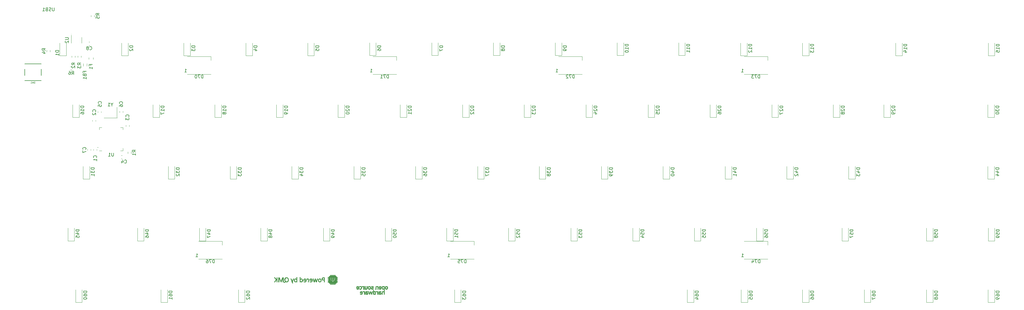
<source format=gbr>
G04 #@! TF.GenerationSoftware,KiCad,Pcbnew,(5.1.9-0-10_14)*
G04 #@! TF.CreationDate,2021-04-10T11:07:08+01:00*
G04 #@! TF.ProjectId,Draytronics-Elise-PCB V1,44726179-7472-46f6-9e69-63732d456c69,rev?*
G04 #@! TF.SameCoordinates,Original*
G04 #@! TF.FileFunction,Legend,Bot*
G04 #@! TF.FilePolarity,Positive*
%FSLAX46Y46*%
G04 Gerber Fmt 4.6, Leading zero omitted, Abs format (unit mm)*
G04 Created by KiCad (PCBNEW (5.1.9-0-10_14)) date 2021-04-10 11:07:08*
%MOMM*%
%LPD*%
G01*
G04 APERTURE LIST*
%ADD10C,0.120000*%
%ADD11C,0.010000*%
%ADD12C,0.200000*%
%ADD13C,0.150000*%
G04 APERTURE END LIST*
D10*
X56473383Y-60909200D02*
G75*
G03*
X56473383Y-60909200I-52363J0D01*
G01*
X50407959Y-70058280D02*
G75*
G03*
X50407959Y-70058280I-72779J0D01*
G01*
X42171154Y-35057080D02*
G75*
G03*
X42171154Y-35057080I-27474J0D01*
G01*
D11*
G04 #@! TO.C,G\u002A\u002A\u002A*
G36*
X104723051Y-110169710D02*
G01*
X104676693Y-110185310D01*
X104673646Y-110187387D01*
X104660820Y-110199121D01*
X104655222Y-110213397D01*
X104658893Y-110233397D01*
X104673876Y-110262305D01*
X104702211Y-110303303D01*
X104745939Y-110359574D01*
X104807103Y-110434301D01*
X104887744Y-110530666D01*
X104913270Y-110560985D01*
X104980798Y-110642468D01*
X105039578Y-110715963D01*
X105086485Y-110777346D01*
X105118392Y-110822491D01*
X105132172Y-110847274D01*
X105132358Y-110850000D01*
X105120365Y-110868589D01*
X105090766Y-110910155D01*
X105046475Y-110970733D01*
X104990408Y-111046357D01*
X104925478Y-111133062D01*
X104877469Y-111196703D01*
X104787692Y-111317171D01*
X104717493Y-111415311D01*
X104667479Y-111490219D01*
X104638258Y-111540993D01*
X104630220Y-111564662D01*
X104632177Y-111587126D01*
X104643270Y-111598911D01*
X104671333Y-111602726D01*
X104724199Y-111601284D01*
X104734623Y-111600788D01*
X104839026Y-111595747D01*
X105357660Y-110890711D01*
X105366820Y-111595747D01*
X105452138Y-111600741D01*
X105503452Y-111601404D01*
X105539934Y-111597569D01*
X105549504Y-111593685D01*
X105552097Y-111574686D01*
X105554499Y-111525429D01*
X105556648Y-111449525D01*
X105558483Y-111350584D01*
X105559943Y-111232215D01*
X105560968Y-111098028D01*
X105561495Y-110951633D01*
X105561554Y-110882492D01*
X105561554Y-110183348D01*
X105502398Y-110172250D01*
X105448876Y-110167546D01*
X105401728Y-110171579D01*
X105400798Y-110171806D01*
X105358354Y-110182459D01*
X105358354Y-110813827D01*
X105110937Y-110502053D01*
X105039656Y-110413197D01*
X104974032Y-110333213D01*
X104917369Y-110265983D01*
X104872973Y-110215392D01*
X104844149Y-110185321D01*
X104835771Y-110178770D01*
X104781913Y-110167220D01*
X104723051Y-110169710D01*
G37*
X104723051Y-110169710D02*
X104676693Y-110185310D01*
X104673646Y-110187387D01*
X104660820Y-110199121D01*
X104655222Y-110213397D01*
X104658893Y-110233397D01*
X104673876Y-110262305D01*
X104702211Y-110303303D01*
X104745939Y-110359574D01*
X104807103Y-110434301D01*
X104887744Y-110530666D01*
X104913270Y-110560985D01*
X104980798Y-110642468D01*
X105039578Y-110715963D01*
X105086485Y-110777346D01*
X105118392Y-110822491D01*
X105132172Y-110847274D01*
X105132358Y-110850000D01*
X105120365Y-110868589D01*
X105090766Y-110910155D01*
X105046475Y-110970733D01*
X104990408Y-111046357D01*
X104925478Y-111133062D01*
X104877469Y-111196703D01*
X104787692Y-111317171D01*
X104717493Y-111415311D01*
X104667479Y-111490219D01*
X104638258Y-111540993D01*
X104630220Y-111564662D01*
X104632177Y-111587126D01*
X104643270Y-111598911D01*
X104671333Y-111602726D01*
X104724199Y-111601284D01*
X104734623Y-111600788D01*
X104839026Y-111595747D01*
X105357660Y-110890711D01*
X105366820Y-111595747D01*
X105452138Y-111600741D01*
X105503452Y-111601404D01*
X105539934Y-111597569D01*
X105549504Y-111593685D01*
X105552097Y-111574686D01*
X105554499Y-111525429D01*
X105556648Y-111449525D01*
X105558483Y-111350584D01*
X105559943Y-111232215D01*
X105560968Y-111098028D01*
X105561495Y-110951633D01*
X105561554Y-110882492D01*
X105561554Y-110183348D01*
X105502398Y-110172250D01*
X105448876Y-110167546D01*
X105401728Y-110171579D01*
X105400798Y-110171806D01*
X105358354Y-110182459D01*
X105358354Y-110813827D01*
X105110937Y-110502053D01*
X105039656Y-110413197D01*
X104974032Y-110333213D01*
X104917369Y-110265983D01*
X104872973Y-110215392D01*
X104844149Y-110185321D01*
X104835771Y-110178770D01*
X104781913Y-110167220D01*
X104723051Y-110169710D01*
G36*
X105997500Y-110185238D02*
G01*
X105949651Y-110195663D01*
X105935967Y-110204949D01*
X105930764Y-110222820D01*
X105926642Y-110263731D01*
X105923564Y-110329431D01*
X105921495Y-110421670D01*
X105920396Y-110542198D01*
X105920232Y-110692763D01*
X105920965Y-110875115D01*
X105921193Y-110911916D01*
X105925620Y-111595747D01*
X106111887Y-111595747D01*
X106120354Y-110997467D01*
X106128820Y-110399187D01*
X106372155Y-111001700D01*
X106615489Y-111604214D01*
X106794863Y-111604214D01*
X106878573Y-111388314D01*
X106909575Y-111308163D01*
X106949600Y-111204390D01*
X106995567Y-111085000D01*
X107044394Y-110958001D01*
X107093001Y-110831399D01*
X107112819Y-110779720D01*
X107263354Y-110387027D01*
X107267798Y-110995620D01*
X107272243Y-111604214D01*
X107362343Y-111604214D01*
X107414980Y-111602246D01*
X107452710Y-111597199D01*
X107463732Y-111592925D01*
X107467056Y-111573106D01*
X107469785Y-111523866D01*
X107471935Y-111449642D01*
X107473524Y-111354874D01*
X107474567Y-111244001D01*
X107475084Y-111121462D01*
X107475089Y-110991696D01*
X107474601Y-110859142D01*
X107473636Y-110728239D01*
X107472211Y-110603425D01*
X107470343Y-110489141D01*
X107468050Y-110389824D01*
X107465347Y-110309915D01*
X107462252Y-110253851D01*
X107458783Y-110226073D01*
X107458506Y-110225249D01*
X107447845Y-110202934D01*
X107431552Y-110189949D01*
X107401434Y-110183781D01*
X107349296Y-110181917D01*
X107316857Y-110181813D01*
X107243241Y-110184099D01*
X107193850Y-110192174D01*
X107159273Y-110207865D01*
X107150693Y-110214086D01*
X107134095Y-110234444D01*
X107111202Y-110275262D01*
X107081090Y-110338630D01*
X107042832Y-110426639D01*
X106995505Y-110541377D01*
X106938180Y-110684934D01*
X106907110Y-110764009D01*
X106858239Y-110888272D01*
X106813102Y-111001830D01*
X106773204Y-111100992D01*
X106740051Y-111182064D01*
X106715147Y-111241355D01*
X106699997Y-111275172D01*
X106696087Y-111281744D01*
X106687878Y-111266687D01*
X106668503Y-111223924D01*
X106639530Y-111157134D01*
X106602524Y-111069992D01*
X106559053Y-110966176D01*
X106510682Y-110849364D01*
X106478058Y-110769921D01*
X106426146Y-110644515D01*
X106376781Y-110527893D01*
X106331765Y-110424120D01*
X106292902Y-110337256D01*
X106261996Y-110271363D01*
X106240851Y-110230503D01*
X106233806Y-110219913D01*
X106210498Y-110199499D01*
X106180777Y-110187913D01*
X106134999Y-110182808D01*
X106077142Y-110181813D01*
X105997500Y-110185238D01*
G37*
X105997500Y-110185238D02*
X105949651Y-110195663D01*
X105935967Y-110204949D01*
X105930764Y-110222820D01*
X105926642Y-110263731D01*
X105923564Y-110329431D01*
X105921495Y-110421670D01*
X105920396Y-110542198D01*
X105920232Y-110692763D01*
X105920965Y-110875115D01*
X105921193Y-110911916D01*
X105925620Y-111595747D01*
X106111887Y-111595747D01*
X106120354Y-110997467D01*
X106128820Y-110399187D01*
X106372155Y-111001700D01*
X106615489Y-111604214D01*
X106794863Y-111604214D01*
X106878573Y-111388314D01*
X106909575Y-111308163D01*
X106949600Y-111204390D01*
X106995567Y-111085000D01*
X107044394Y-110958001D01*
X107093001Y-110831399D01*
X107112819Y-110779720D01*
X107263354Y-110387027D01*
X107267798Y-110995620D01*
X107272243Y-111604214D01*
X107362343Y-111604214D01*
X107414980Y-111602246D01*
X107452710Y-111597199D01*
X107463732Y-111592925D01*
X107467056Y-111573106D01*
X107469785Y-111523866D01*
X107471935Y-111449642D01*
X107473524Y-111354874D01*
X107474567Y-111244001D01*
X107475084Y-111121462D01*
X107475089Y-110991696D01*
X107474601Y-110859142D01*
X107473636Y-110728239D01*
X107472211Y-110603425D01*
X107470343Y-110489141D01*
X107468050Y-110389824D01*
X107465347Y-110309915D01*
X107462252Y-110253851D01*
X107458783Y-110226073D01*
X107458506Y-110225249D01*
X107447845Y-110202934D01*
X107431552Y-110189949D01*
X107401434Y-110183781D01*
X107349296Y-110181917D01*
X107316857Y-110181813D01*
X107243241Y-110184099D01*
X107193850Y-110192174D01*
X107159273Y-110207865D01*
X107150693Y-110214086D01*
X107134095Y-110234444D01*
X107111202Y-110275262D01*
X107081090Y-110338630D01*
X107042832Y-110426639D01*
X106995505Y-110541377D01*
X106938180Y-110684934D01*
X106907110Y-110764009D01*
X106858239Y-110888272D01*
X106813102Y-111001830D01*
X106773204Y-111100992D01*
X106740051Y-111182064D01*
X106715147Y-111241355D01*
X106699997Y-111275172D01*
X106696087Y-111281744D01*
X106687878Y-111266687D01*
X106668503Y-111223924D01*
X106639530Y-111157134D01*
X106602524Y-111069992D01*
X106559053Y-110966176D01*
X106510682Y-110849364D01*
X106478058Y-110769921D01*
X106426146Y-110644515D01*
X106376781Y-110527893D01*
X106331765Y-110424120D01*
X106292902Y-110337256D01*
X106261996Y-110271363D01*
X106240851Y-110230503D01*
X106233806Y-110219913D01*
X106210498Y-110199499D01*
X106180777Y-110187913D01*
X106134999Y-110182808D01*
X106077142Y-110181813D01*
X105997500Y-110185238D01*
G36*
X114693666Y-110539173D02*
G01*
X114651542Y-110547997D01*
X114629845Y-110569198D01*
X114621880Y-110608092D01*
X114620887Y-110650133D01*
X114620887Y-110742295D01*
X114718254Y-110731347D01*
X114785450Y-110729183D01*
X114839377Y-110742863D01*
X114888149Y-110776826D01*
X114939882Y-110835512D01*
X114961376Y-110864350D01*
X115010354Y-110931961D01*
X115010354Y-111604214D01*
X115196620Y-111604214D01*
X115196620Y-110554992D01*
X115154287Y-110544367D01*
X115103204Y-110540143D01*
X115069620Y-110544367D01*
X115042409Y-110555904D01*
X115029987Y-110579390D01*
X115026732Y-110625606D01*
X115026724Y-110626636D01*
X115026160Y-110698280D01*
X114991748Y-110656935D01*
X114922862Y-110588892D01*
X114851189Y-110550394D01*
X114769117Y-110537464D01*
X114762916Y-110537414D01*
X114693666Y-110539173D01*
G37*
X114693666Y-110539173D02*
X114651542Y-110547997D01*
X114629845Y-110569198D01*
X114621880Y-110608092D01*
X114620887Y-110650133D01*
X114620887Y-110742295D01*
X114718254Y-110731347D01*
X114785450Y-110729183D01*
X114839377Y-110742863D01*
X114888149Y-110776826D01*
X114939882Y-110835512D01*
X114961376Y-110864350D01*
X115010354Y-110931961D01*
X115010354Y-111604214D01*
X115196620Y-111604214D01*
X115196620Y-110554992D01*
X115154287Y-110544367D01*
X115103204Y-110540143D01*
X115069620Y-110544367D01*
X115042409Y-110555904D01*
X115029987Y-110579390D01*
X115026732Y-110625606D01*
X115026724Y-110626636D01*
X115026160Y-110698280D01*
X114991748Y-110656935D01*
X114922862Y-110588892D01*
X114851189Y-110550394D01*
X114769117Y-110537464D01*
X114762916Y-110537414D01*
X114693666Y-110539173D01*
G36*
X117843101Y-110544173D02*
G01*
X117817925Y-110558580D01*
X117804941Y-110581012D01*
X117785024Y-110630581D01*
X117760119Y-110701743D01*
X117732168Y-110788951D01*
X117703719Y-110884547D01*
X117673991Y-110987620D01*
X117645458Y-111085531D01*
X117620209Y-111171195D01*
X117600328Y-111237526D01*
X117589035Y-111273963D01*
X117561787Y-111358580D01*
X117455304Y-110962941D01*
X117425352Y-110852507D01*
X117398007Y-110753297D01*
X117374566Y-110669886D01*
X117356325Y-110606851D01*
X117344580Y-110568766D01*
X117340919Y-110559401D01*
X117311822Y-110547683D01*
X117265041Y-110542823D01*
X117216096Y-110545020D01*
X117180507Y-110554474D01*
X117176314Y-110557290D01*
X117164056Y-110579551D01*
X117144519Y-110629618D01*
X117119343Y-110702629D01*
X117090167Y-110793719D01*
X117058634Y-110898024D01*
X117041665Y-110956514D01*
X117010706Y-111063432D01*
X116982427Y-111158561D01*
X116958236Y-111237359D01*
X116939546Y-111295287D01*
X116927765Y-111327805D01*
X116924639Y-111333234D01*
X116917561Y-111317672D01*
X116902756Y-111274041D01*
X116881631Y-111206885D01*
X116855597Y-111120745D01*
X116826063Y-111020163D01*
X116807733Y-110956467D01*
X116774554Y-110843408D01*
X116743436Y-110743171D01*
X116715896Y-110660249D01*
X116693454Y-110599135D01*
X116677626Y-110564321D01*
X116673263Y-110558580D01*
X116632765Y-110540386D01*
X116584503Y-110536640D01*
X116539412Y-110545616D01*
X116508422Y-110565587D01*
X116500980Y-110585792D01*
X116506102Y-110610860D01*
X116520081Y-110662580D01*
X116541373Y-110736050D01*
X116568434Y-110826368D01*
X116599718Y-110928632D01*
X116633682Y-111037940D01*
X116668781Y-111149388D01*
X116703471Y-111258076D01*
X116736207Y-111359102D01*
X116765445Y-111447562D01*
X116789641Y-111518555D01*
X116807250Y-111567178D01*
X116816728Y-111588530D01*
X116816971Y-111588804D01*
X116841815Y-111596978D01*
X116889508Y-111601227D01*
X116942474Y-111600853D01*
X117050821Y-111595747D01*
X117151698Y-111244293D01*
X117181591Y-111142729D01*
X117208958Y-111054608D01*
X117232333Y-110984265D01*
X117250247Y-110936037D01*
X117261233Y-110914259D01*
X117263454Y-110914093D01*
X117270974Y-110936538D01*
X117285400Y-110986297D01*
X117305214Y-111057880D01*
X117328896Y-111145799D01*
X117354929Y-111244566D01*
X117355985Y-111248614D01*
X117382353Y-111347731D01*
X117406899Y-111436199D01*
X117428014Y-111508524D01*
X117444094Y-111559210D01*
X117453533Y-111582765D01*
X117453736Y-111583047D01*
X117477225Y-111593391D01*
X117522248Y-111600579D01*
X117577540Y-111604223D01*
X117631836Y-111603929D01*
X117673869Y-111599308D01*
X117691799Y-111591306D01*
X117700918Y-111568357D01*
X117717885Y-111518040D01*
X117741192Y-111445381D01*
X117769326Y-111355409D01*
X117800778Y-111253151D01*
X117834037Y-111143634D01*
X117867592Y-111031886D01*
X117899932Y-110922934D01*
X117929547Y-110821806D01*
X117954926Y-110733529D01*
X117974558Y-110663131D01*
X117986933Y-110615639D01*
X117990621Y-110596832D01*
X117976127Y-110563558D01*
X117939677Y-110542133D01*
X117891820Y-110534892D01*
X117843101Y-110544173D01*
G37*
X117843101Y-110544173D02*
X117817925Y-110558580D01*
X117804941Y-110581012D01*
X117785024Y-110630581D01*
X117760119Y-110701743D01*
X117732168Y-110788951D01*
X117703719Y-110884547D01*
X117673991Y-110987620D01*
X117645458Y-111085531D01*
X117620209Y-111171195D01*
X117600328Y-111237526D01*
X117589035Y-111273963D01*
X117561787Y-111358580D01*
X117455304Y-110962941D01*
X117425352Y-110852507D01*
X117398007Y-110753297D01*
X117374566Y-110669886D01*
X117356325Y-110606851D01*
X117344580Y-110568766D01*
X117340919Y-110559401D01*
X117311822Y-110547683D01*
X117265041Y-110542823D01*
X117216096Y-110545020D01*
X117180507Y-110554474D01*
X117176314Y-110557290D01*
X117164056Y-110579551D01*
X117144519Y-110629618D01*
X117119343Y-110702629D01*
X117090167Y-110793719D01*
X117058634Y-110898024D01*
X117041665Y-110956514D01*
X117010706Y-111063432D01*
X116982427Y-111158561D01*
X116958236Y-111237359D01*
X116939546Y-111295287D01*
X116927765Y-111327805D01*
X116924639Y-111333234D01*
X116917561Y-111317672D01*
X116902756Y-111274041D01*
X116881631Y-111206885D01*
X116855597Y-111120745D01*
X116826063Y-111020163D01*
X116807733Y-110956467D01*
X116774554Y-110843408D01*
X116743436Y-110743171D01*
X116715896Y-110660249D01*
X116693454Y-110599135D01*
X116677626Y-110564321D01*
X116673263Y-110558580D01*
X116632765Y-110540386D01*
X116584503Y-110536640D01*
X116539412Y-110545616D01*
X116508422Y-110565587D01*
X116500980Y-110585792D01*
X116506102Y-110610860D01*
X116520081Y-110662580D01*
X116541373Y-110736050D01*
X116568434Y-110826368D01*
X116599718Y-110928632D01*
X116633682Y-111037940D01*
X116668781Y-111149388D01*
X116703471Y-111258076D01*
X116736207Y-111359102D01*
X116765445Y-111447562D01*
X116789641Y-111518555D01*
X116807250Y-111567178D01*
X116816728Y-111588530D01*
X116816971Y-111588804D01*
X116841815Y-111596978D01*
X116889508Y-111601227D01*
X116942474Y-111600853D01*
X117050821Y-111595747D01*
X117151698Y-111244293D01*
X117181591Y-111142729D01*
X117208958Y-111054608D01*
X117232333Y-110984265D01*
X117250247Y-110936037D01*
X117261233Y-110914259D01*
X117263454Y-110914093D01*
X117270974Y-110936538D01*
X117285400Y-110986297D01*
X117305214Y-111057880D01*
X117328896Y-111145799D01*
X117354929Y-111244566D01*
X117355985Y-111248614D01*
X117382353Y-111347731D01*
X117406899Y-111436199D01*
X117428014Y-111508524D01*
X117444094Y-111559210D01*
X117453533Y-111582765D01*
X117453736Y-111583047D01*
X117477225Y-111593391D01*
X117522248Y-111600579D01*
X117577540Y-111604223D01*
X117631836Y-111603929D01*
X117673869Y-111599308D01*
X117691799Y-111591306D01*
X117700918Y-111568357D01*
X117717885Y-111518040D01*
X117741192Y-111445381D01*
X117769326Y-111355409D01*
X117800778Y-111253151D01*
X117834037Y-111143634D01*
X117867592Y-111031886D01*
X117899932Y-110922934D01*
X117929547Y-110821806D01*
X117954926Y-110733529D01*
X117974558Y-110663131D01*
X117986933Y-110615639D01*
X117990621Y-110596832D01*
X117976127Y-110563558D01*
X117939677Y-110542133D01*
X117891820Y-110534892D01*
X117843101Y-110544173D01*
G36*
X119796606Y-110182084D02*
G01*
X119709413Y-110185436D01*
X119631518Y-110191153D01*
X119570101Y-110199197D01*
X119543938Y-110205187D01*
X119437341Y-110253014D01*
X119354877Y-110324219D01*
X119297905Y-110417113D01*
X119267780Y-110530012D01*
X119265404Y-110551324D01*
X119268307Y-110680562D01*
X119301238Y-110795772D01*
X119363616Y-110895255D01*
X119393507Y-110927218D01*
X119473172Y-110990269D01*
X119563175Y-111032259D01*
X119670418Y-111055507D01*
X119795535Y-111062347D01*
X119937094Y-111062347D01*
X119946420Y-111595747D01*
X120031738Y-111600741D01*
X120083052Y-111601404D01*
X120119534Y-111597569D01*
X120129104Y-111593685D01*
X120131733Y-111574656D01*
X120134164Y-111525424D01*
X120136333Y-111449653D01*
X120138177Y-111351007D01*
X120139632Y-111233148D01*
X120140634Y-111099741D01*
X120141118Y-110954449D01*
X120141154Y-110902045D01*
X120141146Y-110896489D01*
X119937954Y-110896489D01*
X119795250Y-110890518D01*
X119715730Y-110885180D01*
X119661111Y-110875830D01*
X119622491Y-110860548D01*
X119605796Y-110849634D01*
X119542966Y-110793547D01*
X119506528Y-110734113D01*
X119490934Y-110660104D01*
X119489220Y-110613614D01*
X119499562Y-110518395D01*
X119531791Y-110446079D01*
X119587715Y-110395173D01*
X119669138Y-110364182D01*
X119777868Y-110351615D01*
X119806720Y-110351173D01*
X119937954Y-110351147D01*
X119937954Y-110896489D01*
X120141146Y-110896489D01*
X120140874Y-110719245D01*
X120139993Y-110568084D01*
X120138446Y-110446341D01*
X120136168Y-110351791D01*
X120133095Y-110282212D01*
X120129161Y-110235381D01*
X120124304Y-110209076D01*
X120120834Y-110202134D01*
X120094812Y-110193089D01*
X120042201Y-110186600D01*
X119970177Y-110182628D01*
X119885920Y-110181136D01*
X119796606Y-110182084D01*
G37*
X119796606Y-110182084D02*
X119709413Y-110185436D01*
X119631518Y-110191153D01*
X119570101Y-110199197D01*
X119543938Y-110205187D01*
X119437341Y-110253014D01*
X119354877Y-110324219D01*
X119297905Y-110417113D01*
X119267780Y-110530012D01*
X119265404Y-110551324D01*
X119268307Y-110680562D01*
X119301238Y-110795772D01*
X119363616Y-110895255D01*
X119393507Y-110927218D01*
X119473172Y-110990269D01*
X119563175Y-111032259D01*
X119670418Y-111055507D01*
X119795535Y-111062347D01*
X119937094Y-111062347D01*
X119946420Y-111595747D01*
X120031738Y-111600741D01*
X120083052Y-111601404D01*
X120119534Y-111597569D01*
X120129104Y-111593685D01*
X120131733Y-111574656D01*
X120134164Y-111525424D01*
X120136333Y-111449653D01*
X120138177Y-111351007D01*
X120139632Y-111233148D01*
X120140634Y-111099741D01*
X120141118Y-110954449D01*
X120141154Y-110902045D01*
X120141146Y-110896489D01*
X119937954Y-110896489D01*
X119795250Y-110890518D01*
X119715730Y-110885180D01*
X119661111Y-110875830D01*
X119622491Y-110860548D01*
X119605796Y-110849634D01*
X119542966Y-110793547D01*
X119506528Y-110734113D01*
X119490934Y-110660104D01*
X119489220Y-110613614D01*
X119499562Y-110518395D01*
X119531791Y-110446079D01*
X119587715Y-110395173D01*
X119669138Y-110364182D01*
X119777868Y-110351615D01*
X119806720Y-110351173D01*
X119937954Y-110351147D01*
X119937954Y-110896489D01*
X120141146Y-110896489D01*
X120140874Y-110719245D01*
X120139993Y-110568084D01*
X120138446Y-110446341D01*
X120136168Y-110351791D01*
X120133095Y-110282212D01*
X120129161Y-110235381D01*
X120124304Y-110209076D01*
X120120834Y-110202134D01*
X120094812Y-110193089D01*
X120042201Y-110186600D01*
X119970177Y-110182628D01*
X119885920Y-110181136D01*
X119796606Y-110182084D01*
G36*
X111498072Y-110073559D02*
G01*
X111488261Y-110081414D01*
X111481130Y-110099411D01*
X111476273Y-110132183D01*
X111473284Y-110184368D01*
X111471759Y-110260601D01*
X111471291Y-110365518D01*
X111471287Y-110379864D01*
X111471287Y-110675891D01*
X111416254Y-110629486D01*
X111337537Y-110575728D01*
X111253169Y-110546417D01*
X111151165Y-110537415D01*
X111149554Y-110537413D01*
X111049407Y-110545627D01*
X110969600Y-110572809D01*
X110900187Y-110622777D01*
X110882876Y-110639703D01*
X110823510Y-110718863D01*
X110783218Y-110816675D01*
X110760738Y-110937217D01*
X110754724Y-111053880D01*
X110761038Y-111196300D01*
X110783076Y-111313358D01*
X110822334Y-111410426D01*
X110875591Y-111487443D01*
X110959704Y-111561351D01*
X111057840Y-111606967D01*
X111163929Y-111623258D01*
X111271896Y-111609192D01*
X111364236Y-111570541D01*
X111413836Y-111539922D01*
X111451379Y-111512770D01*
X111465727Y-111498733D01*
X111477208Y-111496203D01*
X111486582Y-111526840D01*
X111488111Y-111536480D01*
X111494817Y-111571569D01*
X111508069Y-111589058D01*
X111537512Y-111595074D01*
X111581354Y-111595747D01*
X111666021Y-111595747D01*
X111670290Y-110880393D01*
X111471287Y-110880393D01*
X111471287Y-111278539D01*
X111401770Y-111341344D01*
X111315459Y-111407813D01*
X111237444Y-111442697D01*
X111165334Y-111446546D01*
X111096737Y-111419911D01*
X111087179Y-111413714D01*
X111029242Y-111354942D01*
X110986952Y-111271357D01*
X110962055Y-111169027D01*
X110956296Y-111054020D01*
X110962782Y-110981256D01*
X110988086Y-110873439D01*
X111029045Y-110790566D01*
X111083925Y-110734872D01*
X111150990Y-110708587D01*
X111176135Y-110706747D01*
X111242349Y-110713916D01*
X111302726Y-110738570D01*
X111367264Y-110785428D01*
X111394957Y-110810035D01*
X111471287Y-110880393D01*
X111670290Y-110880393D01*
X111670468Y-110850680D01*
X111671456Y-110671561D01*
X111672019Y-110523303D01*
X111672064Y-110402901D01*
X111671493Y-110307350D01*
X111670211Y-110233646D01*
X111668123Y-110178785D01*
X111665132Y-110139763D01*
X111661144Y-110113573D01*
X111656062Y-110097213D01*
X111649791Y-110087678D01*
X111646065Y-110084447D01*
X111601080Y-110067280D01*
X111543232Y-110064198D01*
X111498072Y-110073559D01*
G37*
X111498072Y-110073559D02*
X111488261Y-110081414D01*
X111481130Y-110099411D01*
X111476273Y-110132183D01*
X111473284Y-110184368D01*
X111471759Y-110260601D01*
X111471291Y-110365518D01*
X111471287Y-110379864D01*
X111471287Y-110675891D01*
X111416254Y-110629486D01*
X111337537Y-110575728D01*
X111253169Y-110546417D01*
X111151165Y-110537415D01*
X111149554Y-110537413D01*
X111049407Y-110545627D01*
X110969600Y-110572809D01*
X110900187Y-110622777D01*
X110882876Y-110639703D01*
X110823510Y-110718863D01*
X110783218Y-110816675D01*
X110760738Y-110937217D01*
X110754724Y-111053880D01*
X110761038Y-111196300D01*
X110783076Y-111313358D01*
X110822334Y-111410426D01*
X110875591Y-111487443D01*
X110959704Y-111561351D01*
X111057840Y-111606967D01*
X111163929Y-111623258D01*
X111271896Y-111609192D01*
X111364236Y-111570541D01*
X111413836Y-111539922D01*
X111451379Y-111512770D01*
X111465727Y-111498733D01*
X111477208Y-111496203D01*
X111486582Y-111526840D01*
X111488111Y-111536480D01*
X111494817Y-111571569D01*
X111508069Y-111589058D01*
X111537512Y-111595074D01*
X111581354Y-111595747D01*
X111666021Y-111595747D01*
X111670290Y-110880393D01*
X111471287Y-110880393D01*
X111471287Y-111278539D01*
X111401770Y-111341344D01*
X111315459Y-111407813D01*
X111237444Y-111442697D01*
X111165334Y-111446546D01*
X111096737Y-111419911D01*
X111087179Y-111413714D01*
X111029242Y-111354942D01*
X110986952Y-111271357D01*
X110962055Y-111169027D01*
X110956296Y-111054020D01*
X110962782Y-110981256D01*
X110988086Y-110873439D01*
X111029045Y-110790566D01*
X111083925Y-110734872D01*
X111150990Y-110708587D01*
X111176135Y-110706747D01*
X111242349Y-110713916D01*
X111302726Y-110738570D01*
X111367264Y-110785428D01*
X111394957Y-110810035D01*
X111471287Y-110880393D01*
X111670290Y-110880393D01*
X111670468Y-110850680D01*
X111671456Y-110671561D01*
X111672019Y-110523303D01*
X111672064Y-110402901D01*
X111671493Y-110307350D01*
X111670211Y-110233646D01*
X111668123Y-110178785D01*
X111665132Y-110139763D01*
X111661144Y-110113573D01*
X111656062Y-110097213D01*
X111649791Y-110087678D01*
X111646065Y-110084447D01*
X111601080Y-110067280D01*
X111543232Y-110064198D01*
X111498072Y-110073559D01*
G36*
X112495754Y-111595747D02*
G01*
X112656620Y-111606069D01*
X112656620Y-111465862D01*
X112737054Y-111523235D01*
X112811584Y-111572499D01*
X112873730Y-111602331D01*
X112935323Y-111616974D01*
X113008195Y-111620673D01*
X113008784Y-111620670D01*
X113113904Y-111607599D01*
X113181554Y-111581617D01*
X113267763Y-111519509D01*
X113332403Y-111431373D01*
X113375486Y-111317178D01*
X113397025Y-111176893D01*
X113397727Y-111071252D01*
X113190020Y-111071252D01*
X113188133Y-111163325D01*
X113181659Y-111230829D01*
X113169381Y-111282895D01*
X113157837Y-111312503D01*
X113109478Y-111386460D01*
X113046113Y-111432642D01*
X112972497Y-111449188D01*
X112893383Y-111434235D01*
X112871680Y-111424548D01*
X112826365Y-111395929D01*
X112774714Y-111355241D01*
X112753987Y-111336444D01*
X112690487Y-111275607D01*
X112690487Y-111083714D01*
X112691850Y-110987158D01*
X112697924Y-110917046D01*
X112711688Y-110866003D01*
X112736121Y-110826652D01*
X112774202Y-110791615D01*
X112821984Y-110758087D01*
X112907238Y-110716887D01*
X112986945Y-110708739D01*
X113059146Y-110733203D01*
X113121881Y-110789835D01*
X113150324Y-110832222D01*
X113169140Y-110869481D01*
X113180956Y-110907803D01*
X113187318Y-110956496D01*
X113189774Y-111024872D01*
X113190020Y-111071252D01*
X113397727Y-111071252D01*
X113398012Y-111028556D01*
X113379835Y-110879622D01*
X113341103Y-110757382D01*
X113281921Y-110661956D01*
X113202390Y-110593468D01*
X113102614Y-110552038D01*
X112982697Y-110537789D01*
X112981913Y-110537785D01*
X112881000Y-110548053D01*
X112794555Y-110577710D01*
X112730340Y-110623929D01*
X112723221Y-110631975D01*
X112714232Y-110639297D01*
X112707398Y-110633858D01*
X112702206Y-110611640D01*
X112698144Y-110568624D01*
X112694701Y-110500788D01*
X112691364Y-110404114D01*
X112690487Y-110374980D01*
X112682020Y-110088680D01*
X112495754Y-110088680D01*
X112495754Y-111595747D01*
G37*
X112495754Y-111595747D02*
X112656620Y-111606069D01*
X112656620Y-111465862D01*
X112737054Y-111523235D01*
X112811584Y-111572499D01*
X112873730Y-111602331D01*
X112935323Y-111616974D01*
X113008195Y-111620673D01*
X113008784Y-111620670D01*
X113113904Y-111607599D01*
X113181554Y-111581617D01*
X113267763Y-111519509D01*
X113332403Y-111431373D01*
X113375486Y-111317178D01*
X113397025Y-111176893D01*
X113397727Y-111071252D01*
X113190020Y-111071252D01*
X113188133Y-111163325D01*
X113181659Y-111230829D01*
X113169381Y-111282895D01*
X113157837Y-111312503D01*
X113109478Y-111386460D01*
X113046113Y-111432642D01*
X112972497Y-111449188D01*
X112893383Y-111434235D01*
X112871680Y-111424548D01*
X112826365Y-111395929D01*
X112774714Y-111355241D01*
X112753987Y-111336444D01*
X112690487Y-111275607D01*
X112690487Y-111083714D01*
X112691850Y-110987158D01*
X112697924Y-110917046D01*
X112711688Y-110866003D01*
X112736121Y-110826652D01*
X112774202Y-110791615D01*
X112821984Y-110758087D01*
X112907238Y-110716887D01*
X112986945Y-110708739D01*
X113059146Y-110733203D01*
X113121881Y-110789835D01*
X113150324Y-110832222D01*
X113169140Y-110869481D01*
X113180956Y-110907803D01*
X113187318Y-110956496D01*
X113189774Y-111024872D01*
X113190020Y-111071252D01*
X113397727Y-111071252D01*
X113398012Y-111028556D01*
X113379835Y-110879622D01*
X113341103Y-110757382D01*
X113281921Y-110661956D01*
X113202390Y-110593468D01*
X113102614Y-110552038D01*
X112982697Y-110537789D01*
X112981913Y-110537785D01*
X112881000Y-110548053D01*
X112794555Y-110577710D01*
X112730340Y-110623929D01*
X112723221Y-110631975D01*
X112714232Y-110639297D01*
X112707398Y-110633858D01*
X112702206Y-110611640D01*
X112698144Y-110568624D01*
X112694701Y-110500788D01*
X112691364Y-110404114D01*
X112690487Y-110374980D01*
X112682020Y-110088680D01*
X112495754Y-110088680D01*
X112495754Y-111595747D01*
G36*
X113948924Y-110542395D02*
G01*
X113867701Y-110558763D01*
X113800656Y-110589862D01*
X113738497Y-110638781D01*
X113732734Y-110644250D01*
X113664468Y-110732948D01*
X113622355Y-110841461D01*
X113607370Y-110966954D01*
X113608242Y-111006201D01*
X113613354Y-111104680D01*
X114320594Y-111113848D01*
X114309819Y-111192460D01*
X114281457Y-111295045D01*
X114227870Y-111375981D01*
X114192461Y-111407424D01*
X114132520Y-111435009D01*
X114050357Y-111449300D01*
X113954995Y-111450071D01*
X113855454Y-111437097D01*
X113781939Y-111417698D01*
X113714260Y-111397732D01*
X113671794Y-111393841D01*
X113648956Y-111408026D01*
X113640156Y-111442285D01*
X113639272Y-111468747D01*
X113643931Y-111509182D01*
X113662006Y-111538286D01*
X113699645Y-111561153D01*
X113762998Y-111582878D01*
X113784347Y-111588942D01*
X113912608Y-111613547D01*
X114043561Y-111619169D01*
X114165348Y-111605808D01*
X114228328Y-111588943D01*
X114330169Y-111538385D01*
X114409357Y-111464387D01*
X114466481Y-111366004D01*
X114502128Y-111242292D01*
X114515391Y-111127786D01*
X114512024Y-110977680D01*
X114318778Y-110977680D01*
X113803683Y-110977680D01*
X113812097Y-110903027D01*
X113836532Y-110814678D01*
X113885301Y-110748287D01*
X113954885Y-110706549D01*
X114041764Y-110692158D01*
X114083762Y-110695075D01*
X114169584Y-110722516D01*
X114238487Y-110777728D01*
X114287385Y-110857569D01*
X114307288Y-110922647D01*
X114318778Y-110977680D01*
X114512024Y-110977680D01*
X114511986Y-110975986D01*
X114484179Y-110843963D01*
X114433264Y-110733369D01*
X114360533Y-110645857D01*
X114267279Y-110583077D01*
X114154794Y-110546683D01*
X114053620Y-110537673D01*
X113948924Y-110542395D01*
G37*
X113948924Y-110542395D02*
X113867701Y-110558763D01*
X113800656Y-110589862D01*
X113738497Y-110638781D01*
X113732734Y-110644250D01*
X113664468Y-110732948D01*
X113622355Y-110841461D01*
X113607370Y-110966954D01*
X113608242Y-111006201D01*
X113613354Y-111104680D01*
X114320594Y-111113848D01*
X114309819Y-111192460D01*
X114281457Y-111295045D01*
X114227870Y-111375981D01*
X114192461Y-111407424D01*
X114132520Y-111435009D01*
X114050357Y-111449300D01*
X113954995Y-111450071D01*
X113855454Y-111437097D01*
X113781939Y-111417698D01*
X113714260Y-111397732D01*
X113671794Y-111393841D01*
X113648956Y-111408026D01*
X113640156Y-111442285D01*
X113639272Y-111468747D01*
X113643931Y-111509182D01*
X113662006Y-111538286D01*
X113699645Y-111561153D01*
X113762998Y-111582878D01*
X113784347Y-111588942D01*
X113912608Y-111613547D01*
X114043561Y-111619169D01*
X114165348Y-111605808D01*
X114228328Y-111588943D01*
X114330169Y-111538385D01*
X114409357Y-111464387D01*
X114466481Y-111366004D01*
X114502128Y-111242292D01*
X114515391Y-111127786D01*
X114512024Y-110977680D01*
X114318778Y-110977680D01*
X113803683Y-110977680D01*
X113812097Y-110903027D01*
X113836532Y-110814678D01*
X113885301Y-110748287D01*
X113954885Y-110706549D01*
X114041764Y-110692158D01*
X114083762Y-110695075D01*
X114169584Y-110722516D01*
X114238487Y-110777728D01*
X114287385Y-110857569D01*
X114307288Y-110922647D01*
X114318778Y-110977680D01*
X114512024Y-110977680D01*
X114511986Y-110975986D01*
X114484179Y-110843963D01*
X114433264Y-110733369D01*
X114360533Y-110645857D01*
X114267279Y-110583077D01*
X114154794Y-110546683D01*
X114053620Y-110537673D01*
X113948924Y-110542395D01*
G36*
X115824287Y-110540374D02*
G01*
X115736074Y-110555171D01*
X115663643Y-110586212D01*
X115610209Y-110625474D01*
X115547267Y-110691782D01*
X115506316Y-110764545D01*
X115483991Y-110852229D01*
X115476941Y-110960747D01*
X115476020Y-111104680D01*
X115829495Y-111109263D01*
X116182970Y-111113847D01*
X116171670Y-111185463D01*
X116145139Y-111280904D01*
X116100438Y-111360932D01*
X116053966Y-111408235D01*
X115995189Y-111435153D01*
X115914100Y-111449182D01*
X115819792Y-111450110D01*
X115721358Y-111437721D01*
X115645076Y-111417854D01*
X115575983Y-111397503D01*
X115532611Y-111393555D01*
X115509947Y-111408181D01*
X115502978Y-111443554D01*
X115504499Y-111478786D01*
X115510135Y-111517839D01*
X115524613Y-111542139D01*
X115556548Y-111561008D01*
X115594554Y-111576225D01*
X115681880Y-111599771D01*
X115786517Y-111613505D01*
X115896429Y-111617088D01*
X115999579Y-111610181D01*
X116083931Y-111592444D01*
X116090436Y-111590216D01*
X116190259Y-111540521D01*
X116267130Y-111469806D01*
X116322811Y-111375617D01*
X116359067Y-111255503D01*
X116367874Y-111204255D01*
X116376931Y-111055975D01*
X116367978Y-110977680D01*
X116179399Y-110977680D01*
X115650051Y-110977680D01*
X115661682Y-110914180D01*
X115692423Y-110819734D01*
X115744248Y-110750273D01*
X115814989Y-110707594D01*
X115902478Y-110693490D01*
X115926824Y-110694649D01*
X116016857Y-110716958D01*
X116087695Y-110766950D01*
X116139588Y-110844869D01*
X116168494Y-110931114D01*
X116179399Y-110977680D01*
X116367978Y-110977680D01*
X116361247Y-110918829D01*
X116322229Y-110796819D01*
X116261282Y-110693944D01*
X116179809Y-110614204D01*
X116154683Y-110597288D01*
X116104590Y-110569563D01*
X116057143Y-110552884D01*
X115999352Y-110543827D01*
X115936211Y-110539737D01*
X115824287Y-110540374D01*
G37*
X115824287Y-110540374D02*
X115736074Y-110555171D01*
X115663643Y-110586212D01*
X115610209Y-110625474D01*
X115547267Y-110691782D01*
X115506316Y-110764545D01*
X115483991Y-110852229D01*
X115476941Y-110960747D01*
X115476020Y-111104680D01*
X115829495Y-111109263D01*
X116182970Y-111113847D01*
X116171670Y-111185463D01*
X116145139Y-111280904D01*
X116100438Y-111360932D01*
X116053966Y-111408235D01*
X115995189Y-111435153D01*
X115914100Y-111449182D01*
X115819792Y-111450110D01*
X115721358Y-111437721D01*
X115645076Y-111417854D01*
X115575983Y-111397503D01*
X115532611Y-111393555D01*
X115509947Y-111408181D01*
X115502978Y-111443554D01*
X115504499Y-111478786D01*
X115510135Y-111517839D01*
X115524613Y-111542139D01*
X115556548Y-111561008D01*
X115594554Y-111576225D01*
X115681880Y-111599771D01*
X115786517Y-111613505D01*
X115896429Y-111617088D01*
X115999579Y-111610181D01*
X116083931Y-111592444D01*
X116090436Y-111590216D01*
X116190259Y-111540521D01*
X116267130Y-111469806D01*
X116322811Y-111375617D01*
X116359067Y-111255503D01*
X116367874Y-111204255D01*
X116376931Y-111055975D01*
X116367978Y-110977680D01*
X116179399Y-110977680D01*
X115650051Y-110977680D01*
X115661682Y-110914180D01*
X115692423Y-110819734D01*
X115744248Y-110750273D01*
X115814989Y-110707594D01*
X115902478Y-110693490D01*
X115926824Y-110694649D01*
X116016857Y-110716958D01*
X116087695Y-110766950D01*
X116139588Y-110844869D01*
X116168494Y-110931114D01*
X116179399Y-110977680D01*
X116367978Y-110977680D01*
X116361247Y-110918829D01*
X116322229Y-110796819D01*
X116261282Y-110693944D01*
X116179809Y-110614204D01*
X116154683Y-110597288D01*
X116104590Y-110569563D01*
X116057143Y-110552884D01*
X115999352Y-110543827D01*
X115936211Y-110539737D01*
X115824287Y-110540374D01*
G36*
X118498076Y-110544327D02*
G01*
X118432841Y-110555817D01*
X118428490Y-110557066D01*
X118355217Y-110591840D01*
X118281873Y-110647803D01*
X118220668Y-110714581D01*
X118194839Y-110755549D01*
X118152344Y-110870387D01*
X118132156Y-110998087D01*
X118133591Y-111130274D01*
X118155959Y-111258569D01*
X118198573Y-111374594D01*
X118252680Y-111460391D01*
X118327193Y-111532425D01*
X118416661Y-111580920D01*
X118526273Y-111608086D01*
X118617154Y-111615575D01*
X118689081Y-111616106D01*
X118752518Y-111613446D01*
X118796345Y-111608150D01*
X118803530Y-111606289D01*
X118916297Y-111553587D01*
X119004897Y-111477377D01*
X119069053Y-111378159D01*
X119108487Y-111256430D01*
X119122923Y-111112691D01*
X119121653Y-111064555D01*
X118918727Y-111064555D01*
X118910365Y-111178296D01*
X118906015Y-111201492D01*
X118874987Y-111298004D01*
X118824671Y-111371169D01*
X118762589Y-111420791D01*
X118701902Y-111442931D01*
X118625624Y-111449084D01*
X118547672Y-111439880D01*
X118481967Y-111415949D01*
X118468760Y-111407503D01*
X118434270Y-111372700D01*
X118397658Y-111321221D01*
X118380087Y-111290067D01*
X118357697Y-111239768D01*
X118345115Y-111191481D01*
X118340045Y-111132515D01*
X118339873Y-111067828D01*
X118351566Y-110942501D01*
X118382680Y-110844141D01*
X118433657Y-110771666D01*
X118473748Y-110740288D01*
X118548203Y-110711684D01*
X118635548Y-110704505D01*
X118722296Y-110718932D01*
X118765181Y-110736308D01*
X118827869Y-110786984D01*
X118875605Y-110862710D01*
X118906516Y-110957297D01*
X118918727Y-111064555D01*
X119121653Y-111064555D01*
X119120906Y-111036278D01*
X119099051Y-110892424D01*
X119053311Y-110770554D01*
X118984517Y-110671933D01*
X118893501Y-110597824D01*
X118805127Y-110556992D01*
X118746758Y-110545028D01*
X118667689Y-110538930D01*
X118580577Y-110538698D01*
X118498076Y-110544327D01*
G37*
X118498076Y-110544327D02*
X118432841Y-110555817D01*
X118428490Y-110557066D01*
X118355217Y-110591840D01*
X118281873Y-110647803D01*
X118220668Y-110714581D01*
X118194839Y-110755549D01*
X118152344Y-110870387D01*
X118132156Y-110998087D01*
X118133591Y-111130274D01*
X118155959Y-111258569D01*
X118198573Y-111374594D01*
X118252680Y-111460391D01*
X118327193Y-111532425D01*
X118416661Y-111580920D01*
X118526273Y-111608086D01*
X118617154Y-111615575D01*
X118689081Y-111616106D01*
X118752518Y-111613446D01*
X118796345Y-111608150D01*
X118803530Y-111606289D01*
X118916297Y-111553587D01*
X119004897Y-111477377D01*
X119069053Y-111378159D01*
X119108487Y-111256430D01*
X119122923Y-111112691D01*
X119121653Y-111064555D01*
X118918727Y-111064555D01*
X118910365Y-111178296D01*
X118906015Y-111201492D01*
X118874987Y-111298004D01*
X118824671Y-111371169D01*
X118762589Y-111420791D01*
X118701902Y-111442931D01*
X118625624Y-111449084D01*
X118547672Y-111439880D01*
X118481967Y-111415949D01*
X118468760Y-111407503D01*
X118434270Y-111372700D01*
X118397658Y-111321221D01*
X118380087Y-111290067D01*
X118357697Y-111239768D01*
X118345115Y-111191481D01*
X118340045Y-111132515D01*
X118339873Y-111067828D01*
X118351566Y-110942501D01*
X118382680Y-110844141D01*
X118433657Y-110771666D01*
X118473748Y-110740288D01*
X118548203Y-110711684D01*
X118635548Y-110704505D01*
X118722296Y-110718932D01*
X118765181Y-110736308D01*
X118827869Y-110786984D01*
X118875605Y-110862710D01*
X118906516Y-110957297D01*
X118918727Y-111064555D01*
X119121653Y-111064555D01*
X119120906Y-111036278D01*
X119099051Y-110892424D01*
X119053311Y-110770554D01*
X118984517Y-110671933D01*
X118893501Y-110597824D01*
X118805127Y-110556992D01*
X118746758Y-110545028D01*
X118667689Y-110538930D01*
X118580577Y-110538698D01*
X118498076Y-110544327D01*
G36*
X108286972Y-110168386D02*
G01*
X108183271Y-110187295D01*
X108143887Y-110199537D01*
X108038612Y-110254916D01*
X107944004Y-110336465D01*
X107867633Y-110436628D01*
X107829142Y-110513614D01*
X107813370Y-110556693D01*
X107802348Y-110598166D01*
X107795228Y-110645485D01*
X107791162Y-110706103D01*
X107789301Y-110787474D01*
X107788840Y-110867614D01*
X107790620Y-110996921D01*
X107797544Y-111099444D01*
X107811045Y-111182059D01*
X107832551Y-111251644D01*
X107863495Y-111315075D01*
X107891015Y-111358732D01*
X107916300Y-111398534D01*
X107930822Y-111426318D01*
X107932188Y-111431399D01*
X107918629Y-111447599D01*
X107882750Y-111475698D01*
X107831674Y-111510861D01*
X107772522Y-111548251D01*
X107712419Y-111583035D01*
X107695154Y-111592299D01*
X107630860Y-111638377D01*
X107598927Y-111692801D01*
X107598567Y-111756979D01*
X107599911Y-111762702D01*
X107615431Y-111793615D01*
X107644339Y-111805823D01*
X107690387Y-111798971D01*
X107757325Y-111772706D01*
X107819890Y-111741922D01*
X107891377Y-111701994D01*
X107962071Y-111657672D01*
X108017821Y-111617884D01*
X108022392Y-111614201D01*
X108098337Y-111551970D01*
X108205779Y-111588285D01*
X108324363Y-111615116D01*
X108450434Y-111620684D01*
X108576418Y-111606483D01*
X108694742Y-111574011D01*
X108797833Y-111524763D01*
X108878118Y-111460234D01*
X108883346Y-111454438D01*
X108951432Y-111353433D01*
X109001587Y-111230223D01*
X109033636Y-111091443D01*
X109046540Y-110952983D01*
X108828875Y-110952983D01*
X108813789Y-111078127D01*
X108783170Y-111192339D01*
X108737244Y-111288021D01*
X108704940Y-111330656D01*
X108630905Y-111388263D01*
X108537582Y-111424569D01*
X108432790Y-111438574D01*
X108324347Y-111429280D01*
X108220072Y-111395688D01*
X108214898Y-111393253D01*
X108141195Y-111340107D01*
X108080566Y-111260996D01*
X108034036Y-111161608D01*
X108002629Y-111047626D01*
X107987370Y-110924739D01*
X107989284Y-110798631D01*
X108009396Y-110674989D01*
X108048729Y-110559499D01*
X108060293Y-110535297D01*
X108120865Y-110449995D01*
X108200564Y-110387779D01*
X108293410Y-110349007D01*
X108393419Y-110334040D01*
X108494610Y-110343236D01*
X108591002Y-110376956D01*
X108676612Y-110435559D01*
X108729450Y-110495080D01*
X108778718Y-110587957D01*
X108811563Y-110700299D01*
X108828208Y-110824508D01*
X108828875Y-110952983D01*
X109046540Y-110952983D01*
X109047403Y-110943727D01*
X109042712Y-110793709D01*
X109019387Y-110648023D01*
X108977255Y-110513304D01*
X108916139Y-110396185D01*
X108911509Y-110389346D01*
X108848151Y-110319144D01*
X108762671Y-110254577D01*
X108666732Y-110203617D01*
X108609913Y-110183154D01*
X108514496Y-110165816D01*
X108402115Y-110161059D01*
X108286972Y-110168386D01*
G37*
X108286972Y-110168386D02*
X108183271Y-110187295D01*
X108143887Y-110199537D01*
X108038612Y-110254916D01*
X107944004Y-110336465D01*
X107867633Y-110436628D01*
X107829142Y-110513614D01*
X107813370Y-110556693D01*
X107802348Y-110598166D01*
X107795228Y-110645485D01*
X107791162Y-110706103D01*
X107789301Y-110787474D01*
X107788840Y-110867614D01*
X107790620Y-110996921D01*
X107797544Y-111099444D01*
X107811045Y-111182059D01*
X107832551Y-111251644D01*
X107863495Y-111315075D01*
X107891015Y-111358732D01*
X107916300Y-111398534D01*
X107930822Y-111426318D01*
X107932188Y-111431399D01*
X107918629Y-111447599D01*
X107882750Y-111475698D01*
X107831674Y-111510861D01*
X107772522Y-111548251D01*
X107712419Y-111583035D01*
X107695154Y-111592299D01*
X107630860Y-111638377D01*
X107598927Y-111692801D01*
X107598567Y-111756979D01*
X107599911Y-111762702D01*
X107615431Y-111793615D01*
X107644339Y-111805823D01*
X107690387Y-111798971D01*
X107757325Y-111772706D01*
X107819890Y-111741922D01*
X107891377Y-111701994D01*
X107962071Y-111657672D01*
X108017821Y-111617884D01*
X108022392Y-111614201D01*
X108098337Y-111551970D01*
X108205779Y-111588285D01*
X108324363Y-111615116D01*
X108450434Y-111620684D01*
X108576418Y-111606483D01*
X108694742Y-111574011D01*
X108797833Y-111524763D01*
X108878118Y-111460234D01*
X108883346Y-111454438D01*
X108951432Y-111353433D01*
X109001587Y-111230223D01*
X109033636Y-111091443D01*
X109046540Y-110952983D01*
X108828875Y-110952983D01*
X108813789Y-111078127D01*
X108783170Y-111192339D01*
X108737244Y-111288021D01*
X108704940Y-111330656D01*
X108630905Y-111388263D01*
X108537582Y-111424569D01*
X108432790Y-111438574D01*
X108324347Y-111429280D01*
X108220072Y-111395688D01*
X108214898Y-111393253D01*
X108141195Y-111340107D01*
X108080566Y-111260996D01*
X108034036Y-111161608D01*
X108002629Y-111047626D01*
X107987370Y-110924739D01*
X107989284Y-110798631D01*
X108009396Y-110674989D01*
X108048729Y-110559499D01*
X108060293Y-110535297D01*
X108120865Y-110449995D01*
X108200564Y-110387779D01*
X108293410Y-110349007D01*
X108393419Y-110334040D01*
X108494610Y-110343236D01*
X108591002Y-110376956D01*
X108676612Y-110435559D01*
X108729450Y-110495080D01*
X108778718Y-110587957D01*
X108811563Y-110700299D01*
X108828208Y-110824508D01*
X108828875Y-110952983D01*
X109046540Y-110952983D01*
X109047403Y-110943727D01*
X109042712Y-110793709D01*
X109019387Y-110648023D01*
X108977255Y-110513304D01*
X108916139Y-110396185D01*
X108911509Y-110389346D01*
X108848151Y-110319144D01*
X108762671Y-110254577D01*
X108666732Y-110203617D01*
X108609913Y-110183154D01*
X108514496Y-110165816D01*
X108402115Y-110161059D01*
X108286972Y-110168386D01*
G36*
X110497581Y-110539009D02*
G01*
X110471956Y-110548601D01*
X110448214Y-110570892D01*
X110424106Y-110609258D01*
X110397385Y-110667078D01*
X110365804Y-110747729D01*
X110327115Y-110854589D01*
X110293340Y-110950382D01*
X110255484Y-111057224D01*
X110221053Y-111152574D01*
X110191681Y-111232051D01*
X110169004Y-111291275D01*
X110154657Y-111325866D01*
X110150487Y-111333081D01*
X110142893Y-111317764D01*
X110126063Y-111274727D01*
X110101588Y-111208340D01*
X110071059Y-111122973D01*
X110036067Y-111022994D01*
X110009312Y-110945321D01*
X109876604Y-110557562D01*
X109820902Y-110547113D01*
X109766811Y-110544917D01*
X109719640Y-110553985D01*
X109687822Y-110571886D01*
X109682664Y-110597085D01*
X109685765Y-110609393D01*
X109699587Y-110651369D01*
X109722653Y-110717856D01*
X109753474Y-110804806D01*
X109790563Y-110908171D01*
X109832430Y-111023903D01*
X109877587Y-111147952D01*
X109924545Y-111276271D01*
X109971817Y-111404813D01*
X110017913Y-111529527D01*
X110061345Y-111646367D01*
X110100625Y-111751283D01*
X110134264Y-111840229D01*
X110160773Y-111909154D01*
X110178664Y-111954012D01*
X110186249Y-111970563D01*
X110214277Y-111985238D01*
X110259920Y-111992821D01*
X110310863Y-111993300D01*
X110354797Y-111986661D01*
X110379409Y-111972891D01*
X110380475Y-111970770D01*
X110378101Y-111946431D01*
X110364839Y-111898393D01*
X110342984Y-111834153D01*
X110321328Y-111777332D01*
X110291460Y-111700828D01*
X110273306Y-111648345D01*
X110265390Y-111612711D01*
X110266239Y-111586753D01*
X110274377Y-111563299D01*
X110276429Y-111558942D01*
X110294223Y-111518155D01*
X110319848Y-111454242D01*
X110351601Y-111371915D01*
X110387781Y-111275885D01*
X110426684Y-111170865D01*
X110466607Y-111061566D01*
X110505849Y-110952701D01*
X110542707Y-110848979D01*
X110575477Y-110755115D01*
X110602457Y-110675819D01*
X110621946Y-110615802D01*
X110632239Y-110579778D01*
X110633233Y-110571517D01*
X110611385Y-110558083D01*
X110570589Y-110545842D01*
X110563464Y-110544408D01*
X110527334Y-110538737D01*
X110497581Y-110539009D01*
G37*
X110497581Y-110539009D02*
X110471956Y-110548601D01*
X110448214Y-110570892D01*
X110424106Y-110609258D01*
X110397385Y-110667078D01*
X110365804Y-110747729D01*
X110327115Y-110854589D01*
X110293340Y-110950382D01*
X110255484Y-111057224D01*
X110221053Y-111152574D01*
X110191681Y-111232051D01*
X110169004Y-111291275D01*
X110154657Y-111325866D01*
X110150487Y-111333081D01*
X110142893Y-111317764D01*
X110126063Y-111274727D01*
X110101588Y-111208340D01*
X110071059Y-111122973D01*
X110036067Y-111022994D01*
X110009312Y-110945321D01*
X109876604Y-110557562D01*
X109820902Y-110547113D01*
X109766811Y-110544917D01*
X109719640Y-110553985D01*
X109687822Y-110571886D01*
X109682664Y-110597085D01*
X109685765Y-110609393D01*
X109699587Y-110651369D01*
X109722653Y-110717856D01*
X109753474Y-110804806D01*
X109790563Y-110908171D01*
X109832430Y-111023903D01*
X109877587Y-111147952D01*
X109924545Y-111276271D01*
X109971817Y-111404813D01*
X110017913Y-111529527D01*
X110061345Y-111646367D01*
X110100625Y-111751283D01*
X110134264Y-111840229D01*
X110160773Y-111909154D01*
X110178664Y-111954012D01*
X110186249Y-111970563D01*
X110214277Y-111985238D01*
X110259920Y-111992821D01*
X110310863Y-111993300D01*
X110354797Y-111986661D01*
X110379409Y-111972891D01*
X110380475Y-111970770D01*
X110378101Y-111946431D01*
X110364839Y-111898393D01*
X110342984Y-111834153D01*
X110321328Y-111777332D01*
X110291460Y-111700828D01*
X110273306Y-111648345D01*
X110265390Y-111612711D01*
X110266239Y-111586753D01*
X110274377Y-111563299D01*
X110276429Y-111558942D01*
X110294223Y-111518155D01*
X110319848Y-111454242D01*
X110351601Y-111371915D01*
X110387781Y-111275885D01*
X110426684Y-111170865D01*
X110466607Y-111061566D01*
X110505849Y-110952701D01*
X110542707Y-110848979D01*
X110575477Y-110755115D01*
X110602457Y-110675819D01*
X110621946Y-110615802D01*
X110632239Y-110579778D01*
X110633233Y-110571517D01*
X110611385Y-110558083D01*
X110570589Y-110545842D01*
X110563464Y-110544408D01*
X110527334Y-110538737D01*
X110497581Y-110539009D01*
G36*
X122545687Y-109707680D02*
G01*
X122377672Y-109707680D01*
X122372780Y-109559514D01*
X122367887Y-109411347D01*
X122198554Y-109411347D01*
X122193661Y-109559514D01*
X122188769Y-109707680D01*
X122037687Y-109707680D01*
X122037687Y-109582065D01*
X122036694Y-109502522D01*
X122031409Y-109450842D01*
X122018374Y-109421035D01*
X121994130Y-109407108D01*
X121955221Y-109403069D01*
X121934275Y-109402880D01*
X121851420Y-109402880D01*
X121851420Y-109707680D01*
X121783143Y-109707680D01*
X121678665Y-109723154D01*
X121588599Y-109767606D01*
X121516075Y-109838081D01*
X121464224Y-109931624D01*
X121437741Y-110033647D01*
X121426012Y-110114080D01*
X121294970Y-110114080D01*
X121215521Y-110116738D01*
X121164206Y-110126418D01*
X121135586Y-110145674D01*
X121124222Y-110177063D01*
X121123287Y-110194780D01*
X121127600Y-110243250D01*
X121144392Y-110274430D01*
X121179441Y-110291910D01*
X121238525Y-110299279D01*
X121293216Y-110300347D01*
X121428087Y-110300347D01*
X121428087Y-110452747D01*
X121293216Y-110452747D01*
X121215195Y-110455426D01*
X121165005Y-110465858D01*
X121136868Y-110487632D01*
X121125007Y-110524337D01*
X121123287Y-110558314D01*
X121128889Y-110595552D01*
X121149319Y-110619641D01*
X121190016Y-110633122D01*
X121256416Y-110638534D01*
X121296007Y-110639014D01*
X121428087Y-110639014D01*
X121428087Y-110808347D01*
X121284476Y-110808347D01*
X121214641Y-110808847D01*
X121171445Y-110811668D01*
X121147663Y-110818794D01*
X121136070Y-110832207D01*
X121130241Y-110850680D01*
X121126017Y-110901763D01*
X121130241Y-110935347D01*
X121137093Y-110955896D01*
X121149808Y-110968420D01*
X121175609Y-110974904D01*
X121221722Y-110977328D01*
X121284476Y-110977680D01*
X121428087Y-110977680D01*
X121428087Y-111147014D01*
X121296007Y-111147014D01*
X121216306Y-111149631D01*
X121164749Y-111159176D01*
X121135897Y-111178191D01*
X121124314Y-111209215D01*
X121123287Y-111227713D01*
X121127600Y-111276184D01*
X121144392Y-111307364D01*
X121179441Y-111324843D01*
X121238525Y-111332212D01*
X121293216Y-111333280D01*
X121428087Y-111333280D01*
X121428087Y-111484311D01*
X121288747Y-111489229D01*
X121219954Y-111492279D01*
X121177415Y-111497079D01*
X121153520Y-111506039D01*
X121140662Y-111521574D01*
X121133914Y-111538336D01*
X121126054Y-111589379D01*
X121129644Y-111627236D01*
X121136548Y-111648983D01*
X121148703Y-111662211D01*
X121173393Y-111669037D01*
X121217897Y-111671576D01*
X121283439Y-111671947D01*
X121426012Y-111671947D01*
X121437741Y-111752380D01*
X121468194Y-111864245D01*
X121522153Y-111955714D01*
X121596486Y-112023833D01*
X121688063Y-112065647D01*
X121783143Y-112078347D01*
X121851420Y-112078347D01*
X121851420Y-112228772D01*
X121851981Y-112300782D01*
X121854770Y-112345937D01*
X121861449Y-112371246D01*
X121873682Y-112383714D01*
X121889520Y-112389407D01*
X121950466Y-112399854D01*
X121992905Y-112390791D01*
X122019687Y-112358817D01*
X122033665Y-112300532D01*
X122037687Y-112212604D01*
X122037687Y-112078347D01*
X122188769Y-112078347D01*
X122193661Y-112226151D01*
X122196511Y-112297266D01*
X122200831Y-112341886D01*
X122208905Y-112367373D01*
X122223011Y-112381088D01*
X122244438Y-112390046D01*
X122305212Y-112395600D01*
X122333338Y-112386539D01*
X122354223Y-112375099D01*
X122366957Y-112359029D01*
X122373549Y-112330675D01*
X122376010Y-112282380D01*
X122376354Y-112222643D01*
X122376354Y-112078347D01*
X122545687Y-112078347D01*
X122545687Y-112229606D01*
X122547692Y-112310881D01*
X122556037Y-112363172D01*
X122574221Y-112391241D01*
X122605740Y-112399851D01*
X122654093Y-112393763D01*
X122664601Y-112391530D01*
X122715020Y-112380456D01*
X122715020Y-112078347D01*
X122884354Y-112078347D01*
X122884354Y-112221684D01*
X122886781Y-112302077D01*
X122896153Y-112354457D01*
X122915608Y-112384460D01*
X122948284Y-112397724D01*
X122983631Y-112400080D01*
X123023370Y-112391985D01*
X123049736Y-112364802D01*
X123064748Y-112314180D01*
X123070423Y-112235771D01*
X123070621Y-112212604D01*
X123070621Y-112078347D01*
X123223021Y-112078347D01*
X123223021Y-112221684D01*
X123223984Y-112293274D01*
X123227885Y-112338476D01*
X123236241Y-112364736D01*
X123250567Y-112379504D01*
X123255774Y-112382551D01*
X123318152Y-112398782D01*
X123378751Y-112382312D01*
X123379654Y-112381790D01*
X123394591Y-112367425D01*
X123403624Y-112340893D01*
X123408080Y-112295011D01*
X123409287Y-112222594D01*
X123409287Y-112078347D01*
X123481254Y-112077975D01*
X123582708Y-112061749D01*
X123671626Y-112017412D01*
X123743179Y-111949830D01*
X123792540Y-111863871D01*
X123814878Y-111764402D01*
X123815687Y-111740883D01*
X123815687Y-111673265D01*
X123963854Y-111668373D01*
X124112021Y-111663480D01*
X124117352Y-111588958D01*
X124115787Y-111531152D01*
X124101498Y-111501055D01*
X124100419Y-111500318D01*
X124073595Y-111493520D01*
X124022999Y-111488439D01*
X123958718Y-111486019D01*
X123946920Y-111485939D01*
X123815687Y-111485680D01*
X123815687Y-111334599D01*
X123963854Y-111329706D01*
X124112021Y-111324814D01*
X124112021Y-111155480D01*
X123963854Y-111150588D01*
X123815687Y-111145695D01*
X123815687Y-110977680D01*
X124120487Y-110977680D01*
X124120487Y-110808347D01*
X123815687Y-110808347D01*
X123815687Y-110640332D01*
X123963854Y-110635439D01*
X124112021Y-110630547D01*
X124112021Y-110461213D01*
X123963854Y-110456321D01*
X123815687Y-110451428D01*
X123815687Y-110301665D01*
X123963854Y-110296773D01*
X124112021Y-110291880D01*
X124112021Y-110201102D01*
X123290754Y-110201102D01*
X123290754Y-110554889D01*
X123290423Y-110676907D01*
X123289153Y-110770577D01*
X123286522Y-110841414D01*
X123282112Y-110894934D01*
X123275504Y-110936653D01*
X123266279Y-110972084D01*
X123256996Y-110998902D01*
X123200538Y-111103176D01*
X123117220Y-111187728D01*
X123008372Y-111251605D01*
X122875324Y-111293851D01*
X122835016Y-111301493D01*
X122715020Y-111321310D01*
X122715020Y-111604214D01*
X122545687Y-111604214D01*
X122545687Y-111318422D01*
X122465254Y-111307654D01*
X122321081Y-111276208D01*
X122202368Y-111223458D01*
X122107595Y-111148570D01*
X122054533Y-111082303D01*
X122025275Y-111034685D01*
X122002971Y-110987904D01*
X121986680Y-110936394D01*
X121975462Y-110874587D01*
X121968377Y-110796914D01*
X121964487Y-110697810D01*
X121962850Y-110571705D01*
X121962693Y-110538271D01*
X121961487Y-110208928D01*
X122003820Y-110198407D01*
X122054846Y-110194356D01*
X122088487Y-110198737D01*
X122130820Y-110209588D01*
X122139287Y-110564001D01*
X122142787Y-110693252D01*
X122147165Y-110793670D01*
X122153656Y-110870285D01*
X122163497Y-110928128D01*
X122177922Y-110972231D01*
X122198166Y-111007624D01*
X122225465Y-111039339D01*
X122261054Y-111072406D01*
X122264959Y-111075843D01*
X122349997Y-111129936D01*
X122448732Y-111159747D01*
X122499120Y-111163852D01*
X122545687Y-111163947D01*
X122545687Y-110201102D01*
X122583787Y-110195562D01*
X122630688Y-110193596D01*
X122668454Y-110196306D01*
X122715020Y-110202591D01*
X122715020Y-111163947D01*
X122762804Y-111163947D01*
X122842782Y-111151710D01*
X122926623Y-111119503D01*
X122998245Y-111074085D01*
X123016444Y-111057364D01*
X123049982Y-111018883D01*
X123075663Y-110978069D01*
X123094491Y-110929863D01*
X123107472Y-110869205D01*
X123115610Y-110791035D01*
X123119911Y-110690293D01*
X123121378Y-110561919D01*
X123121421Y-110528740D01*
X123121421Y-110202591D01*
X123167987Y-110196306D01*
X123218316Y-110193485D01*
X123252654Y-110195562D01*
X123290754Y-110201102D01*
X124112021Y-110201102D01*
X124112021Y-110122547D01*
X123965898Y-110117684D01*
X123819776Y-110112821D01*
X123812056Y-110019724D01*
X123788393Y-109920890D01*
X123738190Y-109835169D01*
X123666833Y-109767661D01*
X123579706Y-109723465D01*
X123482558Y-109707680D01*
X123410606Y-109707680D01*
X123405713Y-109559514D01*
X123400820Y-109411347D01*
X123231487Y-109411347D01*
X123226595Y-109559514D01*
X123221702Y-109707680D01*
X123070621Y-109707680D01*
X123070361Y-109576447D01*
X123068499Y-109510819D01*
X123063811Y-109457127D01*
X123057244Y-109425456D01*
X123055983Y-109422948D01*
X123027432Y-109408016D01*
X122970975Y-109405771D01*
X122967342Y-109406015D01*
X122892820Y-109411347D01*
X122887928Y-109559514D01*
X122883035Y-109707680D01*
X122715020Y-109707680D01*
X122715020Y-109402880D01*
X122545687Y-109402880D01*
X122545687Y-109707680D01*
G37*
X122545687Y-109707680D02*
X122377672Y-109707680D01*
X122372780Y-109559514D01*
X122367887Y-109411347D01*
X122198554Y-109411347D01*
X122193661Y-109559514D01*
X122188769Y-109707680D01*
X122037687Y-109707680D01*
X122037687Y-109582065D01*
X122036694Y-109502522D01*
X122031409Y-109450842D01*
X122018374Y-109421035D01*
X121994130Y-109407108D01*
X121955221Y-109403069D01*
X121934275Y-109402880D01*
X121851420Y-109402880D01*
X121851420Y-109707680D01*
X121783143Y-109707680D01*
X121678665Y-109723154D01*
X121588599Y-109767606D01*
X121516075Y-109838081D01*
X121464224Y-109931624D01*
X121437741Y-110033647D01*
X121426012Y-110114080D01*
X121294970Y-110114080D01*
X121215521Y-110116738D01*
X121164206Y-110126418D01*
X121135586Y-110145674D01*
X121124222Y-110177063D01*
X121123287Y-110194780D01*
X121127600Y-110243250D01*
X121144392Y-110274430D01*
X121179441Y-110291910D01*
X121238525Y-110299279D01*
X121293216Y-110300347D01*
X121428087Y-110300347D01*
X121428087Y-110452747D01*
X121293216Y-110452747D01*
X121215195Y-110455426D01*
X121165005Y-110465858D01*
X121136868Y-110487632D01*
X121125007Y-110524337D01*
X121123287Y-110558314D01*
X121128889Y-110595552D01*
X121149319Y-110619641D01*
X121190016Y-110633122D01*
X121256416Y-110638534D01*
X121296007Y-110639014D01*
X121428087Y-110639014D01*
X121428087Y-110808347D01*
X121284476Y-110808347D01*
X121214641Y-110808847D01*
X121171445Y-110811668D01*
X121147663Y-110818794D01*
X121136070Y-110832207D01*
X121130241Y-110850680D01*
X121126017Y-110901763D01*
X121130241Y-110935347D01*
X121137093Y-110955896D01*
X121149808Y-110968420D01*
X121175609Y-110974904D01*
X121221722Y-110977328D01*
X121284476Y-110977680D01*
X121428087Y-110977680D01*
X121428087Y-111147014D01*
X121296007Y-111147014D01*
X121216306Y-111149631D01*
X121164749Y-111159176D01*
X121135897Y-111178191D01*
X121124314Y-111209215D01*
X121123287Y-111227713D01*
X121127600Y-111276184D01*
X121144392Y-111307364D01*
X121179441Y-111324843D01*
X121238525Y-111332212D01*
X121293216Y-111333280D01*
X121428087Y-111333280D01*
X121428087Y-111484311D01*
X121288747Y-111489229D01*
X121219954Y-111492279D01*
X121177415Y-111497079D01*
X121153520Y-111506039D01*
X121140662Y-111521574D01*
X121133914Y-111538336D01*
X121126054Y-111589379D01*
X121129644Y-111627236D01*
X121136548Y-111648983D01*
X121148703Y-111662211D01*
X121173393Y-111669037D01*
X121217897Y-111671576D01*
X121283439Y-111671947D01*
X121426012Y-111671947D01*
X121437741Y-111752380D01*
X121468194Y-111864245D01*
X121522153Y-111955714D01*
X121596486Y-112023833D01*
X121688063Y-112065647D01*
X121783143Y-112078347D01*
X121851420Y-112078347D01*
X121851420Y-112228772D01*
X121851981Y-112300782D01*
X121854770Y-112345937D01*
X121861449Y-112371246D01*
X121873682Y-112383714D01*
X121889520Y-112389407D01*
X121950466Y-112399854D01*
X121992905Y-112390791D01*
X122019687Y-112358817D01*
X122033665Y-112300532D01*
X122037687Y-112212604D01*
X122037687Y-112078347D01*
X122188769Y-112078347D01*
X122193661Y-112226151D01*
X122196511Y-112297266D01*
X122200831Y-112341886D01*
X122208905Y-112367373D01*
X122223011Y-112381088D01*
X122244438Y-112390046D01*
X122305212Y-112395600D01*
X122333338Y-112386539D01*
X122354223Y-112375099D01*
X122366957Y-112359029D01*
X122373549Y-112330675D01*
X122376010Y-112282380D01*
X122376354Y-112222643D01*
X122376354Y-112078347D01*
X122545687Y-112078347D01*
X122545687Y-112229606D01*
X122547692Y-112310881D01*
X122556037Y-112363172D01*
X122574221Y-112391241D01*
X122605740Y-112399851D01*
X122654093Y-112393763D01*
X122664601Y-112391530D01*
X122715020Y-112380456D01*
X122715020Y-112078347D01*
X122884354Y-112078347D01*
X122884354Y-112221684D01*
X122886781Y-112302077D01*
X122896153Y-112354457D01*
X122915608Y-112384460D01*
X122948284Y-112397724D01*
X122983631Y-112400080D01*
X123023370Y-112391985D01*
X123049736Y-112364802D01*
X123064748Y-112314180D01*
X123070423Y-112235771D01*
X123070621Y-112212604D01*
X123070621Y-112078347D01*
X123223021Y-112078347D01*
X123223021Y-112221684D01*
X123223984Y-112293274D01*
X123227885Y-112338476D01*
X123236241Y-112364736D01*
X123250567Y-112379504D01*
X123255774Y-112382551D01*
X123318152Y-112398782D01*
X123378751Y-112382312D01*
X123379654Y-112381790D01*
X123394591Y-112367425D01*
X123403624Y-112340893D01*
X123408080Y-112295011D01*
X123409287Y-112222594D01*
X123409287Y-112078347D01*
X123481254Y-112077975D01*
X123582708Y-112061749D01*
X123671626Y-112017412D01*
X123743179Y-111949830D01*
X123792540Y-111863871D01*
X123814878Y-111764402D01*
X123815687Y-111740883D01*
X123815687Y-111673265D01*
X123963854Y-111668373D01*
X124112021Y-111663480D01*
X124117352Y-111588958D01*
X124115787Y-111531152D01*
X124101498Y-111501055D01*
X124100419Y-111500318D01*
X124073595Y-111493520D01*
X124022999Y-111488439D01*
X123958718Y-111486019D01*
X123946920Y-111485939D01*
X123815687Y-111485680D01*
X123815687Y-111334599D01*
X123963854Y-111329706D01*
X124112021Y-111324814D01*
X124112021Y-111155480D01*
X123963854Y-111150588D01*
X123815687Y-111145695D01*
X123815687Y-110977680D01*
X124120487Y-110977680D01*
X124120487Y-110808347D01*
X123815687Y-110808347D01*
X123815687Y-110640332D01*
X123963854Y-110635439D01*
X124112021Y-110630547D01*
X124112021Y-110461213D01*
X123963854Y-110456321D01*
X123815687Y-110451428D01*
X123815687Y-110301665D01*
X123963854Y-110296773D01*
X124112021Y-110291880D01*
X124112021Y-110201102D01*
X123290754Y-110201102D01*
X123290754Y-110554889D01*
X123290423Y-110676907D01*
X123289153Y-110770577D01*
X123286522Y-110841414D01*
X123282112Y-110894934D01*
X123275504Y-110936653D01*
X123266279Y-110972084D01*
X123256996Y-110998902D01*
X123200538Y-111103176D01*
X123117220Y-111187728D01*
X123008372Y-111251605D01*
X122875324Y-111293851D01*
X122835016Y-111301493D01*
X122715020Y-111321310D01*
X122715020Y-111604214D01*
X122545687Y-111604214D01*
X122545687Y-111318422D01*
X122465254Y-111307654D01*
X122321081Y-111276208D01*
X122202368Y-111223458D01*
X122107595Y-111148570D01*
X122054533Y-111082303D01*
X122025275Y-111034685D01*
X122002971Y-110987904D01*
X121986680Y-110936394D01*
X121975462Y-110874587D01*
X121968377Y-110796914D01*
X121964487Y-110697810D01*
X121962850Y-110571705D01*
X121962693Y-110538271D01*
X121961487Y-110208928D01*
X122003820Y-110198407D01*
X122054846Y-110194356D01*
X122088487Y-110198737D01*
X122130820Y-110209588D01*
X122139287Y-110564001D01*
X122142787Y-110693252D01*
X122147165Y-110793670D01*
X122153656Y-110870285D01*
X122163497Y-110928128D01*
X122177922Y-110972231D01*
X122198166Y-111007624D01*
X122225465Y-111039339D01*
X122261054Y-111072406D01*
X122264959Y-111075843D01*
X122349997Y-111129936D01*
X122448732Y-111159747D01*
X122499120Y-111163852D01*
X122545687Y-111163947D01*
X122545687Y-110201102D01*
X122583787Y-110195562D01*
X122630688Y-110193596D01*
X122668454Y-110196306D01*
X122715020Y-110202591D01*
X122715020Y-111163947D01*
X122762804Y-111163947D01*
X122842782Y-111151710D01*
X122926623Y-111119503D01*
X122998245Y-111074085D01*
X123016444Y-111057364D01*
X123049982Y-111018883D01*
X123075663Y-110978069D01*
X123094491Y-110929863D01*
X123107472Y-110869205D01*
X123115610Y-110791035D01*
X123119911Y-110690293D01*
X123121378Y-110561919D01*
X123121421Y-110528740D01*
X123121421Y-110202591D01*
X123167987Y-110196306D01*
X123218316Y-110193485D01*
X123252654Y-110195562D01*
X123290754Y-110201102D01*
X124112021Y-110201102D01*
X124112021Y-110122547D01*
X123965898Y-110117684D01*
X123819776Y-110112821D01*
X123812056Y-110019724D01*
X123788393Y-109920890D01*
X123738190Y-109835169D01*
X123666833Y-109767661D01*
X123579706Y-109723465D01*
X123482558Y-109707680D01*
X123410606Y-109707680D01*
X123405713Y-109559514D01*
X123400820Y-109411347D01*
X123231487Y-109411347D01*
X123226595Y-109559514D01*
X123221702Y-109707680D01*
X123070621Y-109707680D01*
X123070361Y-109576447D01*
X123068499Y-109510819D01*
X123063811Y-109457127D01*
X123057244Y-109425456D01*
X123055983Y-109422948D01*
X123027432Y-109408016D01*
X122970975Y-109405771D01*
X122967342Y-109406015D01*
X122892820Y-109411347D01*
X122887928Y-109559514D01*
X122883035Y-109707680D01*
X122715020Y-109707680D01*
X122715020Y-109402880D01*
X122545687Y-109402880D01*
X122545687Y-109707680D01*
G36*
X131763145Y-112849534D02*
G01*
X131687192Y-112866006D01*
X131631376Y-112892064D01*
X131589604Y-112917880D01*
X131614387Y-112951715D01*
X131637032Y-112980706D01*
X131668095Y-113018187D01*
X131687951Y-113041260D01*
X131736731Y-113096970D01*
X131776925Y-113076185D01*
X131827584Y-113060017D01*
X131885867Y-113056127D01*
X131940942Y-113064357D01*
X131974655Y-113079056D01*
X131996819Y-113094151D01*
X132014387Y-113108940D01*
X132027955Y-113126459D01*
X132038118Y-113149742D01*
X132045472Y-113181825D01*
X132050610Y-113225742D01*
X132054130Y-113284530D01*
X132056626Y-113361224D01*
X132058692Y-113458857D01*
X132059680Y-113512600D01*
X132066030Y-113861850D01*
X132170805Y-113865538D01*
X132275580Y-113869227D01*
X132275580Y-112851172D01*
X132066030Y-112858550D01*
X132059680Y-112908273D01*
X132054647Y-112938772D01*
X132048332Y-112947722D01*
X132037621Y-112938909D01*
X132036028Y-112937002D01*
X131984822Y-112893506D01*
X131918148Y-112863971D01*
X131842193Y-112849085D01*
X131763145Y-112849534D01*
G37*
X131763145Y-112849534D02*
X131687192Y-112866006D01*
X131631376Y-112892064D01*
X131589604Y-112917880D01*
X131614387Y-112951715D01*
X131637032Y-112980706D01*
X131668095Y-113018187D01*
X131687951Y-113041260D01*
X131736731Y-113096970D01*
X131776925Y-113076185D01*
X131827584Y-113060017D01*
X131885867Y-113056127D01*
X131940942Y-113064357D01*
X131974655Y-113079056D01*
X131996819Y-113094151D01*
X132014387Y-113108940D01*
X132027955Y-113126459D01*
X132038118Y-113149742D01*
X132045472Y-113181825D01*
X132050610Y-113225742D01*
X132054130Y-113284530D01*
X132056626Y-113361224D01*
X132058692Y-113458857D01*
X132059680Y-113512600D01*
X132066030Y-113861850D01*
X132170805Y-113865538D01*
X132275580Y-113869227D01*
X132275580Y-112851172D01*
X132066030Y-112858550D01*
X132059680Y-112908273D01*
X132054647Y-112938772D01*
X132048332Y-112947722D01*
X132037621Y-112938909D01*
X132036028Y-112937002D01*
X131984822Y-112893506D01*
X131918148Y-112863971D01*
X131842193Y-112849085D01*
X131763145Y-112849534D01*
G36*
X136104162Y-112852371D02*
G01*
X136031719Y-112873153D01*
X136015730Y-112880682D01*
X135944865Y-112926117D01*
X135892146Y-112982675D01*
X135854486Y-113049050D01*
X135846105Y-113068212D01*
X135839450Y-113087330D01*
X135834283Y-113109566D01*
X135830364Y-113138084D01*
X135827454Y-113176046D01*
X135825313Y-113226616D01*
X135823703Y-113292956D01*
X135822384Y-113378229D01*
X135821116Y-113485599D01*
X135821058Y-113490904D01*
X135816885Y-113869259D01*
X135922658Y-113865554D01*
X136028430Y-113861850D01*
X136034780Y-113518950D01*
X136036852Y-113415121D01*
X136038936Y-113333550D01*
X136041282Y-113271093D01*
X136044138Y-113224610D01*
X136047753Y-113190957D01*
X136052377Y-113166994D01*
X136058257Y-113149579D01*
X136065077Y-113136496D01*
X136105321Y-113089972D01*
X136158892Y-113063407D01*
X136224696Y-113055400D01*
X136293092Y-113063101D01*
X136345474Y-113087829D01*
X136386618Y-113132016D01*
X136392329Y-113140817D01*
X136401266Y-113156001D01*
X136408258Y-113171542D01*
X136413590Y-113190691D01*
X136417547Y-113216699D01*
X136420412Y-113252816D01*
X136422471Y-113302292D01*
X136424007Y-113368378D01*
X136425304Y-113454325D01*
X136426227Y-113528475D01*
X136430324Y-113868200D01*
X136631680Y-113868200D01*
X136631680Y-112852200D01*
X136428480Y-112852200D01*
X136428480Y-112903000D01*
X136425842Y-112939209D01*
X136416183Y-112951535D01*
X136396887Y-112940979D01*
X136377981Y-112922369D01*
X136325409Y-112883453D01*
X136257752Y-112858297D01*
X136181755Y-112847677D01*
X136104162Y-112852371D01*
G37*
X136104162Y-112852371D02*
X136031719Y-112873153D01*
X136015730Y-112880682D01*
X135944865Y-112926117D01*
X135892146Y-112982675D01*
X135854486Y-113049050D01*
X135846105Y-113068212D01*
X135839450Y-113087330D01*
X135834283Y-113109566D01*
X135830364Y-113138084D01*
X135827454Y-113176046D01*
X135825313Y-113226616D01*
X135823703Y-113292956D01*
X135822384Y-113378229D01*
X135821116Y-113485599D01*
X135821058Y-113490904D01*
X135816885Y-113869259D01*
X135922658Y-113865554D01*
X136028430Y-113861850D01*
X136034780Y-113518950D01*
X136036852Y-113415121D01*
X136038936Y-113333550D01*
X136041282Y-113271093D01*
X136044138Y-113224610D01*
X136047753Y-113190957D01*
X136052377Y-113166994D01*
X136058257Y-113149579D01*
X136065077Y-113136496D01*
X136105321Y-113089972D01*
X136158892Y-113063407D01*
X136224696Y-113055400D01*
X136293092Y-113063101D01*
X136345474Y-113087829D01*
X136386618Y-113132016D01*
X136392329Y-113140817D01*
X136401266Y-113156001D01*
X136408258Y-113171542D01*
X136413590Y-113190691D01*
X136417547Y-113216699D01*
X136420412Y-113252816D01*
X136422471Y-113302292D01*
X136424007Y-113368378D01*
X136425304Y-113454325D01*
X136426227Y-113528475D01*
X136430324Y-113868200D01*
X136631680Y-113868200D01*
X136631680Y-112852200D01*
X136428480Y-112852200D01*
X136428480Y-112903000D01*
X136425842Y-112939209D01*
X136416183Y-112951535D01*
X136396887Y-112940979D01*
X136377981Y-112922369D01*
X136325409Y-112883453D01*
X136257752Y-112858297D01*
X136181755Y-112847677D01*
X136104162Y-112852371D01*
G36*
X130209451Y-112861704D02*
G01*
X130118399Y-112902166D01*
X130042015Y-112959849D01*
X129993802Y-113011211D01*
X129959224Y-113064801D01*
X129936128Y-113126316D01*
X129922358Y-113201454D01*
X129915846Y-113293525D01*
X129910639Y-113436400D01*
X130535680Y-113436400D01*
X130535680Y-113471809D01*
X130527163Y-113515172D01*
X130505250Y-113565306D01*
X130475400Y-113611963D01*
X130443776Y-113644383D01*
X130404154Y-113662274D01*
X130349517Y-113673247D01*
X130289523Y-113676410D01*
X130233832Y-113670869D01*
X130213801Y-113665650D01*
X130172870Y-113648194D01*
X130129879Y-113624275D01*
X130122665Y-113619549D01*
X130076700Y-113588357D01*
X130007740Y-113647271D01*
X129973804Y-113677597D01*
X129949186Y-113702140D01*
X129938843Y-113715928D01*
X129938780Y-113716418D01*
X129947765Y-113729948D01*
X129970476Y-113752324D01*
X129983643Y-113763630D01*
X130075734Y-113823546D01*
X130178255Y-113861833D01*
X130286630Y-113877350D01*
X130396280Y-113868960D01*
X130402330Y-113867767D01*
X130500581Y-113836005D01*
X130583344Y-113784303D01*
X130649877Y-113713405D01*
X130699434Y-113624053D01*
X130725038Y-113545287D01*
X130733750Y-113491270D01*
X130738754Y-113421481D01*
X130739979Y-113345288D01*
X130737353Y-113272058D01*
X130733391Y-113235197D01*
X130535680Y-113235197D01*
X130535680Y-113271300D01*
X130113754Y-113271300D01*
X130122477Y-113223675D01*
X130146438Y-113150656D01*
X130187244Y-113094989D01*
X130242827Y-113058520D01*
X130311117Y-113043098D01*
X130325032Y-113042700D01*
X130382940Y-113048893D01*
X130432136Y-113065304D01*
X130433962Y-113066262D01*
X130472854Y-113098285D01*
X130506723Y-113145397D01*
X130529506Y-113197530D01*
X130535680Y-113235197D01*
X130733391Y-113235197D01*
X130730807Y-113211158D01*
X130727691Y-113194992D01*
X130692928Y-113087237D01*
X130641871Y-112998431D01*
X130574974Y-112929060D01*
X130492693Y-112879611D01*
X130406160Y-112852599D01*
X130306363Y-112844889D01*
X130209451Y-112861704D01*
G37*
X130209451Y-112861704D02*
X130118399Y-112902166D01*
X130042015Y-112959849D01*
X129993802Y-113011211D01*
X129959224Y-113064801D01*
X129936128Y-113126316D01*
X129922358Y-113201454D01*
X129915846Y-113293525D01*
X129910639Y-113436400D01*
X130535680Y-113436400D01*
X130535680Y-113471809D01*
X130527163Y-113515172D01*
X130505250Y-113565306D01*
X130475400Y-113611963D01*
X130443776Y-113644383D01*
X130404154Y-113662274D01*
X130349517Y-113673247D01*
X130289523Y-113676410D01*
X130233832Y-113670869D01*
X130213801Y-113665650D01*
X130172870Y-113648194D01*
X130129879Y-113624275D01*
X130122665Y-113619549D01*
X130076700Y-113588357D01*
X130007740Y-113647271D01*
X129973804Y-113677597D01*
X129949186Y-113702140D01*
X129938843Y-113715928D01*
X129938780Y-113716418D01*
X129947765Y-113729948D01*
X129970476Y-113752324D01*
X129983643Y-113763630D01*
X130075734Y-113823546D01*
X130178255Y-113861833D01*
X130286630Y-113877350D01*
X130396280Y-113868960D01*
X130402330Y-113867767D01*
X130500581Y-113836005D01*
X130583344Y-113784303D01*
X130649877Y-113713405D01*
X130699434Y-113624053D01*
X130725038Y-113545287D01*
X130733750Y-113491270D01*
X130738754Y-113421481D01*
X130739979Y-113345288D01*
X130737353Y-113272058D01*
X130733391Y-113235197D01*
X130535680Y-113235197D01*
X130535680Y-113271300D01*
X130113754Y-113271300D01*
X130122477Y-113223675D01*
X130146438Y-113150656D01*
X130187244Y-113094989D01*
X130242827Y-113058520D01*
X130311117Y-113043098D01*
X130325032Y-113042700D01*
X130382940Y-113048893D01*
X130432136Y-113065304D01*
X130433962Y-113066262D01*
X130472854Y-113098285D01*
X130506723Y-113145397D01*
X130529506Y-113197530D01*
X130535680Y-113235197D01*
X130733391Y-113235197D01*
X130730807Y-113211158D01*
X130727691Y-113194992D01*
X130692928Y-113087237D01*
X130641871Y-112998431D01*
X130574974Y-112929060D01*
X130492693Y-112879611D01*
X130406160Y-112852599D01*
X130306363Y-112844889D01*
X130209451Y-112861704D01*
G36*
X131124819Y-112844173D02*
G01*
X131076757Y-112852554D01*
X131056302Y-112857572D01*
X130973632Y-112886913D01*
X130896266Y-112929300D01*
X130833696Y-112979425D01*
X130828134Y-112985173D01*
X130808796Y-113007534D01*
X130806014Y-113022196D01*
X130818772Y-113039800D01*
X130822517Y-113043966D01*
X130847848Y-113068813D01*
X130881905Y-113098499D01*
X130893568Y-113107963D01*
X130940305Y-113145028D01*
X130998829Y-113103776D01*
X131037424Y-113079638D01*
X131073892Y-113066091D01*
X131119723Y-113059476D01*
X131142591Y-113057986D01*
X131223793Y-113061826D01*
X131288438Y-113083795D01*
X131338950Y-113125145D01*
X131372744Y-113176785D01*
X131388354Y-113211436D01*
X131397921Y-113245153D01*
X131402846Y-113285997D01*
X131404528Y-113342028D01*
X131404608Y-113360200D01*
X131403592Y-113422684D01*
X131399494Y-113467792D01*
X131391026Y-113503484D01*
X131376897Y-113537720D01*
X131375337Y-113540933D01*
X131333998Y-113598707D01*
X131277738Y-113639508D01*
X131211243Y-113662512D01*
X131139197Y-113666897D01*
X131066286Y-113651837D01*
X130997194Y-113616509D01*
X130987156Y-113609188D01*
X130941539Y-113574394D01*
X130894185Y-113611948D01*
X130859716Y-113640921D01*
X130830022Y-113668577D01*
X130822637Y-113676300D01*
X130806437Y-113696724D01*
X130807550Y-113711545D01*
X130822637Y-113729978D01*
X130873023Y-113774397D01*
X130938767Y-113816094D01*
X131010031Y-113849138D01*
X131034027Y-113857427D01*
X131091518Y-113872574D01*
X131142775Y-113878329D01*
X131199032Y-113875254D01*
X131247749Y-113868088D01*
X131324769Y-113845548D01*
X131402547Y-113806556D01*
X131469813Y-113757033D01*
X131482822Y-113744563D01*
X131537527Y-113672023D01*
X131578227Y-113582132D01*
X131603777Y-113479445D01*
X131613033Y-113368513D01*
X131605332Y-113257146D01*
X131578857Y-113142034D01*
X131535611Y-113045943D01*
X131475326Y-112968590D01*
X131397737Y-112909689D01*
X131302576Y-112868956D01*
X131225134Y-112851062D01*
X131169673Y-112843853D01*
X131124819Y-112844173D01*
G37*
X131124819Y-112844173D02*
X131076757Y-112852554D01*
X131056302Y-112857572D01*
X130973632Y-112886913D01*
X130896266Y-112929300D01*
X130833696Y-112979425D01*
X130828134Y-112985173D01*
X130808796Y-113007534D01*
X130806014Y-113022196D01*
X130818772Y-113039800D01*
X130822517Y-113043966D01*
X130847848Y-113068813D01*
X130881905Y-113098499D01*
X130893568Y-113107963D01*
X130940305Y-113145028D01*
X130998829Y-113103776D01*
X131037424Y-113079638D01*
X131073892Y-113066091D01*
X131119723Y-113059476D01*
X131142591Y-113057986D01*
X131223793Y-113061826D01*
X131288438Y-113083795D01*
X131338950Y-113125145D01*
X131372744Y-113176785D01*
X131388354Y-113211436D01*
X131397921Y-113245153D01*
X131402846Y-113285997D01*
X131404528Y-113342028D01*
X131404608Y-113360200D01*
X131403592Y-113422684D01*
X131399494Y-113467792D01*
X131391026Y-113503484D01*
X131376897Y-113537720D01*
X131375337Y-113540933D01*
X131333998Y-113598707D01*
X131277738Y-113639508D01*
X131211243Y-113662512D01*
X131139197Y-113666897D01*
X131066286Y-113651837D01*
X130997194Y-113616509D01*
X130987156Y-113609188D01*
X130941539Y-113574394D01*
X130894185Y-113611948D01*
X130859716Y-113640921D01*
X130830022Y-113668577D01*
X130822637Y-113676300D01*
X130806437Y-113696724D01*
X130807550Y-113711545D01*
X130822637Y-113729978D01*
X130873023Y-113774397D01*
X130938767Y-113816094D01*
X131010031Y-113849138D01*
X131034027Y-113857427D01*
X131091518Y-113872574D01*
X131142775Y-113878329D01*
X131199032Y-113875254D01*
X131247749Y-113868088D01*
X131324769Y-113845548D01*
X131402547Y-113806556D01*
X131469813Y-113757033D01*
X131482822Y-113744563D01*
X131537527Y-113672023D01*
X131578227Y-113582132D01*
X131603777Y-113479445D01*
X131613033Y-113368513D01*
X131605332Y-113257146D01*
X131578857Y-113142034D01*
X131535611Y-113045943D01*
X131475326Y-112968590D01*
X131397737Y-112909689D01*
X131302576Y-112868956D01*
X131225134Y-112851062D01*
X131169673Y-112843853D01*
X131124819Y-112844173D01*
G36*
X133085782Y-113200042D02*
G01*
X133084573Y-113303712D01*
X133083278Y-113385074D01*
X133081654Y-113447218D01*
X133079462Y-113493234D01*
X133076460Y-113526213D01*
X133072407Y-113549247D01*
X133067062Y-113565426D01*
X133060185Y-113577840D01*
X133055846Y-113583937D01*
X133012871Y-113631051D01*
X132966893Y-113657281D01*
X132910259Y-113666709D01*
X132900337Y-113666927D01*
X132829885Y-113658209D01*
X132774794Y-113629917D01*
X132732704Y-113580673D01*
X132723255Y-113563593D01*
X132714538Y-113545356D01*
X132707800Y-113527003D01*
X132702786Y-113505121D01*
X132699243Y-113476296D01*
X132696916Y-113437115D01*
X132695551Y-113384162D01*
X132694894Y-113314026D01*
X132694691Y-113223293D01*
X132694680Y-113179709D01*
X132694680Y-112852200D01*
X132491480Y-112852200D01*
X132491480Y-113868200D01*
X132694680Y-113868200D01*
X132694680Y-113768317D01*
X132757758Y-113810765D01*
X132840951Y-113853971D01*
X132927140Y-113875045D01*
X133011722Y-113873009D01*
X133031230Y-113868983D01*
X133119156Y-113835120D01*
X133192605Y-113780689D01*
X133250000Y-113707004D01*
X133268609Y-113671350D01*
X133276987Y-113652284D01*
X133283587Y-113633592D01*
X133288623Y-113612095D01*
X133292307Y-113584616D01*
X133294850Y-113547976D01*
X133296465Y-113498998D01*
X133297364Y-113434504D01*
X133297759Y-113351316D01*
X133297862Y-113246256D01*
X133297865Y-113233200D01*
X133297930Y-112858550D01*
X133193732Y-112854870D01*
X133089534Y-112851191D01*
X133085782Y-113200042D01*
G37*
X133085782Y-113200042D02*
X133084573Y-113303712D01*
X133083278Y-113385074D01*
X133081654Y-113447218D01*
X133079462Y-113493234D01*
X133076460Y-113526213D01*
X133072407Y-113549247D01*
X133067062Y-113565426D01*
X133060185Y-113577840D01*
X133055846Y-113583937D01*
X133012871Y-113631051D01*
X132966893Y-113657281D01*
X132910259Y-113666709D01*
X132900337Y-113666927D01*
X132829885Y-113658209D01*
X132774794Y-113629917D01*
X132732704Y-113580673D01*
X132723255Y-113563593D01*
X132714538Y-113545356D01*
X132707800Y-113527003D01*
X132702786Y-113505121D01*
X132699243Y-113476296D01*
X132696916Y-113437115D01*
X132695551Y-113384162D01*
X132694894Y-113314026D01*
X132694691Y-113223293D01*
X132694680Y-113179709D01*
X132694680Y-112852200D01*
X132491480Y-112852200D01*
X132491480Y-113868200D01*
X132694680Y-113868200D01*
X132694680Y-113768317D01*
X132757758Y-113810765D01*
X132840951Y-113853971D01*
X132927140Y-113875045D01*
X133011722Y-113873009D01*
X133031230Y-113868983D01*
X133119156Y-113835120D01*
X133192605Y-113780689D01*
X133250000Y-113707004D01*
X133268609Y-113671350D01*
X133276987Y-113652284D01*
X133283587Y-113633592D01*
X133288623Y-113612095D01*
X133292307Y-113584616D01*
X133294850Y-113547976D01*
X133296465Y-113498998D01*
X133297364Y-113434504D01*
X133297759Y-113351316D01*
X133297862Y-113246256D01*
X133297865Y-113233200D01*
X133297930Y-112858550D01*
X133193732Y-112854870D01*
X133089534Y-112851191D01*
X133085782Y-113200042D01*
G36*
X133814108Y-112850419D02*
G01*
X133726243Y-112875845D01*
X133644523Y-112921265D01*
X133578831Y-112980214D01*
X133542483Y-113024586D01*
X133515554Y-113068659D01*
X133496751Y-113117292D01*
X133484782Y-113175348D01*
X133478354Y-113247688D01*
X133476175Y-113339173D01*
X133476145Y-113366550D01*
X133476738Y-113443534D01*
X133478538Y-113500644D01*
X133482154Y-113543399D01*
X133488197Y-113577317D01*
X133497277Y-113607919D01*
X133505124Y-113628714D01*
X133542586Y-113695708D01*
X133597393Y-113759754D01*
X133661946Y-113813096D01*
X133714272Y-113842320D01*
X133784652Y-113863374D01*
X133866407Y-113873318D01*
X133947515Y-113870930D01*
X133967401Y-113868071D01*
X134061028Y-113839578D01*
X134143668Y-113789803D01*
X134211603Y-113721607D01*
X134258299Y-113644222D01*
X134276748Y-113586092D01*
X134289601Y-113509967D01*
X134296796Y-113422640D01*
X134297808Y-113359715D01*
X134091402Y-113359715D01*
X134088495Y-113452396D01*
X134079066Y-113523487D01*
X134061448Y-113576327D01*
X134033978Y-113614257D01*
X133994990Y-113640618D01*
X133942822Y-113658750D01*
X133942339Y-113658873D01*
X133868108Y-113666702D01*
X133800981Y-113651630D01*
X133762463Y-113629590D01*
X133729857Y-113601334D01*
X133706743Y-113569764D01*
X133691622Y-113530038D01*
X133682991Y-113477316D01*
X133679350Y-113406757D01*
X133678930Y-113360200D01*
X133679456Y-113291132D01*
X133681502Y-113241971D01*
X133685771Y-113207239D01*
X133692968Y-113181457D01*
X133703796Y-113159144D01*
X133705017Y-113157043D01*
X133750779Y-113101040D01*
X133809119Y-113067072D01*
X133879578Y-113055404D01*
X133881032Y-113055400D01*
X133954426Y-113064845D01*
X134011916Y-113093688D01*
X134054852Y-113142683D01*
X134063105Y-113157455D01*
X134075853Y-113185510D01*
X134084168Y-113214381D01*
X134088937Y-113250396D01*
X134091045Y-113299885D01*
X134091402Y-113359715D01*
X134297808Y-113359715D01*
X134298272Y-113330907D01*
X134293966Y-113241561D01*
X134283816Y-113161397D01*
X134267761Y-113097210D01*
X134263392Y-113085817D01*
X134216264Y-113003250D01*
X134153107Y-112937256D01*
X134077618Y-112888406D01*
X133993491Y-112857270D01*
X133904422Y-112844418D01*
X133814108Y-112850419D01*
G37*
X133814108Y-112850419D02*
X133726243Y-112875845D01*
X133644523Y-112921265D01*
X133578831Y-112980214D01*
X133542483Y-113024586D01*
X133515554Y-113068659D01*
X133496751Y-113117292D01*
X133484782Y-113175348D01*
X133478354Y-113247688D01*
X133476175Y-113339173D01*
X133476145Y-113366550D01*
X133476738Y-113443534D01*
X133478538Y-113500644D01*
X133482154Y-113543399D01*
X133488197Y-113577317D01*
X133497277Y-113607919D01*
X133505124Y-113628714D01*
X133542586Y-113695708D01*
X133597393Y-113759754D01*
X133661946Y-113813096D01*
X133714272Y-113842320D01*
X133784652Y-113863374D01*
X133866407Y-113873318D01*
X133947515Y-113870930D01*
X133967401Y-113868071D01*
X134061028Y-113839578D01*
X134143668Y-113789803D01*
X134211603Y-113721607D01*
X134258299Y-113644222D01*
X134276748Y-113586092D01*
X134289601Y-113509967D01*
X134296796Y-113422640D01*
X134297808Y-113359715D01*
X134091402Y-113359715D01*
X134088495Y-113452396D01*
X134079066Y-113523487D01*
X134061448Y-113576327D01*
X134033978Y-113614257D01*
X133994990Y-113640618D01*
X133942822Y-113658750D01*
X133942339Y-113658873D01*
X133868108Y-113666702D01*
X133800981Y-113651630D01*
X133762463Y-113629590D01*
X133729857Y-113601334D01*
X133706743Y-113569764D01*
X133691622Y-113530038D01*
X133682991Y-113477316D01*
X133679350Y-113406757D01*
X133678930Y-113360200D01*
X133679456Y-113291132D01*
X133681502Y-113241971D01*
X133685771Y-113207239D01*
X133692968Y-113181457D01*
X133703796Y-113159144D01*
X133705017Y-113157043D01*
X133750779Y-113101040D01*
X133809119Y-113067072D01*
X133879578Y-113055404D01*
X133881032Y-113055400D01*
X133954426Y-113064845D01*
X134011916Y-113093688D01*
X134054852Y-113142683D01*
X134063105Y-113157455D01*
X134075853Y-113185510D01*
X134084168Y-113214381D01*
X134088937Y-113250396D01*
X134091045Y-113299885D01*
X134091402Y-113359715D01*
X134297808Y-113359715D01*
X134298272Y-113330907D01*
X134293966Y-113241561D01*
X134283816Y-113161397D01*
X134267761Y-113097210D01*
X134263392Y-113085817D01*
X134216264Y-113003250D01*
X134153107Y-112937256D01*
X134077618Y-112888406D01*
X133993491Y-112857270D01*
X133904422Y-112844418D01*
X133814108Y-112850419D01*
G36*
X134774442Y-112848275D02*
G01*
X134702030Y-112859263D01*
X134634927Y-112874870D01*
X134588617Y-112891008D01*
X134540567Y-112914494D01*
X134497489Y-112939572D01*
X134464914Y-112962618D01*
X134448375Y-112980009D01*
X134447367Y-112983524D01*
X134455027Y-112997828D01*
X134475247Y-113025351D01*
X134503753Y-113060295D01*
X134505534Y-113062385D01*
X134563787Y-113130571D01*
X134634287Y-113090784D01*
X134696917Y-113064054D01*
X134767747Y-113047454D01*
X134838828Y-113041761D01*
X134902210Y-113047751D01*
X134940860Y-113060860D01*
X134980435Y-113091829D01*
X135001000Y-113130271D01*
X135002017Y-113170354D01*
X134982953Y-113206248D01*
X134956074Y-113226439D01*
X134924772Y-113237032D01*
X134878154Y-113246469D01*
X134826291Y-113252713D01*
X134826083Y-113252729D01*
X134720570Y-113263429D01*
X134636885Y-113278340D01*
X134571606Y-113298928D01*
X134521310Y-113326661D01*
X134482575Y-113363005D01*
X134451978Y-113409427D01*
X134449542Y-113414082D01*
X134426907Y-113479137D01*
X134418099Y-113553110D01*
X134423458Y-113625806D01*
X134440648Y-113681661D01*
X134483965Y-113744559D01*
X134547015Y-113796876D01*
X134625819Y-113837142D01*
X134716402Y-113863890D01*
X134814787Y-113875650D01*
X134916996Y-113870952D01*
X134942580Y-113867052D01*
X134992499Y-113854651D01*
X135050438Y-113834986D01*
X135093040Y-113817166D01*
X135139497Y-113793104D01*
X135185964Y-113765159D01*
X135227110Y-113737033D01*
X135257601Y-113712426D01*
X135272105Y-113695041D01*
X135272620Y-113692507D01*
X135263668Y-113680604D01*
X135240212Y-113657073D01*
X135207096Y-113626740D01*
X135202888Y-113623034D01*
X135133315Y-113562018D01*
X135076187Y-113601323D01*
X134998842Y-113645431D01*
X134919956Y-113669889D01*
X134829730Y-113677691D01*
X134826276Y-113677700D01*
X134743924Y-113671722D01*
X134683646Y-113653624D01*
X134645063Y-113623158D01*
X134627795Y-113580076D01*
X134627495Y-113548193D01*
X134635137Y-113517123D01*
X134653250Y-113493634D01*
X134685208Y-113476157D01*
X134734385Y-113463126D01*
X134804157Y-113452972D01*
X134840574Y-113449172D01*
X134944077Y-113435431D01*
X135025854Y-113415379D01*
X135089142Y-113387408D01*
X135137177Y-113349906D01*
X135173196Y-113301264D01*
X135185277Y-113277650D01*
X135200009Y-113232132D01*
X135208334Y-113180117D01*
X135209002Y-113164823D01*
X135198999Y-113074058D01*
X135168155Y-112997783D01*
X135116540Y-112936070D01*
X135044223Y-112888988D01*
X134951274Y-112856610D01*
X134896385Y-112845849D01*
X134842460Y-112843329D01*
X134774442Y-112848275D01*
G37*
X134774442Y-112848275D02*
X134702030Y-112859263D01*
X134634927Y-112874870D01*
X134588617Y-112891008D01*
X134540567Y-112914494D01*
X134497489Y-112939572D01*
X134464914Y-112962618D01*
X134448375Y-112980009D01*
X134447367Y-112983524D01*
X134455027Y-112997828D01*
X134475247Y-113025351D01*
X134503753Y-113060295D01*
X134505534Y-113062385D01*
X134563787Y-113130571D01*
X134634287Y-113090784D01*
X134696917Y-113064054D01*
X134767747Y-113047454D01*
X134838828Y-113041761D01*
X134902210Y-113047751D01*
X134940860Y-113060860D01*
X134980435Y-113091829D01*
X135001000Y-113130271D01*
X135002017Y-113170354D01*
X134982953Y-113206248D01*
X134956074Y-113226439D01*
X134924772Y-113237032D01*
X134878154Y-113246469D01*
X134826291Y-113252713D01*
X134826083Y-113252729D01*
X134720570Y-113263429D01*
X134636885Y-113278340D01*
X134571606Y-113298928D01*
X134521310Y-113326661D01*
X134482575Y-113363005D01*
X134451978Y-113409427D01*
X134449542Y-113414082D01*
X134426907Y-113479137D01*
X134418099Y-113553110D01*
X134423458Y-113625806D01*
X134440648Y-113681661D01*
X134483965Y-113744559D01*
X134547015Y-113796876D01*
X134625819Y-113837142D01*
X134716402Y-113863890D01*
X134814787Y-113875650D01*
X134916996Y-113870952D01*
X134942580Y-113867052D01*
X134992499Y-113854651D01*
X135050438Y-113834986D01*
X135093040Y-113817166D01*
X135139497Y-113793104D01*
X135185964Y-113765159D01*
X135227110Y-113737033D01*
X135257601Y-113712426D01*
X135272105Y-113695041D01*
X135272620Y-113692507D01*
X135263668Y-113680604D01*
X135240212Y-113657073D01*
X135207096Y-113626740D01*
X135202888Y-113623034D01*
X135133315Y-113562018D01*
X135076187Y-113601323D01*
X134998842Y-113645431D01*
X134919956Y-113669889D01*
X134829730Y-113677691D01*
X134826276Y-113677700D01*
X134743924Y-113671722D01*
X134683646Y-113653624D01*
X134645063Y-113623158D01*
X134627795Y-113580076D01*
X134627495Y-113548193D01*
X134635137Y-113517123D01*
X134653250Y-113493634D01*
X134685208Y-113476157D01*
X134734385Y-113463126D01*
X134804157Y-113452972D01*
X134840574Y-113449172D01*
X134944077Y-113435431D01*
X135025854Y-113415379D01*
X135089142Y-113387408D01*
X135137177Y-113349906D01*
X135173196Y-113301264D01*
X135185277Y-113277650D01*
X135200009Y-113232132D01*
X135208334Y-113180117D01*
X135209002Y-113164823D01*
X135198999Y-113074058D01*
X135168155Y-112997783D01*
X135116540Y-112936070D01*
X135044223Y-112888988D01*
X134951274Y-112856610D01*
X134896385Y-112845849D01*
X134842460Y-112843329D01*
X134774442Y-112848275D01*
G36*
X137154436Y-112851212D02*
G01*
X137064361Y-112875045D01*
X136981212Y-112918611D01*
X136925603Y-112964677D01*
X136871650Y-113030891D01*
X136833150Y-113107755D01*
X136808946Y-113198791D01*
X136797882Y-113307524D01*
X136796876Y-113357025D01*
X136796780Y-113436400D01*
X137432931Y-113436400D01*
X137424454Y-113484025D01*
X137401437Y-113556870D01*
X137362322Y-113614485D01*
X137311133Y-113652298D01*
X137236994Y-113674634D01*
X137156753Y-113675030D01*
X137075753Y-113654223D01*
X136999334Y-113612950D01*
X136993102Y-113608433D01*
X136978358Y-113599770D01*
X136963494Y-113599880D01*
X136942882Y-113611094D01*
X136910896Y-113635740D01*
X136894322Y-113649332D01*
X136821471Y-113709450D01*
X136879352Y-113762653D01*
X136924014Y-113797270D01*
X136975207Y-113827855D01*
X137003589Y-113840683D01*
X137074938Y-113860465D01*
X137155464Y-113871948D01*
X137233951Y-113874070D01*
X137290407Y-113867781D01*
X137377891Y-113839661D01*
X137457281Y-113795122D01*
X137504339Y-113755495D01*
X137557086Y-113684976D01*
X137595760Y-113598170D01*
X137620421Y-113499895D01*
X137631129Y-113394970D01*
X137627945Y-113288212D01*
X137625173Y-113271300D01*
X137431145Y-113271300D01*
X137012680Y-113271300D01*
X137012680Y-113235197D01*
X137022609Y-113186139D01*
X137048352Y-113134246D01*
X137083847Y-113089591D01*
X137114399Y-113066262D01*
X137172788Y-113046605D01*
X137237622Y-113043044D01*
X137298828Y-113055341D01*
X137331477Y-113071442D01*
X137376747Y-113115887D01*
X137409696Y-113178383D01*
X137423694Y-113230025D01*
X137431145Y-113271300D01*
X137625173Y-113271300D01*
X137610930Y-113184439D01*
X137580143Y-113088469D01*
X137535646Y-113005120D01*
X137494296Y-112954769D01*
X137421367Y-112898890D01*
X137337424Y-112863056D01*
X137246951Y-112847190D01*
X137154436Y-112851212D01*
G37*
X137154436Y-112851212D02*
X137064361Y-112875045D01*
X136981212Y-112918611D01*
X136925603Y-112964677D01*
X136871650Y-113030891D01*
X136833150Y-113107755D01*
X136808946Y-113198791D01*
X136797882Y-113307524D01*
X136796876Y-113357025D01*
X136796780Y-113436400D01*
X137432931Y-113436400D01*
X137424454Y-113484025D01*
X137401437Y-113556870D01*
X137362322Y-113614485D01*
X137311133Y-113652298D01*
X137236994Y-113674634D01*
X137156753Y-113675030D01*
X137075753Y-113654223D01*
X136999334Y-113612950D01*
X136993102Y-113608433D01*
X136978358Y-113599770D01*
X136963494Y-113599880D01*
X136942882Y-113611094D01*
X136910896Y-113635740D01*
X136894322Y-113649332D01*
X136821471Y-113709450D01*
X136879352Y-113762653D01*
X136924014Y-113797270D01*
X136975207Y-113827855D01*
X137003589Y-113840683D01*
X137074938Y-113860465D01*
X137155464Y-113871948D01*
X137233951Y-113874070D01*
X137290407Y-113867781D01*
X137377891Y-113839661D01*
X137457281Y-113795122D01*
X137504339Y-113755495D01*
X137557086Y-113684976D01*
X137595760Y-113598170D01*
X137620421Y-113499895D01*
X137631129Y-113394970D01*
X137627945Y-113288212D01*
X137625173Y-113271300D01*
X137431145Y-113271300D01*
X137012680Y-113271300D01*
X137012680Y-113235197D01*
X137022609Y-113186139D01*
X137048352Y-113134246D01*
X137083847Y-113089591D01*
X137114399Y-113066262D01*
X137172788Y-113046605D01*
X137237622Y-113043044D01*
X137298828Y-113055341D01*
X137331477Y-113071442D01*
X137376747Y-113115887D01*
X137409696Y-113178383D01*
X137423694Y-113230025D01*
X137431145Y-113271300D01*
X137625173Y-113271300D01*
X137610930Y-113184439D01*
X137580143Y-113088469D01*
X137535646Y-113005120D01*
X137494296Y-112954769D01*
X137421367Y-112898890D01*
X137337424Y-112863056D01*
X137246951Y-112847190D01*
X137154436Y-112851212D01*
G36*
X139095519Y-112848661D02*
G01*
X139007715Y-112871820D01*
X138927076Y-112913487D01*
X138857248Y-112972931D01*
X138801881Y-113049416D01*
X138782726Y-113089030D01*
X138768140Y-113140698D01*
X138758027Y-113210764D01*
X138752382Y-113292622D01*
X138751200Y-113379669D01*
X138754473Y-113465299D01*
X138762198Y-113542909D01*
X138774367Y-113605893D01*
X138783196Y-113632494D01*
X138828940Y-113712522D01*
X138892080Y-113780460D01*
X138967301Y-113831351D01*
X139019280Y-113852671D01*
X139094911Y-113868605D01*
X139177326Y-113874024D01*
X139248891Y-113868432D01*
X139340284Y-113839640D01*
X139423602Y-113787165D01*
X139455209Y-113758843D01*
X139502506Y-113703483D01*
X139537141Y-113640964D01*
X139560412Y-113567072D01*
X139573620Y-113477588D01*
X139578064Y-113368298D01*
X139578080Y-113360200D01*
X139368530Y-113360200D01*
X139366944Y-113442178D01*
X139361175Y-113503753D01*
X139349710Y-113549780D01*
X139331036Y-113585115D01*
X139303638Y-113614613D01*
X139284421Y-113630021D01*
X139228254Y-113657253D01*
X139162283Y-113666626D01*
X139094817Y-113658091D01*
X139034163Y-113631595D01*
X139034091Y-113631549D01*
X139002123Y-113601808D01*
X138979262Y-113558544D01*
X138964619Y-113498657D01*
X138957303Y-113419046D01*
X138956059Y-113359715D01*
X138956556Y-113293104D01*
X138958933Y-113245544D01*
X138964076Y-113210707D01*
X138972871Y-113182264D01*
X138984355Y-113157455D01*
X139023997Y-113104863D01*
X139076268Y-113070530D01*
X139136137Y-113054462D01*
X139198571Y-113056666D01*
X139258538Y-113077146D01*
X139311007Y-113115909D01*
X139342444Y-113157043D01*
X139353646Y-113179311D01*
X139361152Y-113204538D01*
X139365666Y-113238202D01*
X139367889Y-113285783D01*
X139368527Y-113352760D01*
X139368530Y-113360200D01*
X139578080Y-113360200D01*
X139574508Y-113251671D01*
X139562827Y-113163243D01*
X139541589Y-113090504D01*
X139509348Y-113029042D01*
X139464657Y-112974449D01*
X139445416Y-112955787D01*
X139365436Y-112897575D01*
X139278028Y-112860805D01*
X139186840Y-112844745D01*
X139095519Y-112848661D01*
G37*
X139095519Y-112848661D02*
X139007715Y-112871820D01*
X138927076Y-112913487D01*
X138857248Y-112972931D01*
X138801881Y-113049416D01*
X138782726Y-113089030D01*
X138768140Y-113140698D01*
X138758027Y-113210764D01*
X138752382Y-113292622D01*
X138751200Y-113379669D01*
X138754473Y-113465299D01*
X138762198Y-113542909D01*
X138774367Y-113605893D01*
X138783196Y-113632494D01*
X138828940Y-113712522D01*
X138892080Y-113780460D01*
X138967301Y-113831351D01*
X139019280Y-113852671D01*
X139094911Y-113868605D01*
X139177326Y-113874024D01*
X139248891Y-113868432D01*
X139340284Y-113839640D01*
X139423602Y-113787165D01*
X139455209Y-113758843D01*
X139502506Y-113703483D01*
X139537141Y-113640964D01*
X139560412Y-113567072D01*
X139573620Y-113477588D01*
X139578064Y-113368298D01*
X139578080Y-113360200D01*
X139368530Y-113360200D01*
X139366944Y-113442178D01*
X139361175Y-113503753D01*
X139349710Y-113549780D01*
X139331036Y-113585115D01*
X139303638Y-113614613D01*
X139284421Y-113630021D01*
X139228254Y-113657253D01*
X139162283Y-113666626D01*
X139094817Y-113658091D01*
X139034163Y-113631595D01*
X139034091Y-113631549D01*
X139002123Y-113601808D01*
X138979262Y-113558544D01*
X138964619Y-113498657D01*
X138957303Y-113419046D01*
X138956059Y-113359715D01*
X138956556Y-113293104D01*
X138958933Y-113245544D01*
X138964076Y-113210707D01*
X138972871Y-113182264D01*
X138984355Y-113157455D01*
X139023997Y-113104863D01*
X139076268Y-113070530D01*
X139136137Y-113054462D01*
X139198571Y-113056666D01*
X139258538Y-113077146D01*
X139311007Y-113115909D01*
X139342444Y-113157043D01*
X139353646Y-113179311D01*
X139361152Y-113204538D01*
X139365666Y-113238202D01*
X139367889Y-113285783D01*
X139368527Y-113352760D01*
X139368530Y-113360200D01*
X139578080Y-113360200D01*
X139574508Y-113251671D01*
X139562827Y-113163243D01*
X139541589Y-113090504D01*
X139509348Y-113029042D01*
X139464657Y-112974449D01*
X139445416Y-112955787D01*
X139365436Y-112897575D01*
X139278028Y-112860805D01*
X139186840Y-112844745D01*
X139095519Y-112848661D01*
G36*
X131931023Y-114462733D02*
G01*
X131857834Y-114501022D01*
X131852364Y-114510888D01*
X131858229Y-114528352D01*
X131877408Y-114557022D01*
X131911881Y-114600507D01*
X131913464Y-114602433D01*
X131986791Y-114691566D01*
X132036519Y-114665647D01*
X132100159Y-114645460D01*
X132164196Y-114647953D01*
X132223092Y-114671395D01*
X132271309Y-114714052D01*
X132291436Y-114745402D01*
X132298267Y-114761396D01*
X132303560Y-114781466D01*
X132307505Y-114808831D01*
X132310291Y-114846712D01*
X132312108Y-114898331D01*
X132313146Y-114966907D01*
X132313595Y-115055662D01*
X132313661Y-115122325D01*
X132313680Y-115455700D01*
X132516880Y-115455700D01*
X132516880Y-114452400D01*
X132313680Y-114452400D01*
X132313680Y-114542592D01*
X132269256Y-114508708D01*
X132192105Y-114465125D01*
X132106411Y-114442867D01*
X132017580Y-114442037D01*
X131931023Y-114462733D01*
G37*
X131931023Y-114462733D02*
X131857834Y-114501022D01*
X131852364Y-114510888D01*
X131858229Y-114528352D01*
X131877408Y-114557022D01*
X131911881Y-114600507D01*
X131913464Y-114602433D01*
X131986791Y-114691566D01*
X132036519Y-114665647D01*
X132100159Y-114645460D01*
X132164196Y-114647953D01*
X132223092Y-114671395D01*
X132271309Y-114714052D01*
X132291436Y-114745402D01*
X132298267Y-114761396D01*
X132303560Y-114781466D01*
X132307505Y-114808831D01*
X132310291Y-114846712D01*
X132312108Y-114898331D01*
X132313146Y-114966907D01*
X132313595Y-115055662D01*
X132313661Y-115122325D01*
X132313680Y-115455700D01*
X132516880Y-115455700D01*
X132516880Y-114452400D01*
X132313680Y-114452400D01*
X132313680Y-114542592D01*
X132269256Y-114508708D01*
X132192105Y-114465125D01*
X132106411Y-114442867D01*
X132017580Y-114442037D01*
X131931023Y-114462733D01*
G36*
X134096115Y-114794727D02*
G01*
X134067331Y-114882540D01*
X134040734Y-114961403D01*
X134017372Y-115028383D01*
X133998296Y-115080548D01*
X133984554Y-115114965D01*
X133977198Y-115128702D01*
X133976568Y-115128693D01*
X133971089Y-115114307D01*
X133960041Y-115078739D01*
X133944394Y-115025348D01*
X133925119Y-114957495D01*
X133903184Y-114878542D01*
X133882208Y-114801650D01*
X133858769Y-114715251D01*
X133837296Y-114636570D01*
X133818741Y-114569050D01*
X133804053Y-114516138D01*
X133794183Y-114481278D01*
X133790240Y-114468275D01*
X133775945Y-114459431D01*
X133740105Y-114454224D01*
X133680946Y-114452406D01*
X133676213Y-114452400D01*
X133621353Y-114453384D01*
X133588597Y-114456672D01*
X133574710Y-114462767D01*
X133574196Y-114468275D01*
X133579767Y-114484929D01*
X133591699Y-114521714D01*
X133608680Y-114574546D01*
X133629396Y-114639341D01*
X133652535Y-114712016D01*
X133652768Y-114712750D01*
X133681129Y-114801886D01*
X133714309Y-114905983D01*
X133749363Y-115015816D01*
X133783350Y-115122161D01*
X133807791Y-115198525D01*
X133890173Y-115455700D01*
X134073309Y-115455700D01*
X134173865Y-115118372D01*
X134200366Y-115030239D01*
X134224830Y-114950339D01*
X134246254Y-114881834D01*
X134263634Y-114827887D01*
X134275966Y-114791660D01*
X134282247Y-114776314D01*
X134282510Y-114776046D01*
X134288062Y-114786392D01*
X134299709Y-114818095D01*
X134316464Y-114868118D01*
X134337340Y-114933427D01*
X134361348Y-115010984D01*
X134387502Y-115097755D01*
X134391199Y-115110198D01*
X134491799Y-115449350D01*
X134584024Y-115453085D01*
X134637140Y-115453672D01*
X134668596Y-115449866D01*
X134681825Y-115441222D01*
X134682171Y-115440385D01*
X134688903Y-115420311D01*
X134701941Y-115380201D01*
X134720292Y-115323187D01*
X134742962Y-115252398D01*
X134768958Y-115170966D01*
X134797287Y-115082020D01*
X134826955Y-114988691D01*
X134856969Y-114894110D01*
X134886336Y-114801407D01*
X134914062Y-114713713D01*
X134939154Y-114634158D01*
X134960619Y-114565873D01*
X134977463Y-114511988D01*
X134988694Y-114475634D01*
X134993317Y-114459942D01*
X134993380Y-114459584D01*
X134981656Y-114456329D01*
X134950382Y-114453843D01*
X134905405Y-114452518D01*
X134886027Y-114452400D01*
X134778674Y-114452400D01*
X134767423Y-114493675D01*
X134761019Y-114517282D01*
X134749061Y-114561470D01*
X134732616Y-114622298D01*
X134712747Y-114695823D01*
X134690521Y-114778104D01*
X134674751Y-114836502D01*
X134652063Y-114919610D01*
X134631296Y-114993935D01*
X134613414Y-115056165D01*
X134599383Y-115102986D01*
X134590168Y-115131084D01*
X134586980Y-115137879D01*
X134581621Y-115126234D01*
X134569642Y-115093434D01*
X134552081Y-115042545D01*
X134529977Y-114976629D01*
X134504367Y-114898750D01*
X134476290Y-114811973D01*
X134471882Y-114798227D01*
X134363133Y-114458750D01*
X134285163Y-114454984D01*
X134207193Y-114451219D01*
X134096115Y-114794727D01*
G37*
X134096115Y-114794727D02*
X134067331Y-114882540D01*
X134040734Y-114961403D01*
X134017372Y-115028383D01*
X133998296Y-115080548D01*
X133984554Y-115114965D01*
X133977198Y-115128702D01*
X133976568Y-115128693D01*
X133971089Y-115114307D01*
X133960041Y-115078739D01*
X133944394Y-115025348D01*
X133925119Y-114957495D01*
X133903184Y-114878542D01*
X133882208Y-114801650D01*
X133858769Y-114715251D01*
X133837296Y-114636570D01*
X133818741Y-114569050D01*
X133804053Y-114516138D01*
X133794183Y-114481278D01*
X133790240Y-114468275D01*
X133775945Y-114459431D01*
X133740105Y-114454224D01*
X133680946Y-114452406D01*
X133676213Y-114452400D01*
X133621353Y-114453384D01*
X133588597Y-114456672D01*
X133574710Y-114462767D01*
X133574196Y-114468275D01*
X133579767Y-114484929D01*
X133591699Y-114521714D01*
X133608680Y-114574546D01*
X133629396Y-114639341D01*
X133652535Y-114712016D01*
X133652768Y-114712750D01*
X133681129Y-114801886D01*
X133714309Y-114905983D01*
X133749363Y-115015816D01*
X133783350Y-115122161D01*
X133807791Y-115198525D01*
X133890173Y-115455700D01*
X134073309Y-115455700D01*
X134173865Y-115118372D01*
X134200366Y-115030239D01*
X134224830Y-114950339D01*
X134246254Y-114881834D01*
X134263634Y-114827887D01*
X134275966Y-114791660D01*
X134282247Y-114776314D01*
X134282510Y-114776046D01*
X134288062Y-114786392D01*
X134299709Y-114818095D01*
X134316464Y-114868118D01*
X134337340Y-114933427D01*
X134361348Y-115010984D01*
X134387502Y-115097755D01*
X134391199Y-115110198D01*
X134491799Y-115449350D01*
X134584024Y-115453085D01*
X134637140Y-115453672D01*
X134668596Y-115449866D01*
X134681825Y-115441222D01*
X134682171Y-115440385D01*
X134688903Y-115420311D01*
X134701941Y-115380201D01*
X134720292Y-115323187D01*
X134742962Y-115252398D01*
X134768958Y-115170966D01*
X134797287Y-115082020D01*
X134826955Y-114988691D01*
X134856969Y-114894110D01*
X134886336Y-114801407D01*
X134914062Y-114713713D01*
X134939154Y-114634158D01*
X134960619Y-114565873D01*
X134977463Y-114511988D01*
X134988694Y-114475634D01*
X134993317Y-114459942D01*
X134993380Y-114459584D01*
X134981656Y-114456329D01*
X134950382Y-114453843D01*
X134905405Y-114452518D01*
X134886027Y-114452400D01*
X134778674Y-114452400D01*
X134767423Y-114493675D01*
X134761019Y-114517282D01*
X134749061Y-114561470D01*
X134732616Y-114622298D01*
X134712747Y-114695823D01*
X134690521Y-114778104D01*
X134674751Y-114836502D01*
X134652063Y-114919610D01*
X134631296Y-114993935D01*
X134613414Y-115056165D01*
X134599383Y-115102986D01*
X134590168Y-115131084D01*
X134586980Y-115137879D01*
X134581621Y-115126234D01*
X134569642Y-115093434D01*
X134552081Y-115042545D01*
X134529977Y-114976629D01*
X134504367Y-114898750D01*
X134476290Y-114811973D01*
X134471882Y-114798227D01*
X134363133Y-114458750D01*
X134285163Y-114454984D01*
X134207193Y-114451219D01*
X134096115Y-114794727D01*
G36*
X136014446Y-114459696D02*
G01*
X135987155Y-114470989D01*
X135951232Y-114489383D01*
X135927026Y-114504973D01*
X135920480Y-114512554D01*
X135928096Y-114526475D01*
X135948424Y-114554599D01*
X135977686Y-114591809D01*
X135990867Y-114607875D01*
X136061253Y-114692674D01*
X136101992Y-114667834D01*
X136161792Y-114645048D01*
X136224230Y-114644452D01*
X136283402Y-114664318D01*
X136333408Y-114702914D01*
X136361805Y-114744015D01*
X136370523Y-114762346D01*
X136377262Y-114780780D01*
X136382276Y-114802734D01*
X136385819Y-114831626D01*
X136388146Y-114870870D01*
X136389511Y-114923884D01*
X136390167Y-114994085D01*
X136390370Y-115084889D01*
X136390380Y-115128190D01*
X136390380Y-115455700D01*
X136593580Y-115455700D01*
X136593580Y-114452400D01*
X136390380Y-114452400D01*
X136390380Y-114555979D01*
X136339677Y-114512578D01*
X136268236Y-114467468D01*
X136186701Y-114443202D01*
X136100346Y-114440405D01*
X136014446Y-114459696D01*
G37*
X136014446Y-114459696D02*
X135987155Y-114470989D01*
X135951232Y-114489383D01*
X135927026Y-114504973D01*
X135920480Y-114512554D01*
X135928096Y-114526475D01*
X135948424Y-114554599D01*
X135977686Y-114591809D01*
X135990867Y-114607875D01*
X136061253Y-114692674D01*
X136101992Y-114667834D01*
X136161792Y-114645048D01*
X136224230Y-114644452D01*
X136283402Y-114664318D01*
X136333408Y-114702914D01*
X136361805Y-114744015D01*
X136370523Y-114762346D01*
X136377262Y-114780780D01*
X136382276Y-114802734D01*
X136385819Y-114831626D01*
X136388146Y-114870870D01*
X136389511Y-114923884D01*
X136390167Y-114994085D01*
X136390370Y-115084889D01*
X136390380Y-115128190D01*
X136390380Y-115455700D01*
X136593580Y-115455700D01*
X136593580Y-114452400D01*
X136390380Y-114452400D01*
X136390380Y-114555979D01*
X136339677Y-114512578D01*
X136268236Y-114467468D01*
X136186701Y-114443202D01*
X136100346Y-114440405D01*
X136014446Y-114459696D01*
G36*
X138058659Y-112849590D02*
G01*
X137979468Y-112870529D01*
X137908484Y-112909942D01*
X137849403Y-112966628D01*
X137805922Y-113039383D01*
X137792317Y-113077431D01*
X137783430Y-113123849D01*
X137777013Y-113189339D01*
X137773068Y-113267713D01*
X137771598Y-113352782D01*
X137772604Y-113438358D01*
X137776088Y-113518253D01*
X137782052Y-113586277D01*
X137790498Y-113636243D01*
X137792147Y-113642381D01*
X137827597Y-113721575D01*
X137881614Y-113786835D01*
X137950153Y-113835798D01*
X138029165Y-113866098D01*
X138114607Y-113875370D01*
X138177655Y-113867736D01*
X138222777Y-113852771D01*
X138274015Y-113828608D01*
X138304905Y-113810346D01*
X138371581Y-113766340D01*
X138371580Y-114154569D01*
X138371381Y-114267777D01*
X138370722Y-114357733D01*
X138369513Y-114426586D01*
X138367665Y-114476481D01*
X138365088Y-114509564D01*
X138361691Y-114527983D01*
X138357385Y-114533884D01*
X138355705Y-114533424D01*
X138335189Y-114519954D01*
X138305852Y-114499315D01*
X138301730Y-114496328D01*
X138229070Y-114458367D01*
X138147511Y-114440545D01*
X138063003Y-114442393D01*
X137981497Y-114463440D01*
X137908943Y-114503220D01*
X137878141Y-114529728D01*
X137852358Y-114555941D01*
X137831599Y-114579640D01*
X137815289Y-114603873D01*
X137802854Y-114631683D01*
X137793723Y-114666117D01*
X137787320Y-114710221D01*
X137783074Y-114767040D01*
X137780409Y-114839620D01*
X137778754Y-114931007D01*
X137777534Y-115044246D01*
X137777336Y-115065175D01*
X137773641Y-115455700D01*
X137977880Y-115455700D01*
X137977900Y-115122325D01*
X137978171Y-115012084D01*
X137979328Y-114924172D01*
X137981907Y-114855519D01*
X137986446Y-114803058D01*
X137993482Y-114763719D01*
X138003553Y-114734433D01*
X138017196Y-114712131D01*
X138034948Y-114693745D01*
X138055805Y-114677331D01*
X138111409Y-114651147D01*
X138174186Y-114644518D01*
X138237143Y-114656115D01*
X138293288Y-114684614D01*
X138335629Y-114728687D01*
X138336872Y-114730651D01*
X138345391Y-114745370D01*
X138352061Y-114761025D01*
X138357154Y-114780852D01*
X138360940Y-114808085D01*
X138363692Y-114845961D01*
X138365679Y-114897715D01*
X138367173Y-114966581D01*
X138368445Y-115055796D01*
X138369163Y-115115975D01*
X138373095Y-115455700D01*
X138574780Y-115455700D01*
X138574780Y-113386128D01*
X138372392Y-113386128D01*
X138365625Y-113466963D01*
X138349800Y-113539350D01*
X138324877Y-113596909D01*
X138312699Y-113613942D01*
X138270880Y-113645650D01*
X138215079Y-113663772D01*
X138153264Y-113667500D01*
X138093403Y-113656026D01*
X138058735Y-113639671D01*
X138031076Y-113618634D01*
X138011034Y-113592780D01*
X137997468Y-113557931D01*
X137989239Y-113509913D01*
X137985209Y-113444548D01*
X137984230Y-113366550D01*
X137984810Y-113290852D01*
X137986885Y-113235576D01*
X137990964Y-113195763D01*
X137997554Y-113166453D01*
X138007125Y-113142764D01*
X138040474Y-113096216D01*
X138086574Y-113068079D01*
X138148460Y-113056971D01*
X138193753Y-113057856D01*
X138239912Y-113062535D01*
X138269577Y-113070735D01*
X138291654Y-113086148D01*
X138309644Y-113105925D01*
X138338727Y-113156744D01*
X138358905Y-113224638D01*
X138370139Y-113303226D01*
X138372392Y-113386128D01*
X138574780Y-113386128D01*
X138574780Y-112852200D01*
X138371580Y-112852200D01*
X138371580Y-112902141D01*
X138371581Y-112952082D01*
X138308503Y-112909634D01*
X138226873Y-112867941D01*
X138142360Y-112848327D01*
X138058659Y-112849590D01*
G37*
X138058659Y-112849590D02*
X137979468Y-112870529D01*
X137908484Y-112909942D01*
X137849403Y-112966628D01*
X137805922Y-113039383D01*
X137792317Y-113077431D01*
X137783430Y-113123849D01*
X137777013Y-113189339D01*
X137773068Y-113267713D01*
X137771598Y-113352782D01*
X137772604Y-113438358D01*
X137776088Y-113518253D01*
X137782052Y-113586277D01*
X137790498Y-113636243D01*
X137792147Y-113642381D01*
X137827597Y-113721575D01*
X137881614Y-113786835D01*
X137950153Y-113835798D01*
X138029165Y-113866098D01*
X138114607Y-113875370D01*
X138177655Y-113867736D01*
X138222777Y-113852771D01*
X138274015Y-113828608D01*
X138304905Y-113810346D01*
X138371581Y-113766340D01*
X138371580Y-114154569D01*
X138371381Y-114267777D01*
X138370722Y-114357733D01*
X138369513Y-114426586D01*
X138367665Y-114476481D01*
X138365088Y-114509564D01*
X138361691Y-114527983D01*
X138357385Y-114533884D01*
X138355705Y-114533424D01*
X138335189Y-114519954D01*
X138305852Y-114499315D01*
X138301730Y-114496328D01*
X138229070Y-114458367D01*
X138147511Y-114440545D01*
X138063003Y-114442393D01*
X137981497Y-114463440D01*
X137908943Y-114503220D01*
X137878141Y-114529728D01*
X137852358Y-114555941D01*
X137831599Y-114579640D01*
X137815289Y-114603873D01*
X137802854Y-114631683D01*
X137793723Y-114666117D01*
X137787320Y-114710221D01*
X137783074Y-114767040D01*
X137780409Y-114839620D01*
X137778754Y-114931007D01*
X137777534Y-115044246D01*
X137777336Y-115065175D01*
X137773641Y-115455700D01*
X137977880Y-115455700D01*
X137977900Y-115122325D01*
X137978171Y-115012084D01*
X137979328Y-114924172D01*
X137981907Y-114855519D01*
X137986446Y-114803058D01*
X137993482Y-114763719D01*
X138003553Y-114734433D01*
X138017196Y-114712131D01*
X138034948Y-114693745D01*
X138055805Y-114677331D01*
X138111409Y-114651147D01*
X138174186Y-114644518D01*
X138237143Y-114656115D01*
X138293288Y-114684614D01*
X138335629Y-114728687D01*
X138336872Y-114730651D01*
X138345391Y-114745370D01*
X138352061Y-114761025D01*
X138357154Y-114780852D01*
X138360940Y-114808085D01*
X138363692Y-114845961D01*
X138365679Y-114897715D01*
X138367173Y-114966581D01*
X138368445Y-115055796D01*
X138369163Y-115115975D01*
X138373095Y-115455700D01*
X138574780Y-115455700D01*
X138574780Y-113386128D01*
X138372392Y-113386128D01*
X138365625Y-113466963D01*
X138349800Y-113539350D01*
X138324877Y-113596909D01*
X138312699Y-113613942D01*
X138270880Y-113645650D01*
X138215079Y-113663772D01*
X138153264Y-113667500D01*
X138093403Y-113656026D01*
X138058735Y-113639671D01*
X138031076Y-113618634D01*
X138011034Y-113592780D01*
X137997468Y-113557931D01*
X137989239Y-113509913D01*
X137985209Y-113444548D01*
X137984230Y-113366550D01*
X137984810Y-113290852D01*
X137986885Y-113235576D01*
X137990964Y-113195763D01*
X137997554Y-113166453D01*
X138007125Y-113142764D01*
X138040474Y-113096216D01*
X138086574Y-113068079D01*
X138148460Y-113056971D01*
X138193753Y-113057856D01*
X138239912Y-113062535D01*
X138269577Y-113070735D01*
X138291654Y-113086148D01*
X138309644Y-113105925D01*
X138338727Y-113156744D01*
X138358905Y-113224638D01*
X138370139Y-113303226D01*
X138372392Y-113386128D01*
X138574780Y-113386128D01*
X138574780Y-112852200D01*
X138371580Y-112852200D01*
X138371580Y-112902141D01*
X138371581Y-112952082D01*
X138308503Y-112909634D01*
X138226873Y-112867941D01*
X138142360Y-112848327D01*
X138058659Y-112849590D01*
G36*
X131342101Y-114446854D02*
G01*
X131247897Y-114473272D01*
X131166757Y-114521154D01*
X131099578Y-114589998D01*
X131055036Y-114662756D01*
X131036480Y-114702512D01*
X131024064Y-114736816D01*
X131016255Y-114773127D01*
X131011520Y-114818901D01*
X131008325Y-114881597D01*
X131007923Y-114891903D01*
X131002384Y-115036600D01*
X131631225Y-115036600D01*
X131624133Y-115089475D01*
X131603345Y-115153984D01*
X131562126Y-115208710D01*
X131504832Y-115249402D01*
X131437553Y-115271520D01*
X131381190Y-115271982D01*
X131316705Y-115259029D01*
X131255259Y-115235779D01*
X131211508Y-115208395D01*
X131174446Y-115177210D01*
X131105888Y-115235461D01*
X131071457Y-115265548D01*
X131045668Y-115289649D01*
X131033824Y-115302795D01*
X131033676Y-115303119D01*
X131040105Y-115318392D01*
X131063490Y-115341996D01*
X131098605Y-115369889D01*
X131140226Y-115398026D01*
X131183127Y-115422365D01*
X131195501Y-115428338D01*
X131258672Y-115449140D01*
X131334906Y-115462030D01*
X131414525Y-115466345D01*
X131487851Y-115461424D01*
X131532630Y-115451363D01*
X131614291Y-115418216D01*
X131677866Y-115376697D01*
X131730501Y-115321374D01*
X131760684Y-115277900D01*
X131798304Y-115198643D01*
X131823630Y-115102421D01*
X131835684Y-114995004D01*
X131833488Y-114882167D01*
X131831363Y-114860441D01*
X131831048Y-114858800D01*
X131631225Y-114858800D01*
X131209415Y-114858800D01*
X131217281Y-114817525D01*
X131241764Y-114742487D01*
X131282075Y-114685616D01*
X131336300Y-114648491D01*
X131402526Y-114632690D01*
X131440566Y-114633376D01*
X131510053Y-114651436D01*
X131566119Y-114689110D01*
X131605451Y-114743283D01*
X131624133Y-114805924D01*
X131631225Y-114858800D01*
X131831048Y-114858800D01*
X131808903Y-114743752D01*
X131769793Y-114644886D01*
X131714750Y-114564627D01*
X131644492Y-114503758D01*
X131559738Y-114463064D01*
X131461204Y-114443328D01*
X131448472Y-114442404D01*
X131342101Y-114446854D01*
G37*
X131342101Y-114446854D02*
X131247897Y-114473272D01*
X131166757Y-114521154D01*
X131099578Y-114589998D01*
X131055036Y-114662756D01*
X131036480Y-114702512D01*
X131024064Y-114736816D01*
X131016255Y-114773127D01*
X131011520Y-114818901D01*
X131008325Y-114881597D01*
X131007923Y-114891903D01*
X131002384Y-115036600D01*
X131631225Y-115036600D01*
X131624133Y-115089475D01*
X131603345Y-115153984D01*
X131562126Y-115208710D01*
X131504832Y-115249402D01*
X131437553Y-115271520D01*
X131381190Y-115271982D01*
X131316705Y-115259029D01*
X131255259Y-115235779D01*
X131211508Y-115208395D01*
X131174446Y-115177210D01*
X131105888Y-115235461D01*
X131071457Y-115265548D01*
X131045668Y-115289649D01*
X131033824Y-115302795D01*
X131033676Y-115303119D01*
X131040105Y-115318392D01*
X131063490Y-115341996D01*
X131098605Y-115369889D01*
X131140226Y-115398026D01*
X131183127Y-115422365D01*
X131195501Y-115428338D01*
X131258672Y-115449140D01*
X131334906Y-115462030D01*
X131414525Y-115466345D01*
X131487851Y-115461424D01*
X131532630Y-115451363D01*
X131614291Y-115418216D01*
X131677866Y-115376697D01*
X131730501Y-115321374D01*
X131760684Y-115277900D01*
X131798304Y-115198643D01*
X131823630Y-115102421D01*
X131835684Y-114995004D01*
X131833488Y-114882167D01*
X131831363Y-114860441D01*
X131831048Y-114858800D01*
X131631225Y-114858800D01*
X131209415Y-114858800D01*
X131217281Y-114817525D01*
X131241764Y-114742487D01*
X131282075Y-114685616D01*
X131336300Y-114648491D01*
X131402526Y-114632690D01*
X131440566Y-114633376D01*
X131510053Y-114651436D01*
X131566119Y-114689110D01*
X131605451Y-114743283D01*
X131624133Y-114805924D01*
X131631225Y-114858800D01*
X131831048Y-114858800D01*
X131808903Y-114743752D01*
X131769793Y-114644886D01*
X131714750Y-114564627D01*
X131644492Y-114503758D01*
X131559738Y-114463064D01*
X131461204Y-114443328D01*
X131448472Y-114442404D01*
X131342101Y-114446854D01*
G36*
X133091469Y-114442408D02*
G01*
X133010883Y-114451818D01*
X132969230Y-114461127D01*
X132901567Y-114489596D01*
X132840463Y-114532735D01*
X132791897Y-114585180D01*
X132761848Y-114641569D01*
X132759519Y-114649250D01*
X132755221Y-114678505D01*
X132751625Y-114731043D01*
X132748799Y-114804756D01*
X132746812Y-114897536D01*
X132745734Y-115007272D01*
X132745551Y-115077875D01*
X132745480Y-115455700D01*
X132948680Y-115455700D01*
X132948680Y-115377242D01*
X132987175Y-115409632D01*
X133026471Y-115435418D01*
X133069892Y-115454264D01*
X133072900Y-115455141D01*
X133135435Y-115465365D01*
X133209492Y-115466976D01*
X133283205Y-115460385D01*
X133344709Y-115446006D01*
X133345720Y-115445646D01*
X133426433Y-115404802D01*
X133488833Y-115348351D01*
X133531361Y-115279275D01*
X133552458Y-115200550D01*
X133551429Y-115154075D01*
X133354677Y-115154075D01*
X133344366Y-115203879D01*
X133314936Y-115240507D01*
X133276029Y-115258032D01*
X133240606Y-115265925D01*
X133221730Y-115270356D01*
X133184674Y-115274104D01*
X133135261Y-115272587D01*
X133082723Y-115266844D01*
X133036292Y-115257914D01*
X133005200Y-115246837D01*
X133003514Y-115245800D01*
X132972473Y-115214766D01*
X132954719Y-115168966D01*
X132948702Y-115104263D01*
X132948680Y-115099273D01*
X132948680Y-115036600D01*
X133108265Y-115036600D01*
X133194582Y-115038367D01*
X133258726Y-115044638D01*
X133303738Y-115056862D01*
X133332664Y-115076490D01*
X133348544Y-115104973D01*
X133354421Y-115143761D01*
X133354677Y-115154075D01*
X133551429Y-115154075D01*
X133550566Y-115115158D01*
X133540981Y-115072492D01*
X133506356Y-114997184D01*
X133450967Y-114935834D01*
X133380480Y-114891977D01*
X133353107Y-114881099D01*
X133322212Y-114873272D01*
X133282635Y-114867842D01*
X133229217Y-114864156D01*
X133156800Y-114861562D01*
X133136005Y-114861029D01*
X132948680Y-114856470D01*
X132948680Y-114782842D01*
X132952363Y-114728403D01*
X132964198Y-114693119D01*
X132970905Y-114683836D01*
X133010103Y-114655893D01*
X133065291Y-114637980D01*
X133129476Y-114630071D01*
X133195664Y-114632142D01*
X133256862Y-114644168D01*
X133306076Y-114666125D01*
X133327830Y-114685105D01*
X133338556Y-114694303D01*
X133352186Y-114694023D01*
X133373861Y-114682208D01*
X133408724Y-114656796D01*
X133419905Y-114648230D01*
X133456070Y-114619090D01*
X133482642Y-114595179D01*
X133494567Y-114581092D01*
X133494780Y-114580135D01*
X133484355Y-114560564D01*
X133457213Y-114534531D01*
X133419556Y-114506529D01*
X133377585Y-114481046D01*
X133337501Y-114462573D01*
X133328132Y-114459466D01*
X133260109Y-114446186D01*
X133177883Y-114440516D01*
X133091469Y-114442408D01*
G37*
X133091469Y-114442408D02*
X133010883Y-114451818D01*
X132969230Y-114461127D01*
X132901567Y-114489596D01*
X132840463Y-114532735D01*
X132791897Y-114585180D01*
X132761848Y-114641569D01*
X132759519Y-114649250D01*
X132755221Y-114678505D01*
X132751625Y-114731043D01*
X132748799Y-114804756D01*
X132746812Y-114897536D01*
X132745734Y-115007272D01*
X132745551Y-115077875D01*
X132745480Y-115455700D01*
X132948680Y-115455700D01*
X132948680Y-115377242D01*
X132987175Y-115409632D01*
X133026471Y-115435418D01*
X133069892Y-115454264D01*
X133072900Y-115455141D01*
X133135435Y-115465365D01*
X133209492Y-115466976D01*
X133283205Y-115460385D01*
X133344709Y-115446006D01*
X133345720Y-115445646D01*
X133426433Y-115404802D01*
X133488833Y-115348351D01*
X133531361Y-115279275D01*
X133552458Y-115200550D01*
X133551429Y-115154075D01*
X133354677Y-115154075D01*
X133344366Y-115203879D01*
X133314936Y-115240507D01*
X133276029Y-115258032D01*
X133240606Y-115265925D01*
X133221730Y-115270356D01*
X133184674Y-115274104D01*
X133135261Y-115272587D01*
X133082723Y-115266844D01*
X133036292Y-115257914D01*
X133005200Y-115246837D01*
X133003514Y-115245800D01*
X132972473Y-115214766D01*
X132954719Y-115168966D01*
X132948702Y-115104263D01*
X132948680Y-115099273D01*
X132948680Y-115036600D01*
X133108265Y-115036600D01*
X133194582Y-115038367D01*
X133258726Y-115044638D01*
X133303738Y-115056862D01*
X133332664Y-115076490D01*
X133348544Y-115104973D01*
X133354421Y-115143761D01*
X133354677Y-115154075D01*
X133551429Y-115154075D01*
X133550566Y-115115158D01*
X133540981Y-115072492D01*
X133506356Y-114997184D01*
X133450967Y-114935834D01*
X133380480Y-114891977D01*
X133353107Y-114881099D01*
X133322212Y-114873272D01*
X133282635Y-114867842D01*
X133229217Y-114864156D01*
X133156800Y-114861562D01*
X133136005Y-114861029D01*
X132948680Y-114856470D01*
X132948680Y-114782842D01*
X132952363Y-114728403D01*
X132964198Y-114693119D01*
X132970905Y-114683836D01*
X133010103Y-114655893D01*
X133065291Y-114637980D01*
X133129476Y-114630071D01*
X133195664Y-114632142D01*
X133256862Y-114644168D01*
X133306076Y-114666125D01*
X133327830Y-114685105D01*
X133338556Y-114694303D01*
X133352186Y-114694023D01*
X133373861Y-114682208D01*
X133408724Y-114656796D01*
X133419905Y-114648230D01*
X133456070Y-114619090D01*
X133482642Y-114595179D01*
X133494567Y-114581092D01*
X133494780Y-114580135D01*
X133484355Y-114560564D01*
X133457213Y-114534531D01*
X133419556Y-114506529D01*
X133377585Y-114481046D01*
X133337501Y-114462573D01*
X133328132Y-114459466D01*
X133260109Y-114446186D01*
X133177883Y-114440516D01*
X133091469Y-114442408D01*
G36*
X135107680Y-115455700D02*
G01*
X135310880Y-115455700D01*
X135310880Y-115411250D01*
X135314249Y-115377939D01*
X135325420Y-115368561D01*
X135345994Y-115382415D01*
X135355090Y-115391933D01*
X135388357Y-115416401D01*
X135438108Y-115439009D01*
X135495452Y-115456706D01*
X135551501Y-115466441D01*
X135574882Y-115467397D01*
X135625313Y-115462443D01*
X135676002Y-115451391D01*
X135686987Y-115447862D01*
X135754308Y-115412573D01*
X135815972Y-115359490D01*
X135863708Y-115296080D01*
X135871739Y-115281041D01*
X135881783Y-115259377D01*
X135889267Y-115238181D01*
X135894566Y-115213405D01*
X135898056Y-115180999D01*
X135900110Y-115136913D01*
X135901105Y-115077099D01*
X135901345Y-115015113D01*
X135702709Y-115015113D01*
X135693471Y-115100569D01*
X135673772Y-115165849D01*
X135643034Y-115212683D01*
X135600676Y-115242802D01*
X135588143Y-115247945D01*
X135521558Y-115262880D01*
X135459035Y-115255533D01*
X135417671Y-115239238D01*
X135381109Y-115217876D01*
X135354382Y-115191705D01*
X135336062Y-115156663D01*
X135324717Y-115108692D01*
X135318919Y-115043730D01*
X135317236Y-114957716D01*
X135317234Y-114954050D01*
X135317760Y-114882969D01*
X135319789Y-114831741D01*
X135323996Y-114794829D01*
X135331053Y-114766700D01*
X135341634Y-114741818D01*
X135343502Y-114738150D01*
X135381341Y-114689555D01*
X135432106Y-114657933D01*
X135490201Y-114643349D01*
X135550029Y-114645864D01*
X135605991Y-114665543D01*
X135652491Y-114702448D01*
X135674326Y-114734413D01*
X135687699Y-114774210D01*
X135697008Y-114835354D01*
X135702066Y-114907752D01*
X135702709Y-115015113D01*
X135901345Y-115015113D01*
X135901414Y-114997507D01*
X135901430Y-114960400D01*
X135900824Y-114856546D01*
X135898385Y-114774317D01*
X135893185Y-114709950D01*
X135884294Y-114659686D01*
X135870783Y-114619764D01*
X135851724Y-114586424D01*
X135826187Y-114555906D01*
X135793859Y-114525001D01*
X135729780Y-114477657D01*
X135661979Y-114450347D01*
X135582388Y-114440090D01*
X135563407Y-114439824D01*
X135507630Y-114446205D01*
X135448615Y-114462926D01*
X135395243Y-114486630D01*
X135356398Y-114513961D01*
X135350600Y-114520228D01*
X135331993Y-114537278D01*
X135322294Y-114541300D01*
X135318803Y-114529237D01*
X135315426Y-114495601D01*
X135312383Y-114444217D01*
X135309890Y-114378911D01*
X135308168Y-114303508D01*
X135307974Y-114290475D01*
X135304530Y-114039650D01*
X135206105Y-114035940D01*
X135107680Y-114032231D01*
X135107680Y-115455700D01*
G37*
X135107680Y-115455700D02*
X135310880Y-115455700D01*
X135310880Y-115411250D01*
X135314249Y-115377939D01*
X135325420Y-115368561D01*
X135345994Y-115382415D01*
X135355090Y-115391933D01*
X135388357Y-115416401D01*
X135438108Y-115439009D01*
X135495452Y-115456706D01*
X135551501Y-115466441D01*
X135574882Y-115467397D01*
X135625313Y-115462443D01*
X135676002Y-115451391D01*
X135686987Y-115447862D01*
X135754308Y-115412573D01*
X135815972Y-115359490D01*
X135863708Y-115296080D01*
X135871739Y-115281041D01*
X135881783Y-115259377D01*
X135889267Y-115238181D01*
X135894566Y-115213405D01*
X135898056Y-115180999D01*
X135900110Y-115136913D01*
X135901105Y-115077099D01*
X135901345Y-115015113D01*
X135702709Y-115015113D01*
X135693471Y-115100569D01*
X135673772Y-115165849D01*
X135643034Y-115212683D01*
X135600676Y-115242802D01*
X135588143Y-115247945D01*
X135521558Y-115262880D01*
X135459035Y-115255533D01*
X135417671Y-115239238D01*
X135381109Y-115217876D01*
X135354382Y-115191705D01*
X135336062Y-115156663D01*
X135324717Y-115108692D01*
X135318919Y-115043730D01*
X135317236Y-114957716D01*
X135317234Y-114954050D01*
X135317760Y-114882969D01*
X135319789Y-114831741D01*
X135323996Y-114794829D01*
X135331053Y-114766700D01*
X135341634Y-114741818D01*
X135343502Y-114738150D01*
X135381341Y-114689555D01*
X135432106Y-114657933D01*
X135490201Y-114643349D01*
X135550029Y-114645864D01*
X135605991Y-114665543D01*
X135652491Y-114702448D01*
X135674326Y-114734413D01*
X135687699Y-114774210D01*
X135697008Y-114835354D01*
X135702066Y-114907752D01*
X135702709Y-115015113D01*
X135901345Y-115015113D01*
X135901414Y-114997507D01*
X135901430Y-114960400D01*
X135900824Y-114856546D01*
X135898385Y-114774317D01*
X135893185Y-114709950D01*
X135884294Y-114659686D01*
X135870783Y-114619764D01*
X135851724Y-114586424D01*
X135826187Y-114555906D01*
X135793859Y-114525001D01*
X135729780Y-114477657D01*
X135661979Y-114450347D01*
X135582388Y-114440090D01*
X135563407Y-114439824D01*
X135507630Y-114446205D01*
X135448615Y-114462926D01*
X135395243Y-114486630D01*
X135356398Y-114513961D01*
X135350600Y-114520228D01*
X135331993Y-114537278D01*
X135322294Y-114541300D01*
X135318803Y-114529237D01*
X135315426Y-114495601D01*
X135312383Y-114444217D01*
X135309890Y-114378911D01*
X135308168Y-114303508D01*
X135307974Y-114290475D01*
X135304530Y-114039650D01*
X135206105Y-114035940D01*
X135107680Y-114032231D01*
X135107680Y-115455700D01*
G36*
X137189921Y-114442216D02*
G01*
X137123828Y-114445851D01*
X137075445Y-114451372D01*
X137037085Y-114460284D01*
X137001060Y-114474094D01*
X136982466Y-114482842D01*
X136912139Y-114528115D01*
X136861677Y-114586861D01*
X136834363Y-114642900D01*
X136828868Y-114666355D01*
X136824236Y-114706239D01*
X136820376Y-114764331D01*
X136817199Y-114842409D01*
X136814611Y-114942251D01*
X136812524Y-115065635D01*
X136812444Y-115071525D01*
X136807250Y-115455700D01*
X137025380Y-115455700D01*
X137025380Y-115377242D01*
X137063875Y-115409632D01*
X137103171Y-115435418D01*
X137146592Y-115454264D01*
X137149600Y-115455141D01*
X137208978Y-115464865D01*
X137280117Y-115466768D01*
X137350691Y-115461096D01*
X137402263Y-115450118D01*
X137484267Y-115413490D01*
X137550634Y-115361110D01*
X137598053Y-115296010D01*
X137615027Y-115255346D01*
X137626000Y-115185111D01*
X137623605Y-115157547D01*
X137431107Y-115157547D01*
X137417092Y-115200480D01*
X137385850Y-115237002D01*
X137339482Y-115261788D01*
X137323110Y-115266104D01*
X137283997Y-115270529D01*
X137231948Y-115271712D01*
X137176007Y-115269986D01*
X137125216Y-115265680D01*
X137088621Y-115259125D01*
X137083127Y-115257321D01*
X137056482Y-115234419D01*
X137036960Y-115191869D01*
X137026555Y-115134903D01*
X137025380Y-115106096D01*
X137025380Y-115034632D01*
X137195847Y-115038791D01*
X137265256Y-115040760D01*
X137314102Y-115043257D01*
X137347218Y-115047112D01*
X137369439Y-115053157D01*
X137385598Y-115062223D01*
X137399047Y-115073738D01*
X137425792Y-115113525D01*
X137431107Y-115157547D01*
X137623605Y-115157547D01*
X137619373Y-115108844D01*
X137597202Y-115034841D01*
X137561541Y-114971396D01*
X137538207Y-114945198D01*
X137504129Y-114916892D01*
X137467918Y-114895921D01*
X137424884Y-114881077D01*
X137370338Y-114871154D01*
X137299590Y-114864942D01*
X137212705Y-114861367D01*
X137025380Y-114856031D01*
X137025380Y-114786730D01*
X137027845Y-114742624D01*
X137034146Y-114705755D01*
X137039103Y-114691789D01*
X137067447Y-114663385D01*
X137115015Y-114642614D01*
X137176257Y-114631506D01*
X137207535Y-114630200D01*
X137278428Y-114633166D01*
X137330364Y-114643056D01*
X137369200Y-114661357D01*
X137387498Y-114675917D01*
X137419777Y-114705832D01*
X137495629Y-114646928D01*
X137531978Y-114617510D01*
X137558823Y-114593514D01*
X137571179Y-114579448D01*
X137571480Y-114578351D01*
X137562581Y-114565414D01*
X137539643Y-114542267D01*
X137517846Y-114522770D01*
X137464317Y-114485006D01*
X137404052Y-114459594D01*
X137332116Y-114445322D01*
X137243577Y-114440978D01*
X137189921Y-114442216D01*
G37*
X137189921Y-114442216D02*
X137123828Y-114445851D01*
X137075445Y-114451372D01*
X137037085Y-114460284D01*
X137001060Y-114474094D01*
X136982466Y-114482842D01*
X136912139Y-114528115D01*
X136861677Y-114586861D01*
X136834363Y-114642900D01*
X136828868Y-114666355D01*
X136824236Y-114706239D01*
X136820376Y-114764331D01*
X136817199Y-114842409D01*
X136814611Y-114942251D01*
X136812524Y-115065635D01*
X136812444Y-115071525D01*
X136807250Y-115455700D01*
X137025380Y-115455700D01*
X137025380Y-115377242D01*
X137063875Y-115409632D01*
X137103171Y-115435418D01*
X137146592Y-115454264D01*
X137149600Y-115455141D01*
X137208978Y-115464865D01*
X137280117Y-115466768D01*
X137350691Y-115461096D01*
X137402263Y-115450118D01*
X137484267Y-115413490D01*
X137550634Y-115361110D01*
X137598053Y-115296010D01*
X137615027Y-115255346D01*
X137626000Y-115185111D01*
X137623605Y-115157547D01*
X137431107Y-115157547D01*
X137417092Y-115200480D01*
X137385850Y-115237002D01*
X137339482Y-115261788D01*
X137323110Y-115266104D01*
X137283997Y-115270529D01*
X137231948Y-115271712D01*
X137176007Y-115269986D01*
X137125216Y-115265680D01*
X137088621Y-115259125D01*
X137083127Y-115257321D01*
X137056482Y-115234419D01*
X137036960Y-115191869D01*
X137026555Y-115134903D01*
X137025380Y-115106096D01*
X137025380Y-115034632D01*
X137195847Y-115038791D01*
X137265256Y-115040760D01*
X137314102Y-115043257D01*
X137347218Y-115047112D01*
X137369439Y-115053157D01*
X137385598Y-115062223D01*
X137399047Y-115073738D01*
X137425792Y-115113525D01*
X137431107Y-115157547D01*
X137623605Y-115157547D01*
X137619373Y-115108844D01*
X137597202Y-115034841D01*
X137561541Y-114971396D01*
X137538207Y-114945198D01*
X137504129Y-114916892D01*
X137467918Y-114895921D01*
X137424884Y-114881077D01*
X137370338Y-114871154D01*
X137299590Y-114864942D01*
X137212705Y-114861367D01*
X137025380Y-114856031D01*
X137025380Y-114786730D01*
X137027845Y-114742624D01*
X137034146Y-114705755D01*
X137039103Y-114691789D01*
X137067447Y-114663385D01*
X137115015Y-114642614D01*
X137176257Y-114631506D01*
X137207535Y-114630200D01*
X137278428Y-114633166D01*
X137330364Y-114643056D01*
X137369200Y-114661357D01*
X137387498Y-114675917D01*
X137419777Y-114705832D01*
X137495629Y-114646928D01*
X137531978Y-114617510D01*
X137558823Y-114593514D01*
X137571179Y-114579448D01*
X137571480Y-114578351D01*
X137562581Y-114565414D01*
X137539643Y-114542267D01*
X137517846Y-114522770D01*
X137464317Y-114485006D01*
X137404052Y-114459594D01*
X137332116Y-114445322D01*
X137243577Y-114440978D01*
X137189921Y-114442216D01*
D10*
G04 #@! TO.C,U1*
X57291800Y-71047000D02*
X58016800Y-71047000D01*
X58016800Y-71047000D02*
X58016800Y-70322000D01*
X51521800Y-63827000D02*
X50796800Y-63827000D01*
X50796800Y-63827000D02*
X50796800Y-64552000D01*
X57291800Y-63827000D02*
X58016800Y-63827000D01*
X58016800Y-63827000D02*
X58016800Y-64552000D01*
X51521800Y-71047000D02*
X50796800Y-71047000D01*
D12*
G04 #@! TO.C,SW1*
X27813160Y-45802040D02*
X27813160Y-47802040D01*
X32913160Y-45802040D02*
X32913160Y-47802040D01*
X32913160Y-49352040D02*
X27813160Y-49352040D01*
X32913160Y-44252040D02*
X27813160Y-44252040D01*
D10*
G04 #@! TO.C,R6*
X42375858Y-46090100D02*
X41901342Y-46090100D01*
X42375858Y-45045100D02*
X41901342Y-45045100D01*
G04 #@! TO.C,D76*
X81313000Y-104497320D02*
X88613000Y-104497320D01*
X81313000Y-98997320D02*
X88613000Y-98997320D01*
X88613000Y-98997320D02*
X88613000Y-100147320D01*
G04 #@! TO.C,D75*
X158849040Y-104497320D02*
X166149040Y-104497320D01*
X158849040Y-98997320D02*
X166149040Y-98997320D01*
X166149040Y-98997320D02*
X166149040Y-100147320D01*
G04 #@! TO.C,D74*
X249318760Y-104497320D02*
X256618760Y-104497320D01*
X249318760Y-98997320D02*
X256618760Y-98997320D01*
X256618760Y-98997320D02*
X256618760Y-100147320D01*
G04 #@! TO.C,D73*
X249283200Y-47433680D02*
X256583200Y-47433680D01*
X249283200Y-41933680D02*
X256583200Y-41933680D01*
X256583200Y-41933680D02*
X256583200Y-43083680D01*
G04 #@! TO.C,D72*
X192145900Y-47433680D02*
X199445900Y-47433680D01*
X192145900Y-41933680D02*
X199445900Y-41933680D01*
X199445900Y-41933680D02*
X199445900Y-43083680D01*
G04 #@! TO.C,D71*
X134995900Y-47433680D02*
X142295900Y-47433680D01*
X134995900Y-41933680D02*
X142295900Y-41933680D01*
X142295900Y-41933680D02*
X142295900Y-43083680D01*
G04 #@! TO.C,D70*
X77863680Y-47433680D02*
X85163680Y-47433680D01*
X77863680Y-41933680D02*
X85163680Y-41933680D01*
X85163680Y-41933680D02*
X85163680Y-43083680D01*
G04 #@! TO.C,Y1*
X56201060Y-60925980D02*
X52201060Y-60925980D01*
X56201060Y-57625980D02*
X56201060Y-60925980D01*
G04 #@! TO.C,U2*
X42133880Y-37780800D02*
X42133880Y-35330800D01*
X45353880Y-35980800D02*
X45353880Y-37780800D01*
G04 #@! TO.C,R5*
X49277800Y-29196262D02*
X49277800Y-29670778D01*
X48232800Y-29196262D02*
X48232800Y-29670778D01*
G04 #@! TO.C,R4*
X35615140Y-39978562D02*
X35615140Y-40453078D01*
X34570140Y-39978562D02*
X34570140Y-40453078D01*
G04 #@! TO.C,R3*
X44173880Y-42218378D02*
X44173880Y-41743862D01*
X45218880Y-42218378D02*
X45218880Y-41743862D01*
G04 #@! TO.C,R2*
X42273960Y-42213298D02*
X42273960Y-41738782D01*
X43318960Y-42213298D02*
X43318960Y-41738782D01*
G04 #@! TO.C,R1*
X59561200Y-71903358D02*
X59561200Y-71428842D01*
X60606200Y-71903358D02*
X60606200Y-71428842D01*
G04 #@! TO.C,FB1*
X46940400Y-44101178D02*
X46940400Y-44900422D01*
X45820400Y-44101178D02*
X45820400Y-44900422D01*
G04 #@! TO.C,F1*
X48944600Y-42235622D02*
X48944600Y-42752778D01*
X47524600Y-42235622D02*
X47524600Y-42752778D01*
G04 #@! TO.C,C8*
X47532680Y-37483320D02*
X47813840Y-37483320D01*
X47532680Y-38503320D02*
X47813840Y-38503320D01*
G04 #@! TO.C,C7*
X48160400Y-70649220D02*
X48160400Y-70930380D01*
X47140400Y-70649220D02*
X47140400Y-70930380D01*
G04 #@! TO.C,C6*
X58051160Y-58906800D02*
X58051160Y-59187960D01*
X57031160Y-58906800D02*
X57031160Y-59187960D01*
G04 #@! TO.C,C5*
X50383980Y-59203200D02*
X50383980Y-58922040D01*
X51403980Y-59203200D02*
X51403980Y-58922040D01*
G04 #@! TO.C,C4*
X57836680Y-73484200D02*
X57555520Y-73484200D01*
X57836680Y-72464200D02*
X57555520Y-72464200D01*
G04 #@! TO.C,C3*
X58951400Y-63500880D02*
X58951400Y-63219720D01*
X59971400Y-63500880D02*
X59971400Y-63219720D01*
G04 #@! TO.C,C2*
X48639000Y-61926080D02*
X48639000Y-61644920D01*
X49659000Y-61926080D02*
X49659000Y-61644920D01*
G04 #@! TO.C,C1*
X50027300Y-70636520D02*
X50027300Y-70917680D01*
X49007300Y-70636520D02*
X49007300Y-70917680D01*
G04 #@! TO.C,D69*
X326424800Y-117908900D02*
X324424800Y-117908900D01*
X324424800Y-117908900D02*
X324424800Y-114008900D01*
X326424800Y-117908900D02*
X326424800Y-114008900D01*
G04 #@! TO.C,D68*
X307463700Y-117908900D02*
X305463700Y-117908900D01*
X305463700Y-117908900D02*
X305463700Y-114008900D01*
X307463700Y-117908900D02*
X307463700Y-114008900D01*
G04 #@! TO.C,D67*
X288274000Y-117908900D02*
X286274000Y-117908900D01*
X286274000Y-117908900D02*
X286274000Y-114008900D01*
X288274000Y-117908900D02*
X288274000Y-114008900D01*
G04 #@! TO.C,D66*
X269287500Y-117908900D02*
X267287500Y-117908900D01*
X267287500Y-117908900D02*
X267287500Y-114008900D01*
X269287500Y-117908900D02*
X269287500Y-114008900D01*
G04 #@! TO.C,D65*
X250415300Y-117908900D02*
X248415300Y-117908900D01*
X248415300Y-117908900D02*
X248415300Y-114008900D01*
X250415300Y-117908900D02*
X250415300Y-114008900D01*
G04 #@! TO.C,D64*
X233778300Y-117908900D02*
X231778300Y-117908900D01*
X231778300Y-117908900D02*
X231778300Y-114008900D01*
X233778300Y-117908900D02*
X233778300Y-114008900D01*
G04 #@! TO.C,D63*
X162137600Y-117908900D02*
X160137600Y-117908900D01*
X160137600Y-117908900D02*
X160137600Y-114008900D01*
X162137600Y-117908900D02*
X162137600Y-114008900D01*
G04 #@! TO.C,D62*
X95589600Y-117908900D02*
X93589600Y-117908900D01*
X93589600Y-117908900D02*
X93589600Y-114008900D01*
X95589600Y-117908900D02*
X95589600Y-114008900D01*
G04 #@! TO.C,D61*
X71726300Y-117908900D02*
X69726300Y-117908900D01*
X69726300Y-117908900D02*
X69726300Y-114008900D01*
X71726300Y-117908900D02*
X71726300Y-114008900D01*
G04 #@! TO.C,D60*
X45475400Y-117908900D02*
X43475400Y-117908900D01*
X43475400Y-117908900D02*
X43475400Y-114008900D01*
X45475400Y-117908900D02*
X45475400Y-114008900D01*
G04 #@! TO.C,D59*
X326462900Y-98871600D02*
X324462900Y-98871600D01*
X324462900Y-98871600D02*
X324462900Y-94971600D01*
X326462900Y-98871600D02*
X326462900Y-94971600D01*
G04 #@! TO.C,D58*
X307438300Y-98871600D02*
X305438300Y-98871600D01*
X305438300Y-98871600D02*
X305438300Y-94971600D01*
X307438300Y-98871600D02*
X307438300Y-94971600D01*
G04 #@! TO.C,D57*
X281428700Y-98871600D02*
X279428700Y-98871600D01*
X279428700Y-98871600D02*
X279428700Y-94971600D01*
X281428700Y-98871600D02*
X281428700Y-94971600D01*
G04 #@! TO.C,D56*
X255127000Y-98871600D02*
X253127000Y-98871600D01*
X253127000Y-98871600D02*
X253127000Y-94971600D01*
X255127000Y-98871600D02*
X255127000Y-94971600D01*
G04 #@! TO.C,D55*
X235975400Y-98871600D02*
X233975400Y-98871600D01*
X233975400Y-98871600D02*
X233975400Y-94971600D01*
X235975400Y-98871600D02*
X235975400Y-94971600D01*
G04 #@! TO.C,D54*
X217052400Y-98871600D02*
X215052400Y-98871600D01*
X215052400Y-98871600D02*
X215052400Y-94971600D01*
X217052400Y-98871600D02*
X217052400Y-94971600D01*
G04 #@! TO.C,D53*
X197938900Y-98871600D02*
X195938900Y-98871600D01*
X195938900Y-98871600D02*
X195938900Y-94971600D01*
X197938900Y-98871600D02*
X197938900Y-94971600D01*
G04 #@! TO.C,D52*
X178761900Y-98871600D02*
X176761900Y-98871600D01*
X176761900Y-98871600D02*
X176761900Y-94971600D01*
X178761900Y-98871600D02*
X178761900Y-94971600D01*
G04 #@! TO.C,D51*
X159711900Y-98871600D02*
X157711900Y-98871600D01*
X157711900Y-98871600D02*
X157711900Y-94971600D01*
X159711900Y-98871600D02*
X159711900Y-94971600D01*
G04 #@! TO.C,D50*
X140788900Y-98871600D02*
X138788900Y-98871600D01*
X138788900Y-98871600D02*
X138788900Y-94971600D01*
X140788900Y-98871600D02*
X140788900Y-94971600D01*
G04 #@! TO.C,D49*
X121738900Y-98871600D02*
X119738900Y-98871600D01*
X119738900Y-98871600D02*
X119738900Y-94971600D01*
X121738900Y-98871600D02*
X121738900Y-94971600D01*
G04 #@! TO.C,D48*
X102511100Y-98871600D02*
X100511100Y-98871600D01*
X100511100Y-98871600D02*
X100511100Y-94971600D01*
X102511100Y-98871600D02*
X102511100Y-94971600D01*
G04 #@! TO.C,D47*
X83550000Y-98871600D02*
X81550000Y-98871600D01*
X81550000Y-98871600D02*
X81550000Y-94971600D01*
X83550000Y-98871600D02*
X83550000Y-94971600D01*
G04 #@! TO.C,D46*
X64512700Y-98871600D02*
X62512700Y-98871600D01*
X62512700Y-98871600D02*
X62512700Y-94971600D01*
X64512700Y-98871600D02*
X64512700Y-94971600D01*
G04 #@! TO.C,D45*
X43100500Y-98871600D02*
X41100500Y-98871600D01*
X41100500Y-98871600D02*
X41100500Y-94971600D01*
X43100500Y-98871600D02*
X43100500Y-94971600D01*
G04 #@! TO.C,D44*
X326361300Y-79796200D02*
X324361300Y-79796200D01*
X324361300Y-79796200D02*
X324361300Y-75896200D01*
X326361300Y-79796200D02*
X326361300Y-75896200D01*
G04 #@! TO.C,D43*
X283498800Y-79796200D02*
X281498800Y-79796200D01*
X281498800Y-79796200D02*
X281498800Y-75896200D01*
X283498800Y-79796200D02*
X283498800Y-75896200D01*
G04 #@! TO.C,D42*
X264461500Y-79796200D02*
X262461500Y-79796200D01*
X262461500Y-79796200D02*
X262461500Y-75896200D01*
X264461500Y-79796200D02*
X264461500Y-75896200D01*
G04 #@! TO.C,D41*
X245475000Y-79796200D02*
X243475000Y-79796200D01*
X243475000Y-79796200D02*
X243475000Y-75896200D01*
X245475000Y-79796200D02*
X245475000Y-75896200D01*
G04 #@! TO.C,D40*
X226348800Y-79796200D02*
X224348800Y-79796200D01*
X224348800Y-79796200D02*
X224348800Y-75896200D01*
X226348800Y-79796200D02*
X226348800Y-75896200D01*
G04 #@! TO.C,D39*
X207349600Y-79796200D02*
X205349600Y-79796200D01*
X205349600Y-79796200D02*
X205349600Y-75896200D01*
X207349600Y-79796200D02*
X207349600Y-75896200D01*
G04 #@! TO.C,D38*
X188223400Y-79796200D02*
X186223400Y-79796200D01*
X186223400Y-79796200D02*
X186223400Y-75896200D01*
X188223400Y-79796200D02*
X188223400Y-75896200D01*
G04 #@! TO.C,D37*
X169249600Y-79796200D02*
X167249600Y-79796200D01*
X167249600Y-79796200D02*
X167249600Y-75896200D01*
X169249600Y-79796200D02*
X169249600Y-75896200D01*
G04 #@! TO.C,D36*
X150136100Y-79796200D02*
X148136100Y-79796200D01*
X148136100Y-79796200D02*
X148136100Y-75896200D01*
X150136100Y-79796200D02*
X150136100Y-75896200D01*
G04 #@! TO.C,D35*
X131187700Y-79796200D02*
X129187700Y-79796200D01*
X129187700Y-79796200D02*
X129187700Y-75896200D01*
X131187700Y-79796200D02*
X131187700Y-75896200D01*
G04 #@! TO.C,D34*
X112048800Y-79796200D02*
X110048800Y-79796200D01*
X110048800Y-79796200D02*
X110048800Y-75896200D01*
X112048800Y-79796200D02*
X112048800Y-75896200D01*
G04 #@! TO.C,D33*
X93049600Y-79796200D02*
X91049600Y-79796200D01*
X91049600Y-79796200D02*
X91049600Y-75896200D01*
X93049600Y-79796200D02*
X93049600Y-75896200D01*
G04 #@! TO.C,D32*
X73986900Y-79796200D02*
X71986900Y-79796200D01*
X71986900Y-79796200D02*
X71986900Y-75896200D01*
X73986900Y-79796200D02*
X73986900Y-75896200D01*
G04 #@! TO.C,D31*
X47786800Y-79796200D02*
X45786800Y-79796200D01*
X45786800Y-79796200D02*
X45786800Y-75896200D01*
X47786800Y-79796200D02*
X47786800Y-75896200D01*
G04 #@! TO.C,D30*
X326335900Y-60720800D02*
X324335900Y-60720800D01*
X324335900Y-60720800D02*
X324335900Y-56820800D01*
X326335900Y-60720800D02*
X326335900Y-56820800D01*
G04 #@! TO.C,D29*
X294319200Y-60720800D02*
X292319200Y-60720800D01*
X292319200Y-60720800D02*
X292319200Y-56820800D01*
X294319200Y-60720800D02*
X294319200Y-56820800D01*
G04 #@! TO.C,D28*
X278761700Y-60720800D02*
X276761700Y-60720800D01*
X276761700Y-60720800D02*
X276761700Y-56820800D01*
X278761700Y-60720800D02*
X278761700Y-56820800D01*
G04 #@! TO.C,D27*
X259826000Y-60720800D02*
X257826000Y-60720800D01*
X257826000Y-60720800D02*
X257826000Y-56820800D01*
X259826000Y-60720800D02*
X259826000Y-56820800D01*
G04 #@! TO.C,D26*
X240776000Y-60720800D02*
X238776000Y-60720800D01*
X238776000Y-60720800D02*
X238776000Y-56820800D01*
X240776000Y-60720800D02*
X240776000Y-56820800D01*
G04 #@! TO.C,D25*
X221751400Y-60720800D02*
X219751400Y-60720800D01*
X219751400Y-60720800D02*
X219751400Y-56820800D01*
X221751400Y-60720800D02*
X221751400Y-56820800D01*
G04 #@! TO.C,D24*
X202599800Y-60720800D02*
X200599800Y-60720800D01*
X200599800Y-60720800D02*
X200599800Y-56820800D01*
X202599800Y-60720800D02*
X202599800Y-56820800D01*
G04 #@! TO.C,D23*
X183575200Y-60720800D02*
X181575200Y-60720800D01*
X181575200Y-60720800D02*
X181575200Y-56820800D01*
X183575200Y-60720800D02*
X183575200Y-56820800D01*
G04 #@! TO.C,D22*
X164639500Y-60720800D02*
X162639500Y-60720800D01*
X162639500Y-60720800D02*
X162639500Y-56820800D01*
X164639500Y-60720800D02*
X164639500Y-56820800D01*
G04 #@! TO.C,D21*
X145424400Y-60720800D02*
X143424400Y-60720800D01*
X143424400Y-60720800D02*
X143424400Y-56820800D01*
X145424400Y-60720800D02*
X145424400Y-56820800D01*
G04 #@! TO.C,D20*
X126285500Y-60720800D02*
X124285500Y-60720800D01*
X124285500Y-60720800D02*
X124285500Y-56820800D01*
X126285500Y-60720800D02*
X126285500Y-56820800D01*
G04 #@! TO.C,D19*
X107324400Y-60720800D02*
X105324400Y-60720800D01*
X105324400Y-60720800D02*
X105324400Y-56820800D01*
X107324400Y-60720800D02*
X107324400Y-56820800D01*
G04 #@! TO.C,D18*
X88325200Y-60720800D02*
X86325200Y-60720800D01*
X86325200Y-60720800D02*
X86325200Y-56820800D01*
X88325200Y-60720800D02*
X88325200Y-56820800D01*
G04 #@! TO.C,D17*
X69287900Y-60720800D02*
X67287900Y-60720800D01*
X67287900Y-60720800D02*
X67287900Y-56820800D01*
X69287900Y-60720800D02*
X69287900Y-56820800D01*
G04 #@! TO.C,D16*
X44573700Y-60720800D02*
X42573700Y-60720800D01*
X42573700Y-60720800D02*
X42573700Y-56820800D01*
X44573700Y-60720800D02*
X44573700Y-56820800D01*
G04 #@! TO.C,D15*
X326462900Y-41645400D02*
X324462900Y-41645400D01*
X324462900Y-41645400D02*
X324462900Y-37745400D01*
X326462900Y-41645400D02*
X326462900Y-37745400D01*
G04 #@! TO.C,D14*
X297964100Y-41645400D02*
X295964100Y-41645400D01*
X295964100Y-41645400D02*
X295964100Y-37745400D01*
X297964100Y-41645400D02*
X297964100Y-37745400D01*
G04 #@! TO.C,D13*
X269287500Y-41645400D02*
X267287500Y-41645400D01*
X267287500Y-41645400D02*
X267287500Y-37745400D01*
X269287500Y-41645400D02*
X269287500Y-37745400D01*
G04 #@! TO.C,D12*
X250237500Y-41645400D02*
X248237500Y-41645400D01*
X248237500Y-41645400D02*
X248237500Y-37745400D01*
X250237500Y-41645400D02*
X250237500Y-37745400D01*
G04 #@! TO.C,D11*
X231136700Y-41632700D02*
X229136700Y-41632700D01*
X229136700Y-41632700D02*
X229136700Y-37732700D01*
X231136700Y-41632700D02*
X231136700Y-37732700D01*
G04 #@! TO.C,D10*
X212226400Y-41632700D02*
X210226400Y-41632700D01*
X210226400Y-41632700D02*
X210226400Y-37732700D01*
X212226400Y-41632700D02*
X212226400Y-37732700D01*
G04 #@! TO.C,D9*
X193189100Y-41632700D02*
X191189100Y-41632700D01*
X191189100Y-41632700D02*
X191189100Y-37732700D01*
X193189100Y-41632700D02*
X193189100Y-37732700D01*
G04 #@! TO.C,D8*
X174126400Y-41632700D02*
X172126400Y-41632700D01*
X172126400Y-41632700D02*
X172126400Y-37732700D01*
X174126400Y-41632700D02*
X174126400Y-37732700D01*
G04 #@! TO.C,D7*
X155101800Y-41632700D02*
X153101800Y-41632700D01*
X153101800Y-41632700D02*
X153101800Y-37732700D01*
X155101800Y-41632700D02*
X155101800Y-37732700D01*
G04 #@! TO.C,D6*
X135975600Y-41621000D02*
X133975600Y-41621000D01*
X133975600Y-41621000D02*
X133975600Y-37721000D01*
X135975600Y-41621000D02*
X135975600Y-37721000D01*
G04 #@! TO.C,D5*
X116925600Y-41645400D02*
X114925600Y-41645400D01*
X114925600Y-41645400D02*
X114925600Y-37745400D01*
X116925600Y-41645400D02*
X116925600Y-37745400D01*
G04 #@! TO.C,D4*
X97888300Y-41645400D02*
X95888300Y-41645400D01*
X95888300Y-41645400D02*
X95888300Y-37745400D01*
X97888300Y-41645400D02*
X97888300Y-37745400D01*
G04 #@! TO.C,D3*
X78800200Y-41645400D02*
X76800200Y-41645400D01*
X76800200Y-41645400D02*
X76800200Y-37745400D01*
X78800200Y-41645400D02*
X78800200Y-37745400D01*
G04 #@! TO.C,D2*
X59661300Y-41645400D02*
X57661300Y-41645400D01*
X57661300Y-41645400D02*
X57661300Y-37745400D01*
X59661300Y-41645400D02*
X59661300Y-37745400D01*
G04 #@! TO.C,D1*
X40608760Y-41645400D02*
X38608760Y-41645400D01*
X38608760Y-41645400D02*
X38608760Y-37745400D01*
X40608760Y-41645400D02*
X40608760Y-37745400D01*
G04 #@! TO.C,U1*
D13*
X55168704Y-71709380D02*
X55168704Y-72518904D01*
X55121085Y-72614142D01*
X55073466Y-72661761D01*
X54978228Y-72709380D01*
X54787752Y-72709380D01*
X54692514Y-72661761D01*
X54644895Y-72614142D01*
X54597276Y-72518904D01*
X54597276Y-71709380D01*
X53597276Y-72709380D02*
X54168704Y-72709380D01*
X53882990Y-72709380D02*
X53882990Y-71709380D01*
X53978228Y-71852238D01*
X54073466Y-71947476D01*
X54168704Y-71995095D01*
G04 #@! TO.C,SW1*
D10*
X30997826Y-50167420D02*
X30926398Y-50191230D01*
X30807350Y-50191230D01*
X30759731Y-50167420D01*
X30735921Y-50143611D01*
X30712112Y-50095992D01*
X30712112Y-50048373D01*
X30735921Y-50000754D01*
X30759731Y-49976944D01*
X30807350Y-49953135D01*
X30902588Y-49929325D01*
X30950207Y-49905516D01*
X30974017Y-49881706D01*
X30997826Y-49834087D01*
X30997826Y-49786468D01*
X30974017Y-49738849D01*
X30950207Y-49715040D01*
X30902588Y-49691230D01*
X30783540Y-49691230D01*
X30712112Y-49715040D01*
X30545445Y-49691230D02*
X30426398Y-50191230D01*
X30331160Y-49834087D01*
X30235921Y-50191230D01*
X30116874Y-49691230D01*
X29664493Y-50191230D02*
X29950207Y-50191230D01*
X29807350Y-50191230D02*
X29807350Y-49691230D01*
X29854969Y-49762659D01*
X29902588Y-49810278D01*
X29950207Y-49834087D01*
G04 #@! TO.C,R6*
D13*
X42320506Y-47523660D02*
X42653840Y-47047470D01*
X42891935Y-47523660D02*
X42891935Y-46523660D01*
X42510982Y-46523660D01*
X42415744Y-46571280D01*
X42368125Y-46618899D01*
X42320506Y-46714137D01*
X42320506Y-46856994D01*
X42368125Y-46952232D01*
X42415744Y-46999851D01*
X42510982Y-47047470D01*
X42891935Y-47047470D01*
X41463363Y-46523660D02*
X41653840Y-46523660D01*
X41749078Y-46571280D01*
X41796697Y-46618899D01*
X41891935Y-46761756D01*
X41939554Y-46952232D01*
X41939554Y-47333184D01*
X41891935Y-47428422D01*
X41844316Y-47476041D01*
X41749078Y-47523660D01*
X41558601Y-47523660D01*
X41463363Y-47476041D01*
X41415744Y-47428422D01*
X41368125Y-47333184D01*
X41368125Y-47095089D01*
X41415744Y-46999851D01*
X41463363Y-46952232D01*
X41558601Y-46904613D01*
X41749078Y-46904613D01*
X41844316Y-46952232D01*
X41891935Y-46999851D01*
X41939554Y-47095089D01*
G04 #@! TO.C,D76*
X86177285Y-105699700D02*
X86177285Y-104699700D01*
X85939190Y-104699700D01*
X85796333Y-104747320D01*
X85701095Y-104842558D01*
X85653476Y-104937796D01*
X85605857Y-105128272D01*
X85605857Y-105271129D01*
X85653476Y-105461605D01*
X85701095Y-105556843D01*
X85796333Y-105652081D01*
X85939190Y-105699700D01*
X86177285Y-105699700D01*
X85272523Y-104699700D02*
X84605857Y-104699700D01*
X85034428Y-105699700D01*
X83796333Y-104699700D02*
X83986809Y-104699700D01*
X84082047Y-104747320D01*
X84129666Y-104794939D01*
X84224904Y-104937796D01*
X84272523Y-105128272D01*
X84272523Y-105509224D01*
X84224904Y-105604462D01*
X84177285Y-105652081D01*
X84082047Y-105699700D01*
X83891571Y-105699700D01*
X83796333Y-105652081D01*
X83748714Y-105604462D01*
X83701095Y-105509224D01*
X83701095Y-105271129D01*
X83748714Y-105175891D01*
X83796333Y-105128272D01*
X83891571Y-105080653D01*
X84082047Y-105080653D01*
X84177285Y-105128272D01*
X84224904Y-105175891D01*
X84272523Y-105271129D01*
X80527285Y-103799700D02*
X81098714Y-103799700D01*
X80813000Y-103799700D02*
X80813000Y-102799700D01*
X80908238Y-102942558D01*
X81003476Y-103037796D01*
X81098714Y-103085415D01*
G04 #@! TO.C,D75*
X163713325Y-105699700D02*
X163713325Y-104699700D01*
X163475230Y-104699700D01*
X163332373Y-104747320D01*
X163237135Y-104842558D01*
X163189516Y-104937796D01*
X163141897Y-105128272D01*
X163141897Y-105271129D01*
X163189516Y-105461605D01*
X163237135Y-105556843D01*
X163332373Y-105652081D01*
X163475230Y-105699700D01*
X163713325Y-105699700D01*
X162808563Y-104699700D02*
X162141897Y-104699700D01*
X162570468Y-105699700D01*
X161284754Y-104699700D02*
X161760944Y-104699700D01*
X161808563Y-105175891D01*
X161760944Y-105128272D01*
X161665706Y-105080653D01*
X161427611Y-105080653D01*
X161332373Y-105128272D01*
X161284754Y-105175891D01*
X161237135Y-105271129D01*
X161237135Y-105509224D01*
X161284754Y-105604462D01*
X161332373Y-105652081D01*
X161427611Y-105699700D01*
X161665706Y-105699700D01*
X161760944Y-105652081D01*
X161808563Y-105604462D01*
X158063325Y-103799700D02*
X158634754Y-103799700D01*
X158349040Y-103799700D02*
X158349040Y-102799700D01*
X158444278Y-102942558D01*
X158539516Y-103037796D01*
X158634754Y-103085415D01*
G04 #@! TO.C,D74*
X254183045Y-105699700D02*
X254183045Y-104699700D01*
X253944950Y-104699700D01*
X253802093Y-104747320D01*
X253706855Y-104842558D01*
X253659236Y-104937796D01*
X253611617Y-105128272D01*
X253611617Y-105271129D01*
X253659236Y-105461605D01*
X253706855Y-105556843D01*
X253802093Y-105652081D01*
X253944950Y-105699700D01*
X254183045Y-105699700D01*
X253278283Y-104699700D02*
X252611617Y-104699700D01*
X253040188Y-105699700D01*
X251802093Y-105033034D02*
X251802093Y-105699700D01*
X252040188Y-104652081D02*
X252278283Y-105366367D01*
X251659236Y-105366367D01*
X248533045Y-103799700D02*
X249104474Y-103799700D01*
X248818760Y-103799700D02*
X248818760Y-102799700D01*
X248913998Y-102942558D01*
X249009236Y-103037796D01*
X249104474Y-103085415D01*
G04 #@! TO.C,D73*
X254147485Y-48636060D02*
X254147485Y-47636060D01*
X253909390Y-47636060D01*
X253766533Y-47683680D01*
X253671295Y-47778918D01*
X253623676Y-47874156D01*
X253576057Y-48064632D01*
X253576057Y-48207489D01*
X253623676Y-48397965D01*
X253671295Y-48493203D01*
X253766533Y-48588441D01*
X253909390Y-48636060D01*
X254147485Y-48636060D01*
X253242723Y-47636060D02*
X252576057Y-47636060D01*
X253004628Y-48636060D01*
X252290342Y-47636060D02*
X251671295Y-47636060D01*
X252004628Y-48017013D01*
X251861771Y-48017013D01*
X251766533Y-48064632D01*
X251718914Y-48112251D01*
X251671295Y-48207489D01*
X251671295Y-48445584D01*
X251718914Y-48540822D01*
X251766533Y-48588441D01*
X251861771Y-48636060D01*
X252147485Y-48636060D01*
X252242723Y-48588441D01*
X252290342Y-48540822D01*
X248497485Y-46736060D02*
X249068914Y-46736060D01*
X248783200Y-46736060D02*
X248783200Y-45736060D01*
X248878438Y-45878918D01*
X248973676Y-45974156D01*
X249068914Y-46021775D01*
G04 #@! TO.C,D72*
X197010185Y-48636060D02*
X197010185Y-47636060D01*
X196772090Y-47636060D01*
X196629233Y-47683680D01*
X196533995Y-47778918D01*
X196486376Y-47874156D01*
X196438757Y-48064632D01*
X196438757Y-48207489D01*
X196486376Y-48397965D01*
X196533995Y-48493203D01*
X196629233Y-48588441D01*
X196772090Y-48636060D01*
X197010185Y-48636060D01*
X196105423Y-47636060D02*
X195438757Y-47636060D01*
X195867328Y-48636060D01*
X195105423Y-47731299D02*
X195057804Y-47683680D01*
X194962566Y-47636060D01*
X194724471Y-47636060D01*
X194629233Y-47683680D01*
X194581614Y-47731299D01*
X194533995Y-47826537D01*
X194533995Y-47921775D01*
X194581614Y-48064632D01*
X195153042Y-48636060D01*
X194533995Y-48636060D01*
X191360185Y-46736060D02*
X191931614Y-46736060D01*
X191645900Y-46736060D02*
X191645900Y-45736060D01*
X191741138Y-45878918D01*
X191836376Y-45974156D01*
X191931614Y-46021775D01*
G04 #@! TO.C,D71*
X139860185Y-48636060D02*
X139860185Y-47636060D01*
X139622090Y-47636060D01*
X139479233Y-47683680D01*
X139383995Y-47778918D01*
X139336376Y-47874156D01*
X139288757Y-48064632D01*
X139288757Y-48207489D01*
X139336376Y-48397965D01*
X139383995Y-48493203D01*
X139479233Y-48588441D01*
X139622090Y-48636060D01*
X139860185Y-48636060D01*
X138955423Y-47636060D02*
X138288757Y-47636060D01*
X138717328Y-48636060D01*
X137383995Y-48636060D02*
X137955423Y-48636060D01*
X137669709Y-48636060D02*
X137669709Y-47636060D01*
X137764947Y-47778918D01*
X137860185Y-47874156D01*
X137955423Y-47921775D01*
X134210185Y-46736060D02*
X134781614Y-46736060D01*
X134495900Y-46736060D02*
X134495900Y-45736060D01*
X134591138Y-45878918D01*
X134686376Y-45974156D01*
X134781614Y-46021775D01*
G04 #@! TO.C,D70*
X82727965Y-48636060D02*
X82727965Y-47636060D01*
X82489870Y-47636060D01*
X82347013Y-47683680D01*
X82251775Y-47778918D01*
X82204156Y-47874156D01*
X82156537Y-48064632D01*
X82156537Y-48207489D01*
X82204156Y-48397965D01*
X82251775Y-48493203D01*
X82347013Y-48588441D01*
X82489870Y-48636060D01*
X82727965Y-48636060D01*
X81823203Y-47636060D02*
X81156537Y-47636060D01*
X81585108Y-48636060D01*
X80585108Y-47636060D02*
X80489870Y-47636060D01*
X80394632Y-47683680D01*
X80347013Y-47731299D01*
X80299394Y-47826537D01*
X80251775Y-48017013D01*
X80251775Y-48255108D01*
X80299394Y-48445584D01*
X80347013Y-48540822D01*
X80394632Y-48588441D01*
X80489870Y-48636060D01*
X80585108Y-48636060D01*
X80680346Y-48588441D01*
X80727965Y-48540822D01*
X80775584Y-48445584D01*
X80823203Y-48255108D01*
X80823203Y-48017013D01*
X80775584Y-47826537D01*
X80727965Y-47731299D01*
X80680346Y-47683680D01*
X80585108Y-47636060D01*
X77077965Y-46736060D02*
X77649394Y-46736060D01*
X77363680Y-46736060D02*
X77363680Y-45736060D01*
X77458918Y-45878918D01*
X77554156Y-45974156D01*
X77649394Y-46021775D01*
G04 #@! TO.C,USB1*
X36891495Y-26868380D02*
X36891495Y-27677904D01*
X36843876Y-27773142D01*
X36796257Y-27820761D01*
X36701019Y-27868380D01*
X36510542Y-27868380D01*
X36415304Y-27820761D01*
X36367685Y-27773142D01*
X36320066Y-27677904D01*
X36320066Y-26868380D01*
X35891495Y-27820761D02*
X35748638Y-27868380D01*
X35510542Y-27868380D01*
X35415304Y-27820761D01*
X35367685Y-27773142D01*
X35320066Y-27677904D01*
X35320066Y-27582666D01*
X35367685Y-27487428D01*
X35415304Y-27439809D01*
X35510542Y-27392190D01*
X35701019Y-27344571D01*
X35796257Y-27296952D01*
X35843876Y-27249333D01*
X35891495Y-27154095D01*
X35891495Y-27058857D01*
X35843876Y-26963619D01*
X35796257Y-26916000D01*
X35701019Y-26868380D01*
X35462923Y-26868380D01*
X35320066Y-26916000D01*
X34558161Y-27344571D02*
X34415304Y-27392190D01*
X34367685Y-27439809D01*
X34320066Y-27535047D01*
X34320066Y-27677904D01*
X34367685Y-27773142D01*
X34415304Y-27820761D01*
X34510542Y-27868380D01*
X34891495Y-27868380D01*
X34891495Y-26868380D01*
X34558161Y-26868380D01*
X34462923Y-26916000D01*
X34415304Y-26963619D01*
X34367685Y-27058857D01*
X34367685Y-27154095D01*
X34415304Y-27249333D01*
X34462923Y-27296952D01*
X34558161Y-27344571D01*
X34891495Y-27344571D01*
X33367685Y-27868380D02*
X33939114Y-27868380D01*
X33653400Y-27868380D02*
X33653400Y-26868380D01*
X33748638Y-27011238D01*
X33843876Y-27106476D01*
X33939114Y-27154095D01*
G04 #@! TO.C,Y1*
X54677250Y-56802170D02*
X54677250Y-57278360D01*
X55010583Y-56278360D02*
X54677250Y-56802170D01*
X54343917Y-56278360D01*
X53486774Y-57278360D02*
X54058202Y-57278360D01*
X53772488Y-57278360D02*
X53772488Y-56278360D01*
X53867726Y-56421218D01*
X53962964Y-56516456D01*
X54058202Y-56564075D01*
G04 #@! TO.C,U2*
X40296260Y-36118895D02*
X41105784Y-36118895D01*
X41201022Y-36166514D01*
X41248641Y-36214133D01*
X41296260Y-36309371D01*
X41296260Y-36499847D01*
X41248641Y-36595085D01*
X41201022Y-36642704D01*
X41105784Y-36690323D01*
X40296260Y-36690323D01*
X40391499Y-37118895D02*
X40343880Y-37166514D01*
X40296260Y-37261752D01*
X40296260Y-37499847D01*
X40343880Y-37595085D01*
X40391499Y-37642704D01*
X40486737Y-37690323D01*
X40581975Y-37690323D01*
X40724832Y-37642704D01*
X41296260Y-37071276D01*
X41296260Y-37690323D01*
G04 #@! TO.C,R5*
X50757080Y-29241453D02*
X50280890Y-28908120D01*
X50757080Y-28670024D02*
X49757080Y-28670024D01*
X49757080Y-29050977D01*
X49804700Y-29146215D01*
X49852319Y-29193834D01*
X49947557Y-29241453D01*
X50090414Y-29241453D01*
X50185652Y-29193834D01*
X50233271Y-29146215D01*
X50280890Y-29050977D01*
X50280890Y-28670024D01*
X49757080Y-30146215D02*
X49757080Y-29670024D01*
X50233271Y-29622405D01*
X50185652Y-29670024D01*
X50138033Y-29765262D01*
X50138033Y-30003358D01*
X50185652Y-30098596D01*
X50233271Y-30146215D01*
X50328509Y-30193834D01*
X50566604Y-30193834D01*
X50661842Y-30146215D01*
X50709461Y-30098596D01*
X50757080Y-30003358D01*
X50757080Y-29765262D01*
X50709461Y-29670024D01*
X50661842Y-29622405D01*
G04 #@! TO.C,R4*
X34198820Y-40049153D02*
X33722630Y-39715820D01*
X34198820Y-39477724D02*
X33198820Y-39477724D01*
X33198820Y-39858677D01*
X33246440Y-39953915D01*
X33294059Y-40001534D01*
X33389297Y-40049153D01*
X33532154Y-40049153D01*
X33627392Y-40001534D01*
X33675011Y-39953915D01*
X33722630Y-39858677D01*
X33722630Y-39477724D01*
X33532154Y-40906296D02*
X34198820Y-40906296D01*
X33151201Y-40668200D02*
X33865487Y-40430105D01*
X33865487Y-41049153D01*
G04 #@! TO.C,R3*
X45123360Y-44557653D02*
X44647170Y-44224320D01*
X45123360Y-43986224D02*
X44123360Y-43986224D01*
X44123360Y-44367177D01*
X44170980Y-44462415D01*
X44218599Y-44510034D01*
X44313837Y-44557653D01*
X44456694Y-44557653D01*
X44551932Y-44510034D01*
X44599551Y-44462415D01*
X44647170Y-44367177D01*
X44647170Y-43986224D01*
X44123360Y-44890986D02*
X44123360Y-45510034D01*
X44504313Y-45176700D01*
X44504313Y-45319558D01*
X44551932Y-45414796D01*
X44599551Y-45462415D01*
X44694789Y-45510034D01*
X44932884Y-45510034D01*
X45028122Y-45462415D01*
X45075741Y-45414796D01*
X45123360Y-45319558D01*
X45123360Y-45033843D01*
X45075741Y-44938605D01*
X45028122Y-44890986D01*
G04 #@! TO.C,R2*
X43274240Y-44501773D02*
X42798050Y-44168440D01*
X43274240Y-43930344D02*
X42274240Y-43930344D01*
X42274240Y-44311297D01*
X42321860Y-44406535D01*
X42369479Y-44454154D01*
X42464717Y-44501773D01*
X42607574Y-44501773D01*
X42702812Y-44454154D01*
X42750431Y-44406535D01*
X42798050Y-44311297D01*
X42798050Y-43930344D01*
X42369479Y-44882725D02*
X42321860Y-44930344D01*
X42274240Y-45025582D01*
X42274240Y-45263678D01*
X42321860Y-45358916D01*
X42369479Y-45406535D01*
X42464717Y-45454154D01*
X42559955Y-45454154D01*
X42702812Y-45406535D01*
X43274240Y-44835106D01*
X43274240Y-45454154D01*
G04 #@! TO.C,R1*
X61966080Y-71499433D02*
X61489890Y-71166100D01*
X61966080Y-70928004D02*
X60966080Y-70928004D01*
X60966080Y-71308957D01*
X61013700Y-71404195D01*
X61061319Y-71451814D01*
X61156557Y-71499433D01*
X61299414Y-71499433D01*
X61394652Y-71451814D01*
X61442271Y-71404195D01*
X61489890Y-71308957D01*
X61489890Y-70928004D01*
X61966080Y-72451814D02*
X61966080Y-71880385D01*
X61966080Y-72166100D02*
X60966080Y-72166100D01*
X61108938Y-72070861D01*
X61204176Y-71975623D01*
X61251795Y-71880385D01*
G04 #@! TO.C,FB1*
X46283571Y-46842466D02*
X46283571Y-46509133D01*
X46807380Y-46509133D02*
X45807380Y-46509133D01*
X45807380Y-46985323D01*
X46283571Y-47699609D02*
X46331190Y-47842466D01*
X46378809Y-47890085D01*
X46474047Y-47937704D01*
X46616904Y-47937704D01*
X46712142Y-47890085D01*
X46759761Y-47842466D01*
X46807380Y-47747228D01*
X46807380Y-47366276D01*
X45807380Y-47366276D01*
X45807380Y-47699609D01*
X45855000Y-47794847D01*
X45902619Y-47842466D01*
X45997857Y-47890085D01*
X46093095Y-47890085D01*
X46188333Y-47842466D01*
X46235952Y-47794847D01*
X46283571Y-47699609D01*
X46283571Y-47366276D01*
X46807380Y-48890085D02*
X46807380Y-48318657D01*
X46807380Y-48604371D02*
X45807380Y-48604371D01*
X45950238Y-48509133D01*
X46045476Y-48413895D01*
X46093095Y-48318657D01*
G04 #@! TO.C,F1*
X48137771Y-44726266D02*
X48137771Y-44392933D01*
X48661580Y-44392933D02*
X47661580Y-44392933D01*
X47661580Y-44869123D01*
X48661580Y-45773885D02*
X48661580Y-45202457D01*
X48661580Y-45488171D02*
X47661580Y-45488171D01*
X47804438Y-45392933D01*
X47899676Y-45297695D01*
X47947295Y-45202457D01*
G04 #@! TO.C,C8*
X47839926Y-39780462D02*
X47887545Y-39828081D01*
X48030402Y-39875700D01*
X48125640Y-39875700D01*
X48268498Y-39828081D01*
X48363736Y-39732843D01*
X48411355Y-39637605D01*
X48458974Y-39447129D01*
X48458974Y-39304272D01*
X48411355Y-39113796D01*
X48363736Y-39018558D01*
X48268498Y-38923320D01*
X48125640Y-38875700D01*
X48030402Y-38875700D01*
X47887545Y-38923320D01*
X47839926Y-38970939D01*
X47268498Y-39304272D02*
X47363736Y-39256653D01*
X47411355Y-39209034D01*
X47458974Y-39113796D01*
X47458974Y-39066177D01*
X47411355Y-38970939D01*
X47363736Y-38923320D01*
X47268498Y-38875700D01*
X47078021Y-38875700D01*
X46982783Y-38923320D01*
X46935164Y-38970939D01*
X46887545Y-39066177D01*
X46887545Y-39113796D01*
X46935164Y-39209034D01*
X46982783Y-39256653D01*
X47078021Y-39304272D01*
X47268498Y-39304272D01*
X47363736Y-39351891D01*
X47411355Y-39399510D01*
X47458974Y-39494748D01*
X47458974Y-39685224D01*
X47411355Y-39780462D01*
X47363736Y-39828081D01*
X47268498Y-39875700D01*
X47078021Y-39875700D01*
X46982783Y-39828081D01*
X46935164Y-39780462D01*
X46887545Y-39685224D01*
X46887545Y-39494748D01*
X46935164Y-39399510D01*
X46982783Y-39351891D01*
X47078021Y-39304272D01*
G04 #@! TO.C,C7*
X46577542Y-70623133D02*
X46625161Y-70575514D01*
X46672780Y-70432657D01*
X46672780Y-70337419D01*
X46625161Y-70194561D01*
X46529923Y-70099323D01*
X46434685Y-70051704D01*
X46244209Y-70004085D01*
X46101352Y-70004085D01*
X45910876Y-70051704D01*
X45815638Y-70099323D01*
X45720400Y-70194561D01*
X45672780Y-70337419D01*
X45672780Y-70432657D01*
X45720400Y-70575514D01*
X45768019Y-70623133D01*
X45672780Y-70956466D02*
X45672780Y-71623133D01*
X46672780Y-71194561D01*
G04 #@! TO.C,C6*
X57872902Y-56493113D02*
X57920521Y-56445494D01*
X57968140Y-56302637D01*
X57968140Y-56207399D01*
X57920521Y-56064541D01*
X57825283Y-55969303D01*
X57730045Y-55921684D01*
X57539569Y-55874065D01*
X57396712Y-55874065D01*
X57206236Y-55921684D01*
X57110998Y-55969303D01*
X57015760Y-56064541D01*
X56968140Y-56207399D01*
X56968140Y-56302637D01*
X57015760Y-56445494D01*
X57063379Y-56493113D01*
X56968140Y-57350256D02*
X56968140Y-57159780D01*
X57015760Y-57064541D01*
X57063379Y-57016922D01*
X57206236Y-56921684D01*
X57396712Y-56874065D01*
X57777664Y-56874065D01*
X57872902Y-56921684D01*
X57920521Y-56969303D01*
X57968140Y-57064541D01*
X57968140Y-57255018D01*
X57920521Y-57350256D01*
X57872902Y-57397875D01*
X57777664Y-57445494D01*
X57539569Y-57445494D01*
X57444331Y-57397875D01*
X57396712Y-57350256D01*
X57349093Y-57255018D01*
X57349093Y-57064541D01*
X57396712Y-56969303D01*
X57444331Y-56921684D01*
X57539569Y-56874065D01*
G04 #@! TO.C,C5*
X51352722Y-56457553D02*
X51400341Y-56409934D01*
X51447960Y-56267077D01*
X51447960Y-56171839D01*
X51400341Y-56028981D01*
X51305103Y-55933743D01*
X51209865Y-55886124D01*
X51019389Y-55838505D01*
X50876532Y-55838505D01*
X50686056Y-55886124D01*
X50590818Y-55933743D01*
X50495580Y-56028981D01*
X50447960Y-56171839D01*
X50447960Y-56267077D01*
X50495580Y-56409934D01*
X50543199Y-56457553D01*
X50447960Y-57362315D02*
X50447960Y-56886124D01*
X50924151Y-56838505D01*
X50876532Y-56886124D01*
X50828913Y-56981362D01*
X50828913Y-57219458D01*
X50876532Y-57314696D01*
X50924151Y-57362315D01*
X51019389Y-57409934D01*
X51257484Y-57409934D01*
X51352722Y-57362315D01*
X51400341Y-57314696D01*
X51447960Y-57219458D01*
X51447960Y-56981362D01*
X51400341Y-56886124D01*
X51352722Y-56838505D01*
G04 #@! TO.C,C4*
X58573966Y-74791842D02*
X58621585Y-74839461D01*
X58764442Y-74887080D01*
X58859680Y-74887080D01*
X59002538Y-74839461D01*
X59097776Y-74744223D01*
X59145395Y-74648985D01*
X59193014Y-74458509D01*
X59193014Y-74315652D01*
X59145395Y-74125176D01*
X59097776Y-74029938D01*
X59002538Y-73934700D01*
X58859680Y-73887080D01*
X58764442Y-73887080D01*
X58621585Y-73934700D01*
X58573966Y-73982319D01*
X57716823Y-74220414D02*
X57716823Y-74887080D01*
X57954919Y-73839461D02*
X58193014Y-74553747D01*
X57573966Y-74553747D01*
G04 #@! TO.C,C3*
X59843942Y-60552033D02*
X59891561Y-60504414D01*
X59939180Y-60361557D01*
X59939180Y-60266319D01*
X59891561Y-60123461D01*
X59796323Y-60028223D01*
X59701085Y-59980604D01*
X59510609Y-59932985D01*
X59367752Y-59932985D01*
X59177276Y-59980604D01*
X59082038Y-60028223D01*
X58986800Y-60123461D01*
X58939180Y-60266319D01*
X58939180Y-60361557D01*
X58986800Y-60504414D01*
X59034419Y-60552033D01*
X58939180Y-60885366D02*
X58939180Y-61504414D01*
X59320133Y-61171080D01*
X59320133Y-61313938D01*
X59367752Y-61409176D01*
X59415371Y-61456795D01*
X59510609Y-61504414D01*
X59748704Y-61504414D01*
X59843942Y-61456795D01*
X59891561Y-61409176D01*
X59939180Y-61313938D01*
X59939180Y-61028223D01*
X59891561Y-60932985D01*
X59843942Y-60885366D01*
G04 #@! TO.C,C2*
X49607742Y-59002633D02*
X49655361Y-58955014D01*
X49702980Y-58812157D01*
X49702980Y-58716919D01*
X49655361Y-58574061D01*
X49560123Y-58478823D01*
X49464885Y-58431204D01*
X49274409Y-58383585D01*
X49131552Y-58383585D01*
X48941076Y-58431204D01*
X48845838Y-58478823D01*
X48750600Y-58574061D01*
X48702980Y-58716919D01*
X48702980Y-58812157D01*
X48750600Y-58955014D01*
X48798219Y-59002633D01*
X48798219Y-59383585D02*
X48750600Y-59431204D01*
X48702980Y-59526442D01*
X48702980Y-59764538D01*
X48750600Y-59859776D01*
X48798219Y-59907395D01*
X48893457Y-59955014D01*
X48988695Y-59955014D01*
X49131552Y-59907395D01*
X49702980Y-59335966D01*
X49702980Y-59955014D01*
G04 #@! TO.C,C1*
X49874442Y-73201233D02*
X49922061Y-73153614D01*
X49969680Y-73010757D01*
X49969680Y-72915519D01*
X49922061Y-72772661D01*
X49826823Y-72677423D01*
X49731585Y-72629804D01*
X49541109Y-72582185D01*
X49398252Y-72582185D01*
X49207776Y-72629804D01*
X49112538Y-72677423D01*
X49017300Y-72772661D01*
X48969680Y-72915519D01*
X48969680Y-73010757D01*
X49017300Y-73153614D01*
X49064919Y-73201233D01*
X49969680Y-74153614D02*
X49969680Y-73582185D01*
X49969680Y-73867900D02*
X48969680Y-73867900D01*
X49112538Y-73772661D01*
X49207776Y-73677423D01*
X49255395Y-73582185D01*
G04 #@! TO.C,D69*
X327877180Y-114444614D02*
X326877180Y-114444614D01*
X326877180Y-114682709D01*
X326924800Y-114825566D01*
X327020038Y-114920804D01*
X327115276Y-114968423D01*
X327305752Y-115016042D01*
X327448609Y-115016042D01*
X327639085Y-114968423D01*
X327734323Y-114920804D01*
X327829561Y-114825566D01*
X327877180Y-114682709D01*
X327877180Y-114444614D01*
X326877180Y-115873185D02*
X326877180Y-115682709D01*
X326924800Y-115587471D01*
X326972419Y-115539852D01*
X327115276Y-115444614D01*
X327305752Y-115396995D01*
X327686704Y-115396995D01*
X327781942Y-115444614D01*
X327829561Y-115492233D01*
X327877180Y-115587471D01*
X327877180Y-115777947D01*
X327829561Y-115873185D01*
X327781942Y-115920804D01*
X327686704Y-115968423D01*
X327448609Y-115968423D01*
X327353371Y-115920804D01*
X327305752Y-115873185D01*
X327258133Y-115777947D01*
X327258133Y-115587471D01*
X327305752Y-115492233D01*
X327353371Y-115444614D01*
X327448609Y-115396995D01*
X327877180Y-116444614D02*
X327877180Y-116635090D01*
X327829561Y-116730328D01*
X327781942Y-116777947D01*
X327639085Y-116873185D01*
X327448609Y-116920804D01*
X327067657Y-116920804D01*
X326972419Y-116873185D01*
X326924800Y-116825566D01*
X326877180Y-116730328D01*
X326877180Y-116539852D01*
X326924800Y-116444614D01*
X326972419Y-116396995D01*
X327067657Y-116349376D01*
X327305752Y-116349376D01*
X327400990Y-116396995D01*
X327448609Y-116444614D01*
X327496228Y-116539852D01*
X327496228Y-116730328D01*
X327448609Y-116825566D01*
X327400990Y-116873185D01*
X327305752Y-116920804D01*
G04 #@! TO.C,D68*
X308916080Y-114444614D02*
X307916080Y-114444614D01*
X307916080Y-114682709D01*
X307963700Y-114825566D01*
X308058938Y-114920804D01*
X308154176Y-114968423D01*
X308344652Y-115016042D01*
X308487509Y-115016042D01*
X308677985Y-114968423D01*
X308773223Y-114920804D01*
X308868461Y-114825566D01*
X308916080Y-114682709D01*
X308916080Y-114444614D01*
X307916080Y-115873185D02*
X307916080Y-115682709D01*
X307963700Y-115587471D01*
X308011319Y-115539852D01*
X308154176Y-115444614D01*
X308344652Y-115396995D01*
X308725604Y-115396995D01*
X308820842Y-115444614D01*
X308868461Y-115492233D01*
X308916080Y-115587471D01*
X308916080Y-115777947D01*
X308868461Y-115873185D01*
X308820842Y-115920804D01*
X308725604Y-115968423D01*
X308487509Y-115968423D01*
X308392271Y-115920804D01*
X308344652Y-115873185D01*
X308297033Y-115777947D01*
X308297033Y-115587471D01*
X308344652Y-115492233D01*
X308392271Y-115444614D01*
X308487509Y-115396995D01*
X308344652Y-116539852D02*
X308297033Y-116444614D01*
X308249414Y-116396995D01*
X308154176Y-116349376D01*
X308106557Y-116349376D01*
X308011319Y-116396995D01*
X307963700Y-116444614D01*
X307916080Y-116539852D01*
X307916080Y-116730328D01*
X307963700Y-116825566D01*
X308011319Y-116873185D01*
X308106557Y-116920804D01*
X308154176Y-116920804D01*
X308249414Y-116873185D01*
X308297033Y-116825566D01*
X308344652Y-116730328D01*
X308344652Y-116539852D01*
X308392271Y-116444614D01*
X308439890Y-116396995D01*
X308535128Y-116349376D01*
X308725604Y-116349376D01*
X308820842Y-116396995D01*
X308868461Y-116444614D01*
X308916080Y-116539852D01*
X308916080Y-116730328D01*
X308868461Y-116825566D01*
X308820842Y-116873185D01*
X308725604Y-116920804D01*
X308535128Y-116920804D01*
X308439890Y-116873185D01*
X308392271Y-116825566D01*
X308344652Y-116730328D01*
G04 #@! TO.C,D67*
X289726380Y-114444614D02*
X288726380Y-114444614D01*
X288726380Y-114682709D01*
X288774000Y-114825566D01*
X288869238Y-114920804D01*
X288964476Y-114968423D01*
X289154952Y-115016042D01*
X289297809Y-115016042D01*
X289488285Y-114968423D01*
X289583523Y-114920804D01*
X289678761Y-114825566D01*
X289726380Y-114682709D01*
X289726380Y-114444614D01*
X288726380Y-115873185D02*
X288726380Y-115682709D01*
X288774000Y-115587471D01*
X288821619Y-115539852D01*
X288964476Y-115444614D01*
X289154952Y-115396995D01*
X289535904Y-115396995D01*
X289631142Y-115444614D01*
X289678761Y-115492233D01*
X289726380Y-115587471D01*
X289726380Y-115777947D01*
X289678761Y-115873185D01*
X289631142Y-115920804D01*
X289535904Y-115968423D01*
X289297809Y-115968423D01*
X289202571Y-115920804D01*
X289154952Y-115873185D01*
X289107333Y-115777947D01*
X289107333Y-115587471D01*
X289154952Y-115492233D01*
X289202571Y-115444614D01*
X289297809Y-115396995D01*
X288726380Y-116301757D02*
X288726380Y-116968423D01*
X289726380Y-116539852D01*
G04 #@! TO.C,D66*
X270739880Y-114444614D02*
X269739880Y-114444614D01*
X269739880Y-114682709D01*
X269787500Y-114825566D01*
X269882738Y-114920804D01*
X269977976Y-114968423D01*
X270168452Y-115016042D01*
X270311309Y-115016042D01*
X270501785Y-114968423D01*
X270597023Y-114920804D01*
X270692261Y-114825566D01*
X270739880Y-114682709D01*
X270739880Y-114444614D01*
X269739880Y-115873185D02*
X269739880Y-115682709D01*
X269787500Y-115587471D01*
X269835119Y-115539852D01*
X269977976Y-115444614D01*
X270168452Y-115396995D01*
X270549404Y-115396995D01*
X270644642Y-115444614D01*
X270692261Y-115492233D01*
X270739880Y-115587471D01*
X270739880Y-115777947D01*
X270692261Y-115873185D01*
X270644642Y-115920804D01*
X270549404Y-115968423D01*
X270311309Y-115968423D01*
X270216071Y-115920804D01*
X270168452Y-115873185D01*
X270120833Y-115777947D01*
X270120833Y-115587471D01*
X270168452Y-115492233D01*
X270216071Y-115444614D01*
X270311309Y-115396995D01*
X269739880Y-116825566D02*
X269739880Y-116635090D01*
X269787500Y-116539852D01*
X269835119Y-116492233D01*
X269977976Y-116396995D01*
X270168452Y-116349376D01*
X270549404Y-116349376D01*
X270644642Y-116396995D01*
X270692261Y-116444614D01*
X270739880Y-116539852D01*
X270739880Y-116730328D01*
X270692261Y-116825566D01*
X270644642Y-116873185D01*
X270549404Y-116920804D01*
X270311309Y-116920804D01*
X270216071Y-116873185D01*
X270168452Y-116825566D01*
X270120833Y-116730328D01*
X270120833Y-116539852D01*
X270168452Y-116444614D01*
X270216071Y-116396995D01*
X270311309Y-116349376D01*
G04 #@! TO.C,D65*
X251867680Y-114444614D02*
X250867680Y-114444614D01*
X250867680Y-114682709D01*
X250915300Y-114825566D01*
X251010538Y-114920804D01*
X251105776Y-114968423D01*
X251296252Y-115016042D01*
X251439109Y-115016042D01*
X251629585Y-114968423D01*
X251724823Y-114920804D01*
X251820061Y-114825566D01*
X251867680Y-114682709D01*
X251867680Y-114444614D01*
X250867680Y-115873185D02*
X250867680Y-115682709D01*
X250915300Y-115587471D01*
X250962919Y-115539852D01*
X251105776Y-115444614D01*
X251296252Y-115396995D01*
X251677204Y-115396995D01*
X251772442Y-115444614D01*
X251820061Y-115492233D01*
X251867680Y-115587471D01*
X251867680Y-115777947D01*
X251820061Y-115873185D01*
X251772442Y-115920804D01*
X251677204Y-115968423D01*
X251439109Y-115968423D01*
X251343871Y-115920804D01*
X251296252Y-115873185D01*
X251248633Y-115777947D01*
X251248633Y-115587471D01*
X251296252Y-115492233D01*
X251343871Y-115444614D01*
X251439109Y-115396995D01*
X250867680Y-116873185D02*
X250867680Y-116396995D01*
X251343871Y-116349376D01*
X251296252Y-116396995D01*
X251248633Y-116492233D01*
X251248633Y-116730328D01*
X251296252Y-116825566D01*
X251343871Y-116873185D01*
X251439109Y-116920804D01*
X251677204Y-116920804D01*
X251772442Y-116873185D01*
X251820061Y-116825566D01*
X251867680Y-116730328D01*
X251867680Y-116492233D01*
X251820061Y-116396995D01*
X251772442Y-116349376D01*
G04 #@! TO.C,D64*
X235230680Y-114444614D02*
X234230680Y-114444614D01*
X234230680Y-114682709D01*
X234278300Y-114825566D01*
X234373538Y-114920804D01*
X234468776Y-114968423D01*
X234659252Y-115016042D01*
X234802109Y-115016042D01*
X234992585Y-114968423D01*
X235087823Y-114920804D01*
X235183061Y-114825566D01*
X235230680Y-114682709D01*
X235230680Y-114444614D01*
X234230680Y-115873185D02*
X234230680Y-115682709D01*
X234278300Y-115587471D01*
X234325919Y-115539852D01*
X234468776Y-115444614D01*
X234659252Y-115396995D01*
X235040204Y-115396995D01*
X235135442Y-115444614D01*
X235183061Y-115492233D01*
X235230680Y-115587471D01*
X235230680Y-115777947D01*
X235183061Y-115873185D01*
X235135442Y-115920804D01*
X235040204Y-115968423D01*
X234802109Y-115968423D01*
X234706871Y-115920804D01*
X234659252Y-115873185D01*
X234611633Y-115777947D01*
X234611633Y-115587471D01*
X234659252Y-115492233D01*
X234706871Y-115444614D01*
X234802109Y-115396995D01*
X234564014Y-116825566D02*
X235230680Y-116825566D01*
X234183061Y-116587471D02*
X234897347Y-116349376D01*
X234897347Y-116968423D01*
G04 #@! TO.C,D63*
X163589980Y-114444614D02*
X162589980Y-114444614D01*
X162589980Y-114682709D01*
X162637600Y-114825566D01*
X162732838Y-114920804D01*
X162828076Y-114968423D01*
X163018552Y-115016042D01*
X163161409Y-115016042D01*
X163351885Y-114968423D01*
X163447123Y-114920804D01*
X163542361Y-114825566D01*
X163589980Y-114682709D01*
X163589980Y-114444614D01*
X162589980Y-115873185D02*
X162589980Y-115682709D01*
X162637600Y-115587471D01*
X162685219Y-115539852D01*
X162828076Y-115444614D01*
X163018552Y-115396995D01*
X163399504Y-115396995D01*
X163494742Y-115444614D01*
X163542361Y-115492233D01*
X163589980Y-115587471D01*
X163589980Y-115777947D01*
X163542361Y-115873185D01*
X163494742Y-115920804D01*
X163399504Y-115968423D01*
X163161409Y-115968423D01*
X163066171Y-115920804D01*
X163018552Y-115873185D01*
X162970933Y-115777947D01*
X162970933Y-115587471D01*
X163018552Y-115492233D01*
X163066171Y-115444614D01*
X163161409Y-115396995D01*
X162589980Y-116301757D02*
X162589980Y-116920804D01*
X162970933Y-116587471D01*
X162970933Y-116730328D01*
X163018552Y-116825566D01*
X163066171Y-116873185D01*
X163161409Y-116920804D01*
X163399504Y-116920804D01*
X163494742Y-116873185D01*
X163542361Y-116825566D01*
X163589980Y-116730328D01*
X163589980Y-116444614D01*
X163542361Y-116349376D01*
X163494742Y-116301757D01*
G04 #@! TO.C,D62*
X97041980Y-114444614D02*
X96041980Y-114444614D01*
X96041980Y-114682709D01*
X96089600Y-114825566D01*
X96184838Y-114920804D01*
X96280076Y-114968423D01*
X96470552Y-115016042D01*
X96613409Y-115016042D01*
X96803885Y-114968423D01*
X96899123Y-114920804D01*
X96994361Y-114825566D01*
X97041980Y-114682709D01*
X97041980Y-114444614D01*
X96041980Y-115873185D02*
X96041980Y-115682709D01*
X96089600Y-115587471D01*
X96137219Y-115539852D01*
X96280076Y-115444614D01*
X96470552Y-115396995D01*
X96851504Y-115396995D01*
X96946742Y-115444614D01*
X96994361Y-115492233D01*
X97041980Y-115587471D01*
X97041980Y-115777947D01*
X96994361Y-115873185D01*
X96946742Y-115920804D01*
X96851504Y-115968423D01*
X96613409Y-115968423D01*
X96518171Y-115920804D01*
X96470552Y-115873185D01*
X96422933Y-115777947D01*
X96422933Y-115587471D01*
X96470552Y-115492233D01*
X96518171Y-115444614D01*
X96613409Y-115396995D01*
X96137219Y-116349376D02*
X96089600Y-116396995D01*
X96041980Y-116492233D01*
X96041980Y-116730328D01*
X96089600Y-116825566D01*
X96137219Y-116873185D01*
X96232457Y-116920804D01*
X96327695Y-116920804D01*
X96470552Y-116873185D01*
X97041980Y-116301757D01*
X97041980Y-116920804D01*
G04 #@! TO.C,D61*
X73178680Y-114444614D02*
X72178680Y-114444614D01*
X72178680Y-114682709D01*
X72226300Y-114825566D01*
X72321538Y-114920804D01*
X72416776Y-114968423D01*
X72607252Y-115016042D01*
X72750109Y-115016042D01*
X72940585Y-114968423D01*
X73035823Y-114920804D01*
X73131061Y-114825566D01*
X73178680Y-114682709D01*
X73178680Y-114444614D01*
X72178680Y-115873185D02*
X72178680Y-115682709D01*
X72226300Y-115587471D01*
X72273919Y-115539852D01*
X72416776Y-115444614D01*
X72607252Y-115396995D01*
X72988204Y-115396995D01*
X73083442Y-115444614D01*
X73131061Y-115492233D01*
X73178680Y-115587471D01*
X73178680Y-115777947D01*
X73131061Y-115873185D01*
X73083442Y-115920804D01*
X72988204Y-115968423D01*
X72750109Y-115968423D01*
X72654871Y-115920804D01*
X72607252Y-115873185D01*
X72559633Y-115777947D01*
X72559633Y-115587471D01*
X72607252Y-115492233D01*
X72654871Y-115444614D01*
X72750109Y-115396995D01*
X73178680Y-116920804D02*
X73178680Y-116349376D01*
X73178680Y-116635090D02*
X72178680Y-116635090D01*
X72321538Y-116539852D01*
X72416776Y-116444614D01*
X72464395Y-116349376D01*
G04 #@! TO.C,D60*
X46927780Y-114444614D02*
X45927780Y-114444614D01*
X45927780Y-114682709D01*
X45975400Y-114825566D01*
X46070638Y-114920804D01*
X46165876Y-114968423D01*
X46356352Y-115016042D01*
X46499209Y-115016042D01*
X46689685Y-114968423D01*
X46784923Y-114920804D01*
X46880161Y-114825566D01*
X46927780Y-114682709D01*
X46927780Y-114444614D01*
X45927780Y-115873185D02*
X45927780Y-115682709D01*
X45975400Y-115587471D01*
X46023019Y-115539852D01*
X46165876Y-115444614D01*
X46356352Y-115396995D01*
X46737304Y-115396995D01*
X46832542Y-115444614D01*
X46880161Y-115492233D01*
X46927780Y-115587471D01*
X46927780Y-115777947D01*
X46880161Y-115873185D01*
X46832542Y-115920804D01*
X46737304Y-115968423D01*
X46499209Y-115968423D01*
X46403971Y-115920804D01*
X46356352Y-115873185D01*
X46308733Y-115777947D01*
X46308733Y-115587471D01*
X46356352Y-115492233D01*
X46403971Y-115444614D01*
X46499209Y-115396995D01*
X45927780Y-116587471D02*
X45927780Y-116682709D01*
X45975400Y-116777947D01*
X46023019Y-116825566D01*
X46118257Y-116873185D01*
X46308733Y-116920804D01*
X46546828Y-116920804D01*
X46737304Y-116873185D01*
X46832542Y-116825566D01*
X46880161Y-116777947D01*
X46927780Y-116682709D01*
X46927780Y-116587471D01*
X46880161Y-116492233D01*
X46832542Y-116444614D01*
X46737304Y-116396995D01*
X46546828Y-116349376D01*
X46308733Y-116349376D01*
X46118257Y-116396995D01*
X46023019Y-116444614D01*
X45975400Y-116492233D01*
X45927780Y-116587471D01*
G04 #@! TO.C,D59*
X327915280Y-95407314D02*
X326915280Y-95407314D01*
X326915280Y-95645409D01*
X326962900Y-95788266D01*
X327058138Y-95883504D01*
X327153376Y-95931123D01*
X327343852Y-95978742D01*
X327486709Y-95978742D01*
X327677185Y-95931123D01*
X327772423Y-95883504D01*
X327867661Y-95788266D01*
X327915280Y-95645409D01*
X327915280Y-95407314D01*
X326915280Y-96883504D02*
X326915280Y-96407314D01*
X327391471Y-96359695D01*
X327343852Y-96407314D01*
X327296233Y-96502552D01*
X327296233Y-96740647D01*
X327343852Y-96835885D01*
X327391471Y-96883504D01*
X327486709Y-96931123D01*
X327724804Y-96931123D01*
X327820042Y-96883504D01*
X327867661Y-96835885D01*
X327915280Y-96740647D01*
X327915280Y-96502552D01*
X327867661Y-96407314D01*
X327820042Y-96359695D01*
X327915280Y-97407314D02*
X327915280Y-97597790D01*
X327867661Y-97693028D01*
X327820042Y-97740647D01*
X327677185Y-97835885D01*
X327486709Y-97883504D01*
X327105757Y-97883504D01*
X327010519Y-97835885D01*
X326962900Y-97788266D01*
X326915280Y-97693028D01*
X326915280Y-97502552D01*
X326962900Y-97407314D01*
X327010519Y-97359695D01*
X327105757Y-97312076D01*
X327343852Y-97312076D01*
X327439090Y-97359695D01*
X327486709Y-97407314D01*
X327534328Y-97502552D01*
X327534328Y-97693028D01*
X327486709Y-97788266D01*
X327439090Y-97835885D01*
X327343852Y-97883504D01*
G04 #@! TO.C,D58*
X308890680Y-95407314D02*
X307890680Y-95407314D01*
X307890680Y-95645409D01*
X307938300Y-95788266D01*
X308033538Y-95883504D01*
X308128776Y-95931123D01*
X308319252Y-95978742D01*
X308462109Y-95978742D01*
X308652585Y-95931123D01*
X308747823Y-95883504D01*
X308843061Y-95788266D01*
X308890680Y-95645409D01*
X308890680Y-95407314D01*
X307890680Y-96883504D02*
X307890680Y-96407314D01*
X308366871Y-96359695D01*
X308319252Y-96407314D01*
X308271633Y-96502552D01*
X308271633Y-96740647D01*
X308319252Y-96835885D01*
X308366871Y-96883504D01*
X308462109Y-96931123D01*
X308700204Y-96931123D01*
X308795442Y-96883504D01*
X308843061Y-96835885D01*
X308890680Y-96740647D01*
X308890680Y-96502552D01*
X308843061Y-96407314D01*
X308795442Y-96359695D01*
X308319252Y-97502552D02*
X308271633Y-97407314D01*
X308224014Y-97359695D01*
X308128776Y-97312076D01*
X308081157Y-97312076D01*
X307985919Y-97359695D01*
X307938300Y-97407314D01*
X307890680Y-97502552D01*
X307890680Y-97693028D01*
X307938300Y-97788266D01*
X307985919Y-97835885D01*
X308081157Y-97883504D01*
X308128776Y-97883504D01*
X308224014Y-97835885D01*
X308271633Y-97788266D01*
X308319252Y-97693028D01*
X308319252Y-97502552D01*
X308366871Y-97407314D01*
X308414490Y-97359695D01*
X308509728Y-97312076D01*
X308700204Y-97312076D01*
X308795442Y-97359695D01*
X308843061Y-97407314D01*
X308890680Y-97502552D01*
X308890680Y-97693028D01*
X308843061Y-97788266D01*
X308795442Y-97835885D01*
X308700204Y-97883504D01*
X308509728Y-97883504D01*
X308414490Y-97835885D01*
X308366871Y-97788266D01*
X308319252Y-97693028D01*
G04 #@! TO.C,D57*
X282881080Y-95407314D02*
X281881080Y-95407314D01*
X281881080Y-95645409D01*
X281928700Y-95788266D01*
X282023938Y-95883504D01*
X282119176Y-95931123D01*
X282309652Y-95978742D01*
X282452509Y-95978742D01*
X282642985Y-95931123D01*
X282738223Y-95883504D01*
X282833461Y-95788266D01*
X282881080Y-95645409D01*
X282881080Y-95407314D01*
X281881080Y-96883504D02*
X281881080Y-96407314D01*
X282357271Y-96359695D01*
X282309652Y-96407314D01*
X282262033Y-96502552D01*
X282262033Y-96740647D01*
X282309652Y-96835885D01*
X282357271Y-96883504D01*
X282452509Y-96931123D01*
X282690604Y-96931123D01*
X282785842Y-96883504D01*
X282833461Y-96835885D01*
X282881080Y-96740647D01*
X282881080Y-96502552D01*
X282833461Y-96407314D01*
X282785842Y-96359695D01*
X281881080Y-97264457D02*
X281881080Y-97931123D01*
X282881080Y-97502552D01*
G04 #@! TO.C,D56*
X256579380Y-95407314D02*
X255579380Y-95407314D01*
X255579380Y-95645409D01*
X255627000Y-95788266D01*
X255722238Y-95883504D01*
X255817476Y-95931123D01*
X256007952Y-95978742D01*
X256150809Y-95978742D01*
X256341285Y-95931123D01*
X256436523Y-95883504D01*
X256531761Y-95788266D01*
X256579380Y-95645409D01*
X256579380Y-95407314D01*
X255579380Y-96883504D02*
X255579380Y-96407314D01*
X256055571Y-96359695D01*
X256007952Y-96407314D01*
X255960333Y-96502552D01*
X255960333Y-96740647D01*
X256007952Y-96835885D01*
X256055571Y-96883504D01*
X256150809Y-96931123D01*
X256388904Y-96931123D01*
X256484142Y-96883504D01*
X256531761Y-96835885D01*
X256579380Y-96740647D01*
X256579380Y-96502552D01*
X256531761Y-96407314D01*
X256484142Y-96359695D01*
X255579380Y-97788266D02*
X255579380Y-97597790D01*
X255627000Y-97502552D01*
X255674619Y-97454933D01*
X255817476Y-97359695D01*
X256007952Y-97312076D01*
X256388904Y-97312076D01*
X256484142Y-97359695D01*
X256531761Y-97407314D01*
X256579380Y-97502552D01*
X256579380Y-97693028D01*
X256531761Y-97788266D01*
X256484142Y-97835885D01*
X256388904Y-97883504D01*
X256150809Y-97883504D01*
X256055571Y-97835885D01*
X256007952Y-97788266D01*
X255960333Y-97693028D01*
X255960333Y-97502552D01*
X256007952Y-97407314D01*
X256055571Y-97359695D01*
X256150809Y-97312076D01*
G04 #@! TO.C,D55*
X237427780Y-95407314D02*
X236427780Y-95407314D01*
X236427780Y-95645409D01*
X236475400Y-95788266D01*
X236570638Y-95883504D01*
X236665876Y-95931123D01*
X236856352Y-95978742D01*
X236999209Y-95978742D01*
X237189685Y-95931123D01*
X237284923Y-95883504D01*
X237380161Y-95788266D01*
X237427780Y-95645409D01*
X237427780Y-95407314D01*
X236427780Y-96883504D02*
X236427780Y-96407314D01*
X236903971Y-96359695D01*
X236856352Y-96407314D01*
X236808733Y-96502552D01*
X236808733Y-96740647D01*
X236856352Y-96835885D01*
X236903971Y-96883504D01*
X236999209Y-96931123D01*
X237237304Y-96931123D01*
X237332542Y-96883504D01*
X237380161Y-96835885D01*
X237427780Y-96740647D01*
X237427780Y-96502552D01*
X237380161Y-96407314D01*
X237332542Y-96359695D01*
X236427780Y-97835885D02*
X236427780Y-97359695D01*
X236903971Y-97312076D01*
X236856352Y-97359695D01*
X236808733Y-97454933D01*
X236808733Y-97693028D01*
X236856352Y-97788266D01*
X236903971Y-97835885D01*
X236999209Y-97883504D01*
X237237304Y-97883504D01*
X237332542Y-97835885D01*
X237380161Y-97788266D01*
X237427780Y-97693028D01*
X237427780Y-97454933D01*
X237380161Y-97359695D01*
X237332542Y-97312076D01*
G04 #@! TO.C,D54*
X218504780Y-95407314D02*
X217504780Y-95407314D01*
X217504780Y-95645409D01*
X217552400Y-95788266D01*
X217647638Y-95883504D01*
X217742876Y-95931123D01*
X217933352Y-95978742D01*
X218076209Y-95978742D01*
X218266685Y-95931123D01*
X218361923Y-95883504D01*
X218457161Y-95788266D01*
X218504780Y-95645409D01*
X218504780Y-95407314D01*
X217504780Y-96883504D02*
X217504780Y-96407314D01*
X217980971Y-96359695D01*
X217933352Y-96407314D01*
X217885733Y-96502552D01*
X217885733Y-96740647D01*
X217933352Y-96835885D01*
X217980971Y-96883504D01*
X218076209Y-96931123D01*
X218314304Y-96931123D01*
X218409542Y-96883504D01*
X218457161Y-96835885D01*
X218504780Y-96740647D01*
X218504780Y-96502552D01*
X218457161Y-96407314D01*
X218409542Y-96359695D01*
X217838114Y-97788266D02*
X218504780Y-97788266D01*
X217457161Y-97550171D02*
X218171447Y-97312076D01*
X218171447Y-97931123D01*
G04 #@! TO.C,D53*
X199391280Y-95407314D02*
X198391280Y-95407314D01*
X198391280Y-95645409D01*
X198438900Y-95788266D01*
X198534138Y-95883504D01*
X198629376Y-95931123D01*
X198819852Y-95978742D01*
X198962709Y-95978742D01*
X199153185Y-95931123D01*
X199248423Y-95883504D01*
X199343661Y-95788266D01*
X199391280Y-95645409D01*
X199391280Y-95407314D01*
X198391280Y-96883504D02*
X198391280Y-96407314D01*
X198867471Y-96359695D01*
X198819852Y-96407314D01*
X198772233Y-96502552D01*
X198772233Y-96740647D01*
X198819852Y-96835885D01*
X198867471Y-96883504D01*
X198962709Y-96931123D01*
X199200804Y-96931123D01*
X199296042Y-96883504D01*
X199343661Y-96835885D01*
X199391280Y-96740647D01*
X199391280Y-96502552D01*
X199343661Y-96407314D01*
X199296042Y-96359695D01*
X198391280Y-97264457D02*
X198391280Y-97883504D01*
X198772233Y-97550171D01*
X198772233Y-97693028D01*
X198819852Y-97788266D01*
X198867471Y-97835885D01*
X198962709Y-97883504D01*
X199200804Y-97883504D01*
X199296042Y-97835885D01*
X199343661Y-97788266D01*
X199391280Y-97693028D01*
X199391280Y-97407314D01*
X199343661Y-97312076D01*
X199296042Y-97264457D01*
G04 #@! TO.C,D52*
X180214280Y-95407314D02*
X179214280Y-95407314D01*
X179214280Y-95645409D01*
X179261900Y-95788266D01*
X179357138Y-95883504D01*
X179452376Y-95931123D01*
X179642852Y-95978742D01*
X179785709Y-95978742D01*
X179976185Y-95931123D01*
X180071423Y-95883504D01*
X180166661Y-95788266D01*
X180214280Y-95645409D01*
X180214280Y-95407314D01*
X179214280Y-96883504D02*
X179214280Y-96407314D01*
X179690471Y-96359695D01*
X179642852Y-96407314D01*
X179595233Y-96502552D01*
X179595233Y-96740647D01*
X179642852Y-96835885D01*
X179690471Y-96883504D01*
X179785709Y-96931123D01*
X180023804Y-96931123D01*
X180119042Y-96883504D01*
X180166661Y-96835885D01*
X180214280Y-96740647D01*
X180214280Y-96502552D01*
X180166661Y-96407314D01*
X180119042Y-96359695D01*
X179309519Y-97312076D02*
X179261900Y-97359695D01*
X179214280Y-97454933D01*
X179214280Y-97693028D01*
X179261900Y-97788266D01*
X179309519Y-97835885D01*
X179404757Y-97883504D01*
X179499995Y-97883504D01*
X179642852Y-97835885D01*
X180214280Y-97264457D01*
X180214280Y-97883504D01*
G04 #@! TO.C,D51*
X161164280Y-95407314D02*
X160164280Y-95407314D01*
X160164280Y-95645409D01*
X160211900Y-95788266D01*
X160307138Y-95883504D01*
X160402376Y-95931123D01*
X160592852Y-95978742D01*
X160735709Y-95978742D01*
X160926185Y-95931123D01*
X161021423Y-95883504D01*
X161116661Y-95788266D01*
X161164280Y-95645409D01*
X161164280Y-95407314D01*
X160164280Y-96883504D02*
X160164280Y-96407314D01*
X160640471Y-96359695D01*
X160592852Y-96407314D01*
X160545233Y-96502552D01*
X160545233Y-96740647D01*
X160592852Y-96835885D01*
X160640471Y-96883504D01*
X160735709Y-96931123D01*
X160973804Y-96931123D01*
X161069042Y-96883504D01*
X161116661Y-96835885D01*
X161164280Y-96740647D01*
X161164280Y-96502552D01*
X161116661Y-96407314D01*
X161069042Y-96359695D01*
X161164280Y-97883504D02*
X161164280Y-97312076D01*
X161164280Y-97597790D02*
X160164280Y-97597790D01*
X160307138Y-97502552D01*
X160402376Y-97407314D01*
X160449995Y-97312076D01*
G04 #@! TO.C,D50*
X142241280Y-95407314D02*
X141241280Y-95407314D01*
X141241280Y-95645409D01*
X141288900Y-95788266D01*
X141384138Y-95883504D01*
X141479376Y-95931123D01*
X141669852Y-95978742D01*
X141812709Y-95978742D01*
X142003185Y-95931123D01*
X142098423Y-95883504D01*
X142193661Y-95788266D01*
X142241280Y-95645409D01*
X142241280Y-95407314D01*
X141241280Y-96883504D02*
X141241280Y-96407314D01*
X141717471Y-96359695D01*
X141669852Y-96407314D01*
X141622233Y-96502552D01*
X141622233Y-96740647D01*
X141669852Y-96835885D01*
X141717471Y-96883504D01*
X141812709Y-96931123D01*
X142050804Y-96931123D01*
X142146042Y-96883504D01*
X142193661Y-96835885D01*
X142241280Y-96740647D01*
X142241280Y-96502552D01*
X142193661Y-96407314D01*
X142146042Y-96359695D01*
X141241280Y-97550171D02*
X141241280Y-97645409D01*
X141288900Y-97740647D01*
X141336519Y-97788266D01*
X141431757Y-97835885D01*
X141622233Y-97883504D01*
X141860328Y-97883504D01*
X142050804Y-97835885D01*
X142146042Y-97788266D01*
X142193661Y-97740647D01*
X142241280Y-97645409D01*
X142241280Y-97550171D01*
X142193661Y-97454933D01*
X142146042Y-97407314D01*
X142050804Y-97359695D01*
X141860328Y-97312076D01*
X141622233Y-97312076D01*
X141431757Y-97359695D01*
X141336519Y-97407314D01*
X141288900Y-97454933D01*
X141241280Y-97550171D01*
G04 #@! TO.C,D49*
X123191280Y-95407314D02*
X122191280Y-95407314D01*
X122191280Y-95645409D01*
X122238900Y-95788266D01*
X122334138Y-95883504D01*
X122429376Y-95931123D01*
X122619852Y-95978742D01*
X122762709Y-95978742D01*
X122953185Y-95931123D01*
X123048423Y-95883504D01*
X123143661Y-95788266D01*
X123191280Y-95645409D01*
X123191280Y-95407314D01*
X122524614Y-96835885D02*
X123191280Y-96835885D01*
X122143661Y-96597790D02*
X122857947Y-96359695D01*
X122857947Y-96978742D01*
X123191280Y-97407314D02*
X123191280Y-97597790D01*
X123143661Y-97693028D01*
X123096042Y-97740647D01*
X122953185Y-97835885D01*
X122762709Y-97883504D01*
X122381757Y-97883504D01*
X122286519Y-97835885D01*
X122238900Y-97788266D01*
X122191280Y-97693028D01*
X122191280Y-97502552D01*
X122238900Y-97407314D01*
X122286519Y-97359695D01*
X122381757Y-97312076D01*
X122619852Y-97312076D01*
X122715090Y-97359695D01*
X122762709Y-97407314D01*
X122810328Y-97502552D01*
X122810328Y-97693028D01*
X122762709Y-97788266D01*
X122715090Y-97835885D01*
X122619852Y-97883504D01*
G04 #@! TO.C,D48*
X103963480Y-95407314D02*
X102963480Y-95407314D01*
X102963480Y-95645409D01*
X103011100Y-95788266D01*
X103106338Y-95883504D01*
X103201576Y-95931123D01*
X103392052Y-95978742D01*
X103534909Y-95978742D01*
X103725385Y-95931123D01*
X103820623Y-95883504D01*
X103915861Y-95788266D01*
X103963480Y-95645409D01*
X103963480Y-95407314D01*
X103296814Y-96835885D02*
X103963480Y-96835885D01*
X102915861Y-96597790D02*
X103630147Y-96359695D01*
X103630147Y-96978742D01*
X103392052Y-97502552D02*
X103344433Y-97407314D01*
X103296814Y-97359695D01*
X103201576Y-97312076D01*
X103153957Y-97312076D01*
X103058719Y-97359695D01*
X103011100Y-97407314D01*
X102963480Y-97502552D01*
X102963480Y-97693028D01*
X103011100Y-97788266D01*
X103058719Y-97835885D01*
X103153957Y-97883504D01*
X103201576Y-97883504D01*
X103296814Y-97835885D01*
X103344433Y-97788266D01*
X103392052Y-97693028D01*
X103392052Y-97502552D01*
X103439671Y-97407314D01*
X103487290Y-97359695D01*
X103582528Y-97312076D01*
X103773004Y-97312076D01*
X103868242Y-97359695D01*
X103915861Y-97407314D01*
X103963480Y-97502552D01*
X103963480Y-97693028D01*
X103915861Y-97788266D01*
X103868242Y-97835885D01*
X103773004Y-97883504D01*
X103582528Y-97883504D01*
X103487290Y-97835885D01*
X103439671Y-97788266D01*
X103392052Y-97693028D01*
G04 #@! TO.C,D47*
X85002380Y-95407314D02*
X84002380Y-95407314D01*
X84002380Y-95645409D01*
X84050000Y-95788266D01*
X84145238Y-95883504D01*
X84240476Y-95931123D01*
X84430952Y-95978742D01*
X84573809Y-95978742D01*
X84764285Y-95931123D01*
X84859523Y-95883504D01*
X84954761Y-95788266D01*
X85002380Y-95645409D01*
X85002380Y-95407314D01*
X84335714Y-96835885D02*
X85002380Y-96835885D01*
X83954761Y-96597790D02*
X84669047Y-96359695D01*
X84669047Y-96978742D01*
X84002380Y-97264457D02*
X84002380Y-97931123D01*
X85002380Y-97502552D01*
G04 #@! TO.C,D46*
X65965080Y-95407314D02*
X64965080Y-95407314D01*
X64965080Y-95645409D01*
X65012700Y-95788266D01*
X65107938Y-95883504D01*
X65203176Y-95931123D01*
X65393652Y-95978742D01*
X65536509Y-95978742D01*
X65726985Y-95931123D01*
X65822223Y-95883504D01*
X65917461Y-95788266D01*
X65965080Y-95645409D01*
X65965080Y-95407314D01*
X65298414Y-96835885D02*
X65965080Y-96835885D01*
X64917461Y-96597790D02*
X65631747Y-96359695D01*
X65631747Y-96978742D01*
X64965080Y-97788266D02*
X64965080Y-97597790D01*
X65012700Y-97502552D01*
X65060319Y-97454933D01*
X65203176Y-97359695D01*
X65393652Y-97312076D01*
X65774604Y-97312076D01*
X65869842Y-97359695D01*
X65917461Y-97407314D01*
X65965080Y-97502552D01*
X65965080Y-97693028D01*
X65917461Y-97788266D01*
X65869842Y-97835885D01*
X65774604Y-97883504D01*
X65536509Y-97883504D01*
X65441271Y-97835885D01*
X65393652Y-97788266D01*
X65346033Y-97693028D01*
X65346033Y-97502552D01*
X65393652Y-97407314D01*
X65441271Y-97359695D01*
X65536509Y-97312076D01*
G04 #@! TO.C,D45*
X44552880Y-95407314D02*
X43552880Y-95407314D01*
X43552880Y-95645409D01*
X43600500Y-95788266D01*
X43695738Y-95883504D01*
X43790976Y-95931123D01*
X43981452Y-95978742D01*
X44124309Y-95978742D01*
X44314785Y-95931123D01*
X44410023Y-95883504D01*
X44505261Y-95788266D01*
X44552880Y-95645409D01*
X44552880Y-95407314D01*
X43886214Y-96835885D02*
X44552880Y-96835885D01*
X43505261Y-96597790D02*
X44219547Y-96359695D01*
X44219547Y-96978742D01*
X43552880Y-97835885D02*
X43552880Y-97359695D01*
X44029071Y-97312076D01*
X43981452Y-97359695D01*
X43933833Y-97454933D01*
X43933833Y-97693028D01*
X43981452Y-97788266D01*
X44029071Y-97835885D01*
X44124309Y-97883504D01*
X44362404Y-97883504D01*
X44457642Y-97835885D01*
X44505261Y-97788266D01*
X44552880Y-97693028D01*
X44552880Y-97454933D01*
X44505261Y-97359695D01*
X44457642Y-97312076D01*
G04 #@! TO.C,D44*
X327813680Y-76331914D02*
X326813680Y-76331914D01*
X326813680Y-76570009D01*
X326861300Y-76712866D01*
X326956538Y-76808104D01*
X327051776Y-76855723D01*
X327242252Y-76903342D01*
X327385109Y-76903342D01*
X327575585Y-76855723D01*
X327670823Y-76808104D01*
X327766061Y-76712866D01*
X327813680Y-76570009D01*
X327813680Y-76331914D01*
X327147014Y-77760485D02*
X327813680Y-77760485D01*
X326766061Y-77522390D02*
X327480347Y-77284295D01*
X327480347Y-77903342D01*
X327147014Y-78712866D02*
X327813680Y-78712866D01*
X326766061Y-78474771D02*
X327480347Y-78236676D01*
X327480347Y-78855723D01*
G04 #@! TO.C,D43*
X284951180Y-76331914D02*
X283951180Y-76331914D01*
X283951180Y-76570009D01*
X283998800Y-76712866D01*
X284094038Y-76808104D01*
X284189276Y-76855723D01*
X284379752Y-76903342D01*
X284522609Y-76903342D01*
X284713085Y-76855723D01*
X284808323Y-76808104D01*
X284903561Y-76712866D01*
X284951180Y-76570009D01*
X284951180Y-76331914D01*
X284284514Y-77760485D02*
X284951180Y-77760485D01*
X283903561Y-77522390D02*
X284617847Y-77284295D01*
X284617847Y-77903342D01*
X283951180Y-78189057D02*
X283951180Y-78808104D01*
X284332133Y-78474771D01*
X284332133Y-78617628D01*
X284379752Y-78712866D01*
X284427371Y-78760485D01*
X284522609Y-78808104D01*
X284760704Y-78808104D01*
X284855942Y-78760485D01*
X284903561Y-78712866D01*
X284951180Y-78617628D01*
X284951180Y-78331914D01*
X284903561Y-78236676D01*
X284855942Y-78189057D01*
G04 #@! TO.C,D42*
X265913880Y-76331914D02*
X264913880Y-76331914D01*
X264913880Y-76570009D01*
X264961500Y-76712866D01*
X265056738Y-76808104D01*
X265151976Y-76855723D01*
X265342452Y-76903342D01*
X265485309Y-76903342D01*
X265675785Y-76855723D01*
X265771023Y-76808104D01*
X265866261Y-76712866D01*
X265913880Y-76570009D01*
X265913880Y-76331914D01*
X265247214Y-77760485D02*
X265913880Y-77760485D01*
X264866261Y-77522390D02*
X265580547Y-77284295D01*
X265580547Y-77903342D01*
X265009119Y-78236676D02*
X264961500Y-78284295D01*
X264913880Y-78379533D01*
X264913880Y-78617628D01*
X264961500Y-78712866D01*
X265009119Y-78760485D01*
X265104357Y-78808104D01*
X265199595Y-78808104D01*
X265342452Y-78760485D01*
X265913880Y-78189057D01*
X265913880Y-78808104D01*
G04 #@! TO.C,D41*
X246927380Y-76331914D02*
X245927380Y-76331914D01*
X245927380Y-76570009D01*
X245975000Y-76712866D01*
X246070238Y-76808104D01*
X246165476Y-76855723D01*
X246355952Y-76903342D01*
X246498809Y-76903342D01*
X246689285Y-76855723D01*
X246784523Y-76808104D01*
X246879761Y-76712866D01*
X246927380Y-76570009D01*
X246927380Y-76331914D01*
X246260714Y-77760485D02*
X246927380Y-77760485D01*
X245879761Y-77522390D02*
X246594047Y-77284295D01*
X246594047Y-77903342D01*
X246927380Y-78808104D02*
X246927380Y-78236676D01*
X246927380Y-78522390D02*
X245927380Y-78522390D01*
X246070238Y-78427152D01*
X246165476Y-78331914D01*
X246213095Y-78236676D01*
G04 #@! TO.C,D40*
X227801180Y-76331914D02*
X226801180Y-76331914D01*
X226801180Y-76570009D01*
X226848800Y-76712866D01*
X226944038Y-76808104D01*
X227039276Y-76855723D01*
X227229752Y-76903342D01*
X227372609Y-76903342D01*
X227563085Y-76855723D01*
X227658323Y-76808104D01*
X227753561Y-76712866D01*
X227801180Y-76570009D01*
X227801180Y-76331914D01*
X227134514Y-77760485D02*
X227801180Y-77760485D01*
X226753561Y-77522390D02*
X227467847Y-77284295D01*
X227467847Y-77903342D01*
X226801180Y-78474771D02*
X226801180Y-78570009D01*
X226848800Y-78665247D01*
X226896419Y-78712866D01*
X226991657Y-78760485D01*
X227182133Y-78808104D01*
X227420228Y-78808104D01*
X227610704Y-78760485D01*
X227705942Y-78712866D01*
X227753561Y-78665247D01*
X227801180Y-78570009D01*
X227801180Y-78474771D01*
X227753561Y-78379533D01*
X227705942Y-78331914D01*
X227610704Y-78284295D01*
X227420228Y-78236676D01*
X227182133Y-78236676D01*
X226991657Y-78284295D01*
X226896419Y-78331914D01*
X226848800Y-78379533D01*
X226801180Y-78474771D01*
G04 #@! TO.C,D39*
X208801980Y-76331914D02*
X207801980Y-76331914D01*
X207801980Y-76570009D01*
X207849600Y-76712866D01*
X207944838Y-76808104D01*
X208040076Y-76855723D01*
X208230552Y-76903342D01*
X208373409Y-76903342D01*
X208563885Y-76855723D01*
X208659123Y-76808104D01*
X208754361Y-76712866D01*
X208801980Y-76570009D01*
X208801980Y-76331914D01*
X207801980Y-77236676D02*
X207801980Y-77855723D01*
X208182933Y-77522390D01*
X208182933Y-77665247D01*
X208230552Y-77760485D01*
X208278171Y-77808104D01*
X208373409Y-77855723D01*
X208611504Y-77855723D01*
X208706742Y-77808104D01*
X208754361Y-77760485D01*
X208801980Y-77665247D01*
X208801980Y-77379533D01*
X208754361Y-77284295D01*
X208706742Y-77236676D01*
X208801980Y-78331914D02*
X208801980Y-78522390D01*
X208754361Y-78617628D01*
X208706742Y-78665247D01*
X208563885Y-78760485D01*
X208373409Y-78808104D01*
X207992457Y-78808104D01*
X207897219Y-78760485D01*
X207849600Y-78712866D01*
X207801980Y-78617628D01*
X207801980Y-78427152D01*
X207849600Y-78331914D01*
X207897219Y-78284295D01*
X207992457Y-78236676D01*
X208230552Y-78236676D01*
X208325790Y-78284295D01*
X208373409Y-78331914D01*
X208421028Y-78427152D01*
X208421028Y-78617628D01*
X208373409Y-78712866D01*
X208325790Y-78760485D01*
X208230552Y-78808104D01*
G04 #@! TO.C,D38*
X189675780Y-76331914D02*
X188675780Y-76331914D01*
X188675780Y-76570009D01*
X188723400Y-76712866D01*
X188818638Y-76808104D01*
X188913876Y-76855723D01*
X189104352Y-76903342D01*
X189247209Y-76903342D01*
X189437685Y-76855723D01*
X189532923Y-76808104D01*
X189628161Y-76712866D01*
X189675780Y-76570009D01*
X1896757
... [34272 chars truncated]
</source>
